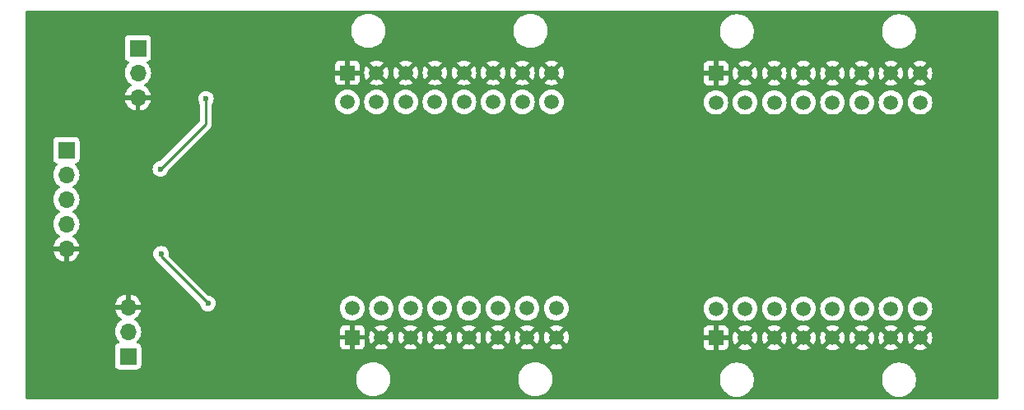
<source format=gbr>
%TF.GenerationSoftware,KiCad,Pcbnew,7.0.5*%
%TF.CreationDate,2023-06-27T15:21:13+05:30*%
%TF.ProjectId,NTC reader,4e544320-7265-4616-9465-722e6b696361,rev?*%
%TF.SameCoordinates,Original*%
%TF.FileFunction,Copper,L2,Bot*%
%TF.FilePolarity,Positive*%
%FSLAX46Y46*%
G04 Gerber Fmt 4.6, Leading zero omitted, Abs format (unit mm)*
G04 Created by KiCad (PCBNEW 7.0.5) date 2023-06-27 15:21:13*
%MOMM*%
%LPD*%
G01*
G04 APERTURE LIST*
%TA.AperFunction,ComponentPad*%
%ADD10R,1.520000X1.520000*%
%TD*%
%TA.AperFunction,ComponentPad*%
%ADD11C,1.520000*%
%TD*%
%TA.AperFunction,ComponentPad*%
%ADD12R,1.700000X1.700000*%
%TD*%
%TA.AperFunction,ComponentPad*%
%ADD13O,1.700000X1.700000*%
%TD*%
%TA.AperFunction,ViaPad*%
%ADD14C,0.600000*%
%TD*%
%TA.AperFunction,Conductor*%
%ADD15C,0.250000*%
%TD*%
G04 APERTURE END LIST*
D10*
%TO.P,J1,1,1*%
%TO.N,GND*%
X169761750Y-95929011D03*
D11*
%TO.P,J1,2,2*%
X172761750Y-95929011D03*
%TO.P,J1,3,3*%
X175761750Y-95929011D03*
%TO.P,J1,4,4*%
X178761750Y-95929011D03*
%TO.P,J1,5,5*%
X181761750Y-95929011D03*
%TO.P,J1,6,6*%
X184761750Y-95929011D03*
%TO.P,J1,7,7*%
X187761750Y-95929011D03*
%TO.P,J1,8,8*%
X190761750Y-95929011D03*
%TO.P,J1,9,9*%
%TO.N,/Temp_9*%
X169761750Y-98929011D03*
%TO.P,J1,10,10*%
%TO.N,/Temp_10*%
X172761750Y-98929011D03*
%TO.P,J1,11,11*%
%TO.N,/Temp_11*%
X175761750Y-98929011D03*
%TO.P,J1,12,12*%
%TO.N,/Temp_12*%
X178761750Y-98929011D03*
%TO.P,J1,13,13*%
%TO.N,/Temp_13*%
X181761750Y-98929011D03*
%TO.P,J1,14,14*%
%TO.N,/Temp_14*%
X184761750Y-98929011D03*
%TO.P,J1,15,15*%
%TO.N,/Temp_15*%
X187761750Y-98929011D03*
%TO.P,J1,16,16*%
%TO.N,/Temp_16*%
X190761750Y-98929011D03*
%TD*%
D12*
%TO.P,J4,1,Pin_1*%
%TO.N,+5V*%
X110310000Y-93350000D03*
D13*
%TO.P,J4,2,Pin_2*%
%TO.N,Net-(J4-Pin_2)*%
X110310000Y-95890000D03*
%TO.P,J4,3,Pin_3*%
%TO.N,GND*%
X110310000Y-98430000D03*
%TD*%
D10*
%TO.P,J2,1,1*%
%TO.N,GND*%
X131855424Y-95885540D03*
D11*
%TO.P,J2,2,2*%
X134855424Y-95885540D03*
%TO.P,J2,3,3*%
X137855424Y-95885540D03*
%TO.P,J2,4,4*%
X140855424Y-95885540D03*
%TO.P,J2,5,5*%
X143855424Y-95885540D03*
%TO.P,J2,6,6*%
X146855424Y-95885540D03*
%TO.P,J2,7,7*%
X149855424Y-95885540D03*
%TO.P,J2,8,8*%
X152855424Y-95885540D03*
%TO.P,J2,9,9*%
%TO.N,/Temp_1*%
X131855424Y-98885540D03*
%TO.P,J2,10,10*%
%TO.N,/Temp_2*%
X134855424Y-98885540D03*
%TO.P,J2,11,11*%
%TO.N,/Temp_3*%
X137855424Y-98885540D03*
%TO.P,J2,12,12*%
%TO.N,/Temp_4*%
X140855424Y-98885540D03*
%TO.P,J2,13,13*%
%TO.N,/Temp_5*%
X143855424Y-98885540D03*
%TO.P,J2,14,14*%
%TO.N,/Temp_6*%
X146855424Y-98885540D03*
%TO.P,J2,15,15*%
%TO.N,/Temp_7*%
X149855424Y-98885540D03*
%TO.P,J2,16,16*%
%TO.N,/Temp_8*%
X152855424Y-98885540D03*
%TD*%
D12*
%TO.P,J5,1,Pin_1*%
%TO.N,+5V*%
X109300000Y-125095000D03*
D13*
%TO.P,J5,2,Pin_2*%
%TO.N,Net-(J5-Pin_2)*%
X109300000Y-122555000D03*
%TO.P,J5,3,Pin_3*%
%TO.N,GND*%
X109300000Y-120015000D03*
%TD*%
D12*
%TO.P,J3,1,Pin_1*%
%TO.N,+5V*%
X102950000Y-103850000D03*
D13*
%TO.P,J3,2,Pin_2*%
%TO.N,/I_O_Expander/SCL*%
X102950000Y-106390000D03*
%TO.P,J3,3,Pin_3*%
%TO.N,/I_O_Expander/SDA*%
X102950000Y-108930000D03*
%TO.P,J3,4,Pin_4*%
%TO.N,/I{slash}O*%
X102950000Y-111470000D03*
%TO.P,J3,5,Pin_5*%
%TO.N,GND*%
X102950000Y-114010000D03*
%TD*%
D10*
%TO.P,J7,1,1*%
%TO.N,GND*%
X169761750Y-123184600D03*
D11*
%TO.P,J7,2,2*%
X172761750Y-123184600D03*
%TO.P,J7,3,3*%
X175761750Y-123184600D03*
%TO.P,J7,4,4*%
X178761750Y-123184600D03*
%TO.P,J7,5,5*%
X181761750Y-123184600D03*
%TO.P,J7,6,6*%
X184761750Y-123184600D03*
%TO.P,J7,7,7*%
X187761750Y-123184600D03*
%TO.P,J7,8,8*%
X190761750Y-123184600D03*
%TO.P,J7,9,9*%
%TO.N,/Temp_25*%
X169761750Y-120184600D03*
%TO.P,J7,10,10*%
%TO.N,/Temp_26*%
X172761750Y-120184600D03*
%TO.P,J7,11,11*%
%TO.N,/Temp_27*%
X175761750Y-120184600D03*
%TO.P,J7,12,12*%
%TO.N,/Temp_28*%
X178761750Y-120184600D03*
%TO.P,J7,13,13*%
%TO.N,/Temp_29*%
X181761750Y-120184600D03*
%TO.P,J7,14,14*%
%TO.N,/Temp_30*%
X184761750Y-120184600D03*
%TO.P,J7,15,15*%
%TO.N,/Temp_31*%
X187761750Y-120184600D03*
%TO.P,J7,16,16*%
%TO.N,/Temp_32*%
X190761750Y-120184600D03*
%TD*%
D10*
%TO.P,J6,1,1*%
%TO.N,GND*%
X132348503Y-123142361D03*
D11*
%TO.P,J6,2,2*%
X135348503Y-123142361D03*
%TO.P,J6,3,3*%
X138348503Y-123142361D03*
%TO.P,J6,4,4*%
X141348503Y-123142361D03*
%TO.P,J6,5,5*%
X144348503Y-123142361D03*
%TO.P,J6,6,6*%
X147348503Y-123142361D03*
%TO.P,J6,7,7*%
X150348503Y-123142361D03*
%TO.P,J6,8,8*%
X153348503Y-123142361D03*
%TO.P,J6,9,9*%
%TO.N,/Temp_17*%
X132348503Y-120142361D03*
%TO.P,J6,10,10*%
%TO.N,/Temp_18*%
X135348503Y-120142361D03*
%TO.P,J6,11,11*%
%TO.N,/Temp_19*%
X138348503Y-120142361D03*
%TO.P,J6,12,12*%
%TO.N,/Temp_20*%
X141348503Y-120142361D03*
%TO.P,J6,13,13*%
%TO.N,/Temp_21*%
X144348503Y-120142361D03*
%TO.P,J6,14,14*%
%TO.N,/Temp_22*%
X147348503Y-120142361D03*
%TO.P,J6,15,15*%
%TO.N,/Temp_23*%
X150348503Y-120142361D03*
%TO.P,J6,16,16*%
%TO.N,/Temp_24*%
X153348503Y-120142361D03*
%TD*%
D14*
%TO.N,GND*%
X117447599Y-105575434D03*
X119454309Y-114268888D03*
X155120000Y-109750000D03*
%TO.N,/I_O_Expander/I2C_A1*%
X117300000Y-98570000D03*
X112630000Y-105800000D03*
%TO.N,/I_O_Expander/I2C_A0*%
X117510000Y-119650000D03*
X112690000Y-114530000D03*
%TD*%
D15*
%TO.N,/I_O_Expander/I2C_A1*%
X117300000Y-101130000D02*
X117300000Y-98570000D01*
X112630000Y-105800000D02*
X117300000Y-101130000D01*
%TO.N,/I_O_Expander/I2C_A0*%
X112690000Y-114530000D02*
X112690000Y-114830000D01*
X112690000Y-114830000D02*
X117510000Y-119650000D01*
%TD*%
%TA.AperFunction,Conductor*%
%TO.N,GND*%
G36*
X198762539Y-89490185D02*
G01*
X198808294Y-89542989D01*
X198819500Y-89594500D01*
X198819500Y-129375500D01*
X198799815Y-129442539D01*
X198747011Y-129488294D01*
X198695500Y-129499500D01*
X188719929Y-129499500D01*
X188652890Y-129479815D01*
X188607135Y-129427011D01*
X188603799Y-129403810D01*
X188570954Y-129463479D01*
X188509517Y-129496755D01*
X188483571Y-129499500D01*
X172039929Y-129499500D01*
X171972890Y-129479815D01*
X171927135Y-129427011D01*
X171923799Y-129403810D01*
X171890954Y-129463479D01*
X171829517Y-129496755D01*
X171803571Y-129499500D01*
X98884500Y-129499500D01*
X98817461Y-129479815D01*
X98771706Y-129427011D01*
X98760500Y-129375500D01*
X98760500Y-127593548D01*
X132758003Y-127593548D01*
X132764370Y-127635787D01*
X132797107Y-127852976D01*
X132797108Y-127852978D01*
X132797109Y-127852984D01*
X132874441Y-128103687D01*
X132988270Y-128340057D01*
X132988271Y-128340058D01*
X132988273Y-128340061D01*
X132988275Y-128340065D01*
X133136070Y-128556839D01*
X133136070Y-128556840D01*
X133314517Y-128749162D01*
X133314521Y-128749165D01*
X133314522Y-128749166D01*
X133519646Y-128912747D01*
X133746860Y-129043929D01*
X133991087Y-129139781D01*
X134246873Y-129198163D01*
X134246879Y-129198163D01*
X134246882Y-129198164D01*
X134442987Y-129212860D01*
X134443006Y-129212860D01*
X134443009Y-129212861D01*
X134443011Y-129212861D01*
X134573995Y-129212861D01*
X134573997Y-129212861D01*
X134573999Y-129212860D01*
X134574018Y-129212860D01*
X134770123Y-129198164D01*
X134770125Y-129198163D01*
X134770133Y-129198163D01*
X135025919Y-129139781D01*
X135270146Y-129043929D01*
X135497360Y-128912747D01*
X135702484Y-128749166D01*
X135880936Y-128556840D01*
X136028731Y-128340065D01*
X136142566Y-128103684D01*
X136219899Y-127852976D01*
X136259002Y-127593548D01*
X149438003Y-127593548D01*
X149444370Y-127635787D01*
X149477107Y-127852976D01*
X149477108Y-127852978D01*
X149477109Y-127852984D01*
X149554441Y-128103687D01*
X149668270Y-128340057D01*
X149668271Y-128340058D01*
X149668273Y-128340061D01*
X149668275Y-128340065D01*
X149816070Y-128556839D01*
X149816070Y-128556840D01*
X149994517Y-128749162D01*
X149994521Y-128749165D01*
X149994522Y-128749166D01*
X150199646Y-128912747D01*
X150426860Y-129043929D01*
X150671087Y-129139781D01*
X150926873Y-129198163D01*
X150926879Y-129198163D01*
X150926882Y-129198164D01*
X151122987Y-129212860D01*
X151123006Y-129212860D01*
X151123009Y-129212861D01*
X151123011Y-129212861D01*
X151253995Y-129212861D01*
X151253997Y-129212861D01*
X151253999Y-129212860D01*
X151254018Y-129212860D01*
X151450123Y-129198164D01*
X151450125Y-129198163D01*
X151450133Y-129198163D01*
X151705919Y-129139781D01*
X151950146Y-129043929D01*
X152177360Y-128912747D01*
X152382484Y-128749166D01*
X152560936Y-128556840D01*
X152708731Y-128340065D01*
X152822566Y-128103684D01*
X152899899Y-127852976D01*
X152932636Y-127635787D01*
X170171250Y-127635787D01*
X170191544Y-127770423D01*
X170210354Y-127895215D01*
X170210355Y-127895217D01*
X170210356Y-127895223D01*
X170287688Y-128145926D01*
X170401517Y-128382296D01*
X170401518Y-128382297D01*
X170401520Y-128382300D01*
X170401522Y-128382304D01*
X170520519Y-128556840D01*
X170549317Y-128599079D01*
X170727764Y-128791401D01*
X170727768Y-128791404D01*
X170727769Y-128791405D01*
X170932893Y-128954986D01*
X171160107Y-129086168D01*
X171404334Y-129182020D01*
X171660120Y-129240402D01*
X171660126Y-129240402D01*
X171660129Y-129240403D01*
X171812837Y-129251847D01*
X171878218Y-129276486D01*
X171919899Y-129332561D01*
X171921046Y-129349410D01*
X171946216Y-129294297D01*
X172004994Y-129256523D01*
X172030663Y-129251847D01*
X172183370Y-129240403D01*
X172183372Y-129240402D01*
X172183380Y-129240402D01*
X172439166Y-129182020D01*
X172683393Y-129086168D01*
X172910607Y-128954986D01*
X173115731Y-128791405D01*
X173294183Y-128599079D01*
X173441978Y-128382304D01*
X173555813Y-128145923D01*
X173633146Y-127895215D01*
X173672249Y-127635787D01*
X186851250Y-127635787D01*
X186871544Y-127770423D01*
X186890354Y-127895215D01*
X186890355Y-127895217D01*
X186890356Y-127895223D01*
X186967688Y-128145926D01*
X187081517Y-128382296D01*
X187081518Y-128382297D01*
X187081520Y-128382300D01*
X187081522Y-128382304D01*
X187200519Y-128556840D01*
X187229317Y-128599079D01*
X187407764Y-128791401D01*
X187407768Y-128791404D01*
X187407769Y-128791405D01*
X187612893Y-128954986D01*
X187840107Y-129086168D01*
X188084334Y-129182020D01*
X188340120Y-129240402D01*
X188340126Y-129240402D01*
X188340129Y-129240403D01*
X188492837Y-129251847D01*
X188558218Y-129276486D01*
X188599899Y-129332561D01*
X188601046Y-129349410D01*
X188626216Y-129294297D01*
X188684994Y-129256523D01*
X188710663Y-129251847D01*
X188863370Y-129240403D01*
X188863372Y-129240402D01*
X188863380Y-129240402D01*
X189119166Y-129182020D01*
X189363393Y-129086168D01*
X189590607Y-128954986D01*
X189795731Y-128791405D01*
X189974183Y-128599079D01*
X190121978Y-128382304D01*
X190235813Y-128145923D01*
X190313146Y-127895215D01*
X190352250Y-127635782D01*
X190352250Y-127373418D01*
X190313146Y-127113985D01*
X190235813Y-126863277D01*
X190215470Y-126821034D01*
X190121982Y-126626903D01*
X190121981Y-126626902D01*
X190121980Y-126626901D01*
X190121978Y-126626896D01*
X189974183Y-126410121D01*
X189934990Y-126367881D01*
X189795735Y-126217798D01*
X189742765Y-126175556D01*
X189590607Y-126054214D01*
X189363393Y-125923032D01*
X189119166Y-125827180D01*
X189119161Y-125827178D01*
X189119152Y-125827176D01*
X188901568Y-125777514D01*
X188863380Y-125768798D01*
X188863379Y-125768797D01*
X188863375Y-125768797D01*
X188863370Y-125768796D01*
X188667265Y-125754100D01*
X188667244Y-125754100D01*
X188536256Y-125754100D01*
X188536234Y-125754100D01*
X188340129Y-125768796D01*
X188340124Y-125768797D01*
X188084347Y-125827176D01*
X188084328Y-125827182D01*
X187840106Y-125923032D01*
X187612893Y-126054214D01*
X187407764Y-126217798D01*
X187229317Y-126410120D01*
X187081518Y-126626902D01*
X187081517Y-126626903D01*
X186967688Y-126863273D01*
X186890356Y-127113976D01*
X186890355Y-127113981D01*
X186890354Y-127113985D01*
X186875603Y-127211847D01*
X186851250Y-127373412D01*
X186851250Y-127635787D01*
X173672249Y-127635787D01*
X173672250Y-127635782D01*
X173672250Y-127373418D01*
X173633146Y-127113985D01*
X173555813Y-126863277D01*
X173535470Y-126821034D01*
X173441982Y-126626903D01*
X173441981Y-126626902D01*
X173441980Y-126626901D01*
X173441978Y-126626896D01*
X173294183Y-126410121D01*
X173254990Y-126367881D01*
X173115735Y-126217798D01*
X173062765Y-126175556D01*
X172910607Y-126054214D01*
X172683393Y-125923032D01*
X172439166Y-125827180D01*
X172439161Y-125827178D01*
X172439152Y-125827176D01*
X172221568Y-125777514D01*
X172183380Y-125768798D01*
X172183379Y-125768797D01*
X172183375Y-125768797D01*
X172183370Y-125768796D01*
X171987265Y-125754100D01*
X171987244Y-125754100D01*
X171856256Y-125754100D01*
X171856234Y-125754100D01*
X171660129Y-125768796D01*
X171660124Y-125768797D01*
X171404347Y-125827176D01*
X171404328Y-125827182D01*
X171160106Y-125923032D01*
X170932893Y-126054214D01*
X170727764Y-126217798D01*
X170549317Y-126410120D01*
X170401518Y-126626902D01*
X170401517Y-126626903D01*
X170287688Y-126863273D01*
X170210356Y-127113976D01*
X170210355Y-127113981D01*
X170210354Y-127113985D01*
X170195603Y-127211847D01*
X170171250Y-127373412D01*
X170171250Y-127635787D01*
X152932636Y-127635787D01*
X152939003Y-127593543D01*
X152939003Y-127331179D01*
X152899899Y-127071746D01*
X152822566Y-126821038D01*
X152729076Y-126626903D01*
X152708735Y-126584664D01*
X152708734Y-126584663D01*
X152708733Y-126584662D01*
X152708731Y-126584657D01*
X152560936Y-126367882D01*
X152500314Y-126302547D01*
X152382488Y-126175559D01*
X152343036Y-126144097D01*
X152177360Y-126011975D01*
X151950146Y-125880793D01*
X151705919Y-125784941D01*
X151705914Y-125784939D01*
X151705905Y-125784937D01*
X151488321Y-125735275D01*
X151450133Y-125726559D01*
X151450132Y-125726558D01*
X151450128Y-125726558D01*
X151450123Y-125726557D01*
X151254018Y-125711861D01*
X151253997Y-125711861D01*
X151123009Y-125711861D01*
X151122987Y-125711861D01*
X150926882Y-125726557D01*
X150926877Y-125726558D01*
X150671100Y-125784937D01*
X150671081Y-125784943D01*
X150426859Y-125880793D01*
X150199646Y-126011975D01*
X149994517Y-126175559D01*
X149816070Y-126367881D01*
X149668271Y-126584663D01*
X149668270Y-126584664D01*
X149554441Y-126821034D01*
X149477109Y-127071737D01*
X149477108Y-127071742D01*
X149477107Y-127071746D01*
X149462356Y-127169608D01*
X149438003Y-127331173D01*
X149438003Y-127593548D01*
X136259002Y-127593548D01*
X136259003Y-127593543D01*
X136259003Y-127331179D01*
X136219899Y-127071746D01*
X136142566Y-126821038D01*
X136049076Y-126626903D01*
X136028735Y-126584664D01*
X136028734Y-126584663D01*
X136028733Y-126584662D01*
X136028731Y-126584657D01*
X135880936Y-126367882D01*
X135820314Y-126302547D01*
X135702488Y-126175559D01*
X135663036Y-126144097D01*
X135497360Y-126011975D01*
X135270146Y-125880793D01*
X135025919Y-125784941D01*
X135025914Y-125784939D01*
X135025905Y-125784937D01*
X134808321Y-125735275D01*
X134770133Y-125726559D01*
X134770132Y-125726558D01*
X134770128Y-125726558D01*
X134770123Y-125726557D01*
X134574018Y-125711861D01*
X134573997Y-125711861D01*
X134443009Y-125711861D01*
X134442987Y-125711861D01*
X134246882Y-125726557D01*
X134246877Y-125726558D01*
X133991100Y-125784937D01*
X133991081Y-125784943D01*
X133746859Y-125880793D01*
X133519646Y-126011975D01*
X133314517Y-126175559D01*
X133136070Y-126367881D01*
X132988271Y-126584663D01*
X132988270Y-126584664D01*
X132874441Y-126821034D01*
X132797109Y-127071737D01*
X132797108Y-127071742D01*
X132797107Y-127071746D01*
X132782356Y-127169608D01*
X132758003Y-127331173D01*
X132758003Y-127593548D01*
X98760500Y-127593548D01*
X98760500Y-122555000D01*
X107944341Y-122555000D01*
X107964936Y-122790403D01*
X107964938Y-122790413D01*
X108026094Y-123018655D01*
X108026096Y-123018659D01*
X108026097Y-123018663D01*
X108117972Y-123215688D01*
X108125965Y-123232830D01*
X108125967Y-123232834D01*
X108212490Y-123356401D01*
X108261501Y-123426396D01*
X108261506Y-123426402D01*
X108383430Y-123548326D01*
X108416915Y-123609649D01*
X108411931Y-123679341D01*
X108370059Y-123735274D01*
X108339083Y-123752189D01*
X108207669Y-123801203D01*
X108207664Y-123801206D01*
X108092455Y-123887452D01*
X108092452Y-123887455D01*
X108006206Y-124002664D01*
X108006202Y-124002671D01*
X107955908Y-124137517D01*
X107949501Y-124197116D01*
X107949501Y-124197123D01*
X107949500Y-124197135D01*
X107949500Y-125992870D01*
X107949501Y-125992876D01*
X107955908Y-126052483D01*
X108006202Y-126187328D01*
X108006206Y-126187335D01*
X108092452Y-126302544D01*
X108092455Y-126302547D01*
X108207664Y-126388793D01*
X108207671Y-126388797D01*
X108342517Y-126439091D01*
X108342516Y-126439091D01*
X108349444Y-126439835D01*
X108402127Y-126445500D01*
X110197872Y-126445499D01*
X110257483Y-126439091D01*
X110392331Y-126388796D01*
X110507546Y-126302546D01*
X110593796Y-126187331D01*
X110644091Y-126052483D01*
X110650500Y-125992873D01*
X110650499Y-124197128D01*
X110644091Y-124137517D01*
X110612187Y-124051979D01*
X110593797Y-124002671D01*
X110593793Y-124002664D01*
X110507547Y-123887455D01*
X110507544Y-123887452D01*
X110392335Y-123801206D01*
X110392328Y-123801202D01*
X110260917Y-123752189D01*
X110204983Y-123710318D01*
X110180566Y-123644853D01*
X110195418Y-123576580D01*
X110216563Y-123548332D01*
X110338495Y-123426401D01*
X110474035Y-123232830D01*
X110573903Y-123018663D01*
X110607745Y-122892360D01*
X131088502Y-122892360D01*
X131088503Y-122892361D01*
X131902931Y-122892361D01*
X131879821Y-122928321D01*
X131838503Y-123069034D01*
X131838503Y-123215688D01*
X131879821Y-123356401D01*
X131902931Y-123392361D01*
X131088503Y-123392361D01*
X131088503Y-123950205D01*
X131094904Y-124009733D01*
X131094906Y-124009740D01*
X131145148Y-124144447D01*
X131145152Y-124144454D01*
X131231312Y-124259548D01*
X131231315Y-124259551D01*
X131346409Y-124345711D01*
X131346416Y-124345715D01*
X131481123Y-124395957D01*
X131481130Y-124395959D01*
X131540658Y-124402360D01*
X131540675Y-124402361D01*
X132098502Y-124402361D01*
X132098502Y-123588855D01*
X132203342Y-123636734D01*
X132312030Y-123652361D01*
X132384976Y-123652361D01*
X132493664Y-123636734D01*
X132598503Y-123588855D01*
X132598503Y-124402361D01*
X133156331Y-124402361D01*
X133156347Y-124402360D01*
X133215875Y-124395959D01*
X133215882Y-124395957D01*
X133350589Y-124345715D01*
X133350596Y-124345711D01*
X133465690Y-124259551D01*
X133465693Y-124259548D01*
X133551853Y-124144454D01*
X133551857Y-124144447D01*
X133602099Y-124009740D01*
X133602101Y-124009733D01*
X133608502Y-123950205D01*
X133608503Y-123950188D01*
X133608503Y-123392361D01*
X132794075Y-123392361D01*
X132817185Y-123356401D01*
X132858503Y-123215688D01*
X132858503Y-123142362D01*
X134083690Y-123142362D01*
X134102904Y-123361987D01*
X134102905Y-123361995D01*
X134159966Y-123574948D01*
X134159969Y-123574954D01*
X134253141Y-123774763D01*
X134298197Y-123839111D01*
X134857369Y-123279939D01*
X134879821Y-123356401D01*
X134959108Y-123479774D01*
X135069941Y-123575812D01*
X135203342Y-123636734D01*
X135207136Y-123637279D01*
X134651750Y-124192665D01*
X134716096Y-124237720D01*
X134915909Y-124330894D01*
X134915915Y-124330897D01*
X135128868Y-124387958D01*
X135128876Y-124387959D01*
X135348501Y-124407174D01*
X135348505Y-124407174D01*
X135568129Y-124387959D01*
X135568137Y-124387958D01*
X135781090Y-124330897D01*
X135781101Y-124330893D01*
X135980905Y-124237723D01*
X135980913Y-124237719D01*
X136045254Y-124192666D01*
X136045254Y-124192665D01*
X135489869Y-123637279D01*
X135493664Y-123636734D01*
X135627065Y-123575812D01*
X135737898Y-123479774D01*
X135817185Y-123356401D01*
X135839636Y-123279940D01*
X136398808Y-123839112D01*
X136443861Y-123774771D01*
X136443865Y-123774763D01*
X136537035Y-123574959D01*
X136537039Y-123574948D01*
X136594100Y-123361995D01*
X136594101Y-123361987D01*
X136613316Y-123142362D01*
X137083690Y-123142362D01*
X137102904Y-123361987D01*
X137102905Y-123361995D01*
X137159966Y-123574948D01*
X137159969Y-123574954D01*
X137253141Y-123774763D01*
X137298197Y-123839111D01*
X137857369Y-123279940D01*
X137879821Y-123356401D01*
X137959108Y-123479774D01*
X138069941Y-123575812D01*
X138203342Y-123636734D01*
X138207136Y-123637279D01*
X137651750Y-124192665D01*
X137716096Y-124237720D01*
X137915909Y-124330894D01*
X137915915Y-124330897D01*
X138128868Y-124387958D01*
X138128876Y-124387959D01*
X138348501Y-124407174D01*
X138348505Y-124407174D01*
X138568129Y-124387959D01*
X138568137Y-124387958D01*
X138781090Y-124330897D01*
X138781101Y-124330893D01*
X138980905Y-124237723D01*
X138980913Y-124237719D01*
X139045254Y-124192666D01*
X139045254Y-124192665D01*
X138489869Y-123637279D01*
X138493664Y-123636734D01*
X138627065Y-123575812D01*
X138737898Y-123479774D01*
X138817185Y-123356401D01*
X138839636Y-123279941D01*
X139398807Y-123839112D01*
X139398808Y-123839112D01*
X139443861Y-123774771D01*
X139443865Y-123774763D01*
X139537035Y-123574959D01*
X139537039Y-123574948D01*
X139594100Y-123361995D01*
X139594101Y-123361987D01*
X139613316Y-123142362D01*
X140083690Y-123142362D01*
X140102904Y-123361987D01*
X140102905Y-123361995D01*
X140159966Y-123574948D01*
X140159969Y-123574954D01*
X140253141Y-123774763D01*
X140298197Y-123839111D01*
X140857369Y-123279940D01*
X140879821Y-123356401D01*
X140959108Y-123479774D01*
X141069941Y-123575812D01*
X141203342Y-123636734D01*
X141207136Y-123637279D01*
X140651750Y-124192665D01*
X140716096Y-124237720D01*
X140915909Y-124330894D01*
X140915915Y-124330897D01*
X141128868Y-124387958D01*
X141128876Y-124387959D01*
X141348501Y-124407174D01*
X141348505Y-124407174D01*
X141568129Y-124387959D01*
X141568137Y-124387958D01*
X141781090Y-124330897D01*
X141781101Y-124330893D01*
X141980905Y-124237723D01*
X141980913Y-124237719D01*
X142045254Y-124192666D01*
X142045254Y-124192665D01*
X141489869Y-123637279D01*
X141493664Y-123636734D01*
X141627065Y-123575812D01*
X141737898Y-123479774D01*
X141817185Y-123356401D01*
X141839636Y-123279940D01*
X142398808Y-123839112D01*
X142443861Y-123774771D01*
X142443865Y-123774763D01*
X142537035Y-123574959D01*
X142537039Y-123574948D01*
X142594100Y-123361995D01*
X142594101Y-123361987D01*
X142613316Y-123142362D01*
X143083690Y-123142362D01*
X143102904Y-123361987D01*
X143102905Y-123361995D01*
X143159966Y-123574948D01*
X143159969Y-123574954D01*
X143253141Y-123774763D01*
X143298197Y-123839111D01*
X143857369Y-123279940D01*
X143879821Y-123356401D01*
X143959108Y-123479774D01*
X144069941Y-123575812D01*
X144203342Y-123636734D01*
X144207136Y-123637279D01*
X143651750Y-124192665D01*
X143716096Y-124237720D01*
X143915909Y-124330894D01*
X143915915Y-124330897D01*
X144128868Y-124387958D01*
X144128876Y-124387959D01*
X144348501Y-124407174D01*
X144348505Y-124407174D01*
X144568129Y-124387959D01*
X144568137Y-124387958D01*
X144781090Y-124330897D01*
X144781101Y-124330893D01*
X144980905Y-124237723D01*
X144980913Y-124237719D01*
X145045254Y-124192666D01*
X145045254Y-124192665D01*
X144489869Y-123637279D01*
X144493664Y-123636734D01*
X144627065Y-123575812D01*
X144737898Y-123479774D01*
X144817185Y-123356401D01*
X144839636Y-123279941D01*
X145398807Y-123839112D01*
X145398808Y-123839112D01*
X145443861Y-123774771D01*
X145443865Y-123774763D01*
X145537035Y-123574959D01*
X145537039Y-123574948D01*
X145594100Y-123361995D01*
X145594101Y-123361987D01*
X145613316Y-123142362D01*
X146083690Y-123142362D01*
X146102904Y-123361987D01*
X146102905Y-123361995D01*
X146159966Y-123574948D01*
X146159969Y-123574954D01*
X146253141Y-123774763D01*
X146298197Y-123839111D01*
X146857369Y-123279940D01*
X146879821Y-123356401D01*
X146959108Y-123479774D01*
X147069941Y-123575812D01*
X147203342Y-123636734D01*
X147207136Y-123637279D01*
X146651750Y-124192665D01*
X146716096Y-124237720D01*
X146915909Y-124330894D01*
X146915915Y-124330897D01*
X147128868Y-124387958D01*
X147128876Y-124387959D01*
X147348501Y-124407174D01*
X147348505Y-124407174D01*
X147568129Y-124387959D01*
X147568137Y-124387958D01*
X147781090Y-124330897D01*
X147781101Y-124330893D01*
X147980905Y-124237723D01*
X147980913Y-124237719D01*
X148045254Y-124192666D01*
X148045254Y-124192665D01*
X147489869Y-123637279D01*
X147493664Y-123636734D01*
X147627065Y-123575812D01*
X147737898Y-123479774D01*
X147817185Y-123356401D01*
X147839636Y-123279940D01*
X148398808Y-123839112D01*
X148443861Y-123774771D01*
X148443865Y-123774763D01*
X148537035Y-123574959D01*
X148537039Y-123574948D01*
X148594100Y-123361995D01*
X148594101Y-123361987D01*
X148613316Y-123142362D01*
X149083690Y-123142362D01*
X149102904Y-123361987D01*
X149102905Y-123361995D01*
X149159966Y-123574948D01*
X149159969Y-123574954D01*
X149253141Y-123774763D01*
X149298197Y-123839111D01*
X149857369Y-123279940D01*
X149879821Y-123356401D01*
X149959108Y-123479774D01*
X150069941Y-123575812D01*
X150203342Y-123636734D01*
X150207136Y-123637279D01*
X149651750Y-124192665D01*
X149716096Y-124237720D01*
X149915909Y-124330894D01*
X149915915Y-124330897D01*
X150128868Y-124387958D01*
X150128876Y-124387959D01*
X150348501Y-124407174D01*
X150348505Y-124407174D01*
X150568129Y-124387959D01*
X150568137Y-124387958D01*
X150781090Y-124330897D01*
X150781101Y-124330893D01*
X150980905Y-124237723D01*
X150980913Y-124237719D01*
X151045254Y-124192666D01*
X151045254Y-124192665D01*
X150489869Y-123637279D01*
X150493664Y-123636734D01*
X150627065Y-123575812D01*
X150737898Y-123479774D01*
X150817185Y-123356401D01*
X150839636Y-123279940D01*
X151398808Y-123839112D01*
X151443861Y-123774771D01*
X151443865Y-123774763D01*
X151537035Y-123574959D01*
X151537039Y-123574948D01*
X151594100Y-123361995D01*
X151594101Y-123361987D01*
X151613316Y-123142362D01*
X152083690Y-123142362D01*
X152102904Y-123361987D01*
X152102905Y-123361995D01*
X152159966Y-123574948D01*
X152159969Y-123574954D01*
X152253141Y-123774763D01*
X152298197Y-123839111D01*
X152857369Y-123279939D01*
X152879821Y-123356401D01*
X152959108Y-123479774D01*
X153069941Y-123575812D01*
X153203342Y-123636734D01*
X153207136Y-123637279D01*
X152651750Y-124192665D01*
X152716096Y-124237720D01*
X152915909Y-124330894D01*
X152915915Y-124330897D01*
X153128868Y-124387958D01*
X153128876Y-124387959D01*
X153348501Y-124407174D01*
X153348505Y-124407174D01*
X153568129Y-124387959D01*
X153568137Y-124387958D01*
X153781090Y-124330897D01*
X153781101Y-124330893D01*
X153980905Y-124237723D01*
X153980913Y-124237719D01*
X154045254Y-124192666D01*
X154045254Y-124192665D01*
X153845033Y-123992444D01*
X168501750Y-123992444D01*
X168508151Y-124051972D01*
X168508153Y-124051979D01*
X168558395Y-124186686D01*
X168558399Y-124186693D01*
X168644559Y-124301787D01*
X168644562Y-124301790D01*
X168759656Y-124387950D01*
X168759663Y-124387954D01*
X168894370Y-124438196D01*
X168894377Y-124438198D01*
X168953905Y-124444599D01*
X168953922Y-124444600D01*
X169511750Y-124444600D01*
X169511750Y-123631094D01*
X169616589Y-123678973D01*
X169725277Y-123694600D01*
X169798223Y-123694600D01*
X169906911Y-123678973D01*
X170011750Y-123631094D01*
X170011750Y-124444600D01*
X170569578Y-124444600D01*
X170569594Y-124444599D01*
X170629122Y-124438198D01*
X170629129Y-124438196D01*
X170763836Y-124387954D01*
X170763843Y-124387950D01*
X170878937Y-124301790D01*
X170878940Y-124301787D01*
X170965100Y-124186693D01*
X170965104Y-124186686D01*
X171015346Y-124051979D01*
X171015348Y-124051972D01*
X171021749Y-123992444D01*
X171021750Y-123992427D01*
X171021750Y-123434600D01*
X170207322Y-123434600D01*
X170230432Y-123398640D01*
X170271750Y-123257927D01*
X170271750Y-123184601D01*
X171496936Y-123184601D01*
X171516151Y-123404226D01*
X171516152Y-123404234D01*
X171573213Y-123617187D01*
X171573216Y-123617193D01*
X171666388Y-123817002D01*
X171711444Y-123881350D01*
X172270616Y-123322178D01*
X172293068Y-123398640D01*
X172372355Y-123522013D01*
X172483188Y-123618051D01*
X172616589Y-123678973D01*
X172620383Y-123679518D01*
X172064997Y-124234904D01*
X172129343Y-124279959D01*
X172329156Y-124373133D01*
X172329162Y-124373136D01*
X172542115Y-124430197D01*
X172542123Y-124430198D01*
X172761748Y-124449413D01*
X172761752Y-124449413D01*
X172981376Y-124430198D01*
X172981384Y-124430197D01*
X173194337Y-124373136D01*
X173194348Y-124373132D01*
X173394152Y-124279962D01*
X173394160Y-124279958D01*
X173458501Y-124234905D01*
X173458501Y-124234904D01*
X172903116Y-123679518D01*
X172906911Y-123678973D01*
X173040312Y-123618051D01*
X173151145Y-123522013D01*
X173230432Y-123398640D01*
X173252883Y-123322180D01*
X173812054Y-123881351D01*
X173812055Y-123881351D01*
X173857108Y-123817010D01*
X173857112Y-123817002D01*
X173950282Y-123617198D01*
X173950286Y-123617187D01*
X174007347Y-123404234D01*
X174007348Y-123404226D01*
X174026563Y-123184601D01*
X174496936Y-123184601D01*
X174516151Y-123404226D01*
X174516152Y-123404234D01*
X174573213Y-123617187D01*
X174573216Y-123617193D01*
X174666388Y-123817002D01*
X174711444Y-123881350D01*
X175270616Y-123322179D01*
X175293068Y-123398640D01*
X175372355Y-123522013D01*
X175483188Y-123618051D01*
X175616589Y-123678973D01*
X175620383Y-123679518D01*
X175064997Y-124234904D01*
X175129343Y-124279959D01*
X175329156Y-124373133D01*
X175329162Y-124373136D01*
X175542115Y-124430197D01*
X175542123Y-124430198D01*
X175761748Y-124449413D01*
X175761752Y-124449413D01*
X175981376Y-124430198D01*
X175981384Y-124430197D01*
X176194337Y-124373136D01*
X176194348Y-124373132D01*
X176394152Y-124279962D01*
X176394160Y-124279958D01*
X176458501Y-124234905D01*
X176458501Y-124234904D01*
X175903116Y-123679518D01*
X175906911Y-123678973D01*
X176040312Y-123618051D01*
X176151145Y-123522013D01*
X176230432Y-123398640D01*
X176252883Y-123322180D01*
X176812054Y-123881351D01*
X176812055Y-123881351D01*
X176857108Y-123817010D01*
X176857112Y-123817002D01*
X176950282Y-123617198D01*
X176950286Y-123617187D01*
X177007347Y-123404234D01*
X177007348Y-123404226D01*
X177026563Y-123184601D01*
X177496936Y-123184601D01*
X177516151Y-123404226D01*
X177516152Y-123404234D01*
X177573213Y-123617187D01*
X177573216Y-123617193D01*
X177666388Y-123817002D01*
X177711444Y-123881350D01*
X178270616Y-123322178D01*
X178293068Y-123398640D01*
X178372355Y-123522013D01*
X178483188Y-123618051D01*
X178616589Y-123678973D01*
X178620383Y-123679518D01*
X178064997Y-124234904D01*
X178129343Y-124279959D01*
X178329156Y-124373133D01*
X178329162Y-124373136D01*
X178542115Y-124430197D01*
X178542123Y-124430198D01*
X178761748Y-124449413D01*
X178761752Y-124449413D01*
X178981376Y-124430198D01*
X178981384Y-124430197D01*
X179194337Y-124373136D01*
X179194348Y-124373132D01*
X179394152Y-124279962D01*
X179394160Y-124279958D01*
X179458501Y-124234905D01*
X179458501Y-124234904D01*
X178903116Y-123679518D01*
X178906911Y-123678973D01*
X179040312Y-123618051D01*
X179151145Y-123522013D01*
X179230432Y-123398640D01*
X179252883Y-123322178D01*
X179812055Y-123881351D01*
X179857108Y-123817010D01*
X179857112Y-123817002D01*
X179950282Y-123617198D01*
X179950286Y-123617187D01*
X180007347Y-123404234D01*
X180007348Y-123404226D01*
X180026563Y-123184601D01*
X180496936Y-123184601D01*
X180516151Y-123404226D01*
X180516152Y-123404234D01*
X180573213Y-123617187D01*
X180573216Y-123617193D01*
X180666388Y-123817002D01*
X180711444Y-123881350D01*
X181270616Y-123322179D01*
X181293068Y-123398640D01*
X181372355Y-123522013D01*
X181483188Y-123618051D01*
X181616589Y-123678973D01*
X181620383Y-123679518D01*
X181064997Y-124234904D01*
X181129343Y-124279959D01*
X181329156Y-124373133D01*
X181329162Y-124373136D01*
X181542115Y-124430197D01*
X181542123Y-124430198D01*
X181761748Y-124449413D01*
X181761752Y-124449413D01*
X181981376Y-124430198D01*
X181981384Y-124430197D01*
X182194337Y-124373136D01*
X182194348Y-124373132D01*
X182394152Y-124279962D01*
X182394160Y-124279958D01*
X182458501Y-124234905D01*
X182458501Y-124234904D01*
X181903116Y-123679518D01*
X181906911Y-123678973D01*
X182040312Y-123618051D01*
X182151145Y-123522013D01*
X182230432Y-123398640D01*
X182252883Y-123322179D01*
X182812055Y-123881351D01*
X182857108Y-123817010D01*
X182857112Y-123817002D01*
X182950282Y-123617198D01*
X182950286Y-123617187D01*
X183007347Y-123404234D01*
X183007348Y-123404226D01*
X183026563Y-123184601D01*
X183496936Y-123184601D01*
X183516151Y-123404226D01*
X183516152Y-123404234D01*
X183573213Y-123617187D01*
X183573216Y-123617193D01*
X183666388Y-123817002D01*
X183711444Y-123881350D01*
X184270616Y-123322178D01*
X184293068Y-123398640D01*
X184372355Y-123522013D01*
X184483188Y-123618051D01*
X184616589Y-123678973D01*
X184620383Y-123679518D01*
X184064997Y-124234904D01*
X184129343Y-124279959D01*
X184329156Y-124373133D01*
X184329162Y-124373136D01*
X184542115Y-124430197D01*
X184542123Y-124430198D01*
X184761748Y-124449413D01*
X184761752Y-124449413D01*
X184981376Y-124430198D01*
X184981384Y-124430197D01*
X185194337Y-124373136D01*
X185194348Y-124373132D01*
X185394152Y-124279962D01*
X185394160Y-124279958D01*
X185458501Y-124234905D01*
X185458501Y-124234904D01*
X184903116Y-123679518D01*
X184906911Y-123678973D01*
X185040312Y-123618051D01*
X185151145Y-123522013D01*
X185230432Y-123398640D01*
X185252883Y-123322178D01*
X185812055Y-123881351D01*
X185857108Y-123817010D01*
X185857112Y-123817002D01*
X185950282Y-123617198D01*
X185950286Y-123617187D01*
X186007347Y-123404234D01*
X186007348Y-123404226D01*
X186026563Y-123184601D01*
X186496936Y-123184601D01*
X186516151Y-123404226D01*
X186516152Y-123404234D01*
X186573213Y-123617187D01*
X186573216Y-123617193D01*
X186666388Y-123817002D01*
X186711444Y-123881350D01*
X187270616Y-123322179D01*
X187293068Y-123398640D01*
X187372355Y-123522013D01*
X187483188Y-123618051D01*
X187616589Y-123678973D01*
X187620383Y-123679518D01*
X187064997Y-124234904D01*
X187129343Y-124279959D01*
X187329156Y-124373133D01*
X187329162Y-124373136D01*
X187542115Y-124430197D01*
X187542123Y-124430198D01*
X187761748Y-124449413D01*
X187761752Y-124449413D01*
X187981376Y-124430198D01*
X187981384Y-124430197D01*
X188194337Y-124373136D01*
X188194348Y-124373132D01*
X188394152Y-124279962D01*
X188394160Y-124279958D01*
X188458501Y-124234905D01*
X188458501Y-124234904D01*
X187903116Y-123679518D01*
X187906911Y-123678973D01*
X188040312Y-123618051D01*
X188151145Y-123522013D01*
X188230432Y-123398640D01*
X188252883Y-123322179D01*
X188812055Y-123881351D01*
X188857108Y-123817010D01*
X188857112Y-123817002D01*
X188950282Y-123617198D01*
X188950286Y-123617187D01*
X189007347Y-123404234D01*
X189007348Y-123404226D01*
X189026563Y-123184601D01*
X189496936Y-123184601D01*
X189516151Y-123404226D01*
X189516152Y-123404234D01*
X189573213Y-123617187D01*
X189573216Y-123617193D01*
X189666388Y-123817002D01*
X189711444Y-123881350D01*
X190270616Y-123322178D01*
X190293068Y-123398640D01*
X190372355Y-123522013D01*
X190483188Y-123618051D01*
X190616589Y-123678973D01*
X190620383Y-123679518D01*
X190064997Y-124234904D01*
X190129343Y-124279959D01*
X190329156Y-124373133D01*
X190329162Y-124373136D01*
X190542115Y-124430197D01*
X190542123Y-124430198D01*
X190761748Y-124449413D01*
X190761752Y-124449413D01*
X190981376Y-124430198D01*
X190981384Y-124430197D01*
X191194337Y-124373136D01*
X191194348Y-124373132D01*
X191394152Y-124279962D01*
X191394160Y-124279958D01*
X191458501Y-124234905D01*
X191458501Y-124234904D01*
X190903116Y-123679518D01*
X190906911Y-123678973D01*
X191040312Y-123618051D01*
X191151145Y-123522013D01*
X191230432Y-123398640D01*
X191252883Y-123322179D01*
X191812055Y-123881351D01*
X191857108Y-123817010D01*
X191857112Y-123817002D01*
X191950282Y-123617198D01*
X191950286Y-123617187D01*
X192007347Y-123404234D01*
X192007348Y-123404226D01*
X192026563Y-123184601D01*
X192026563Y-123184598D01*
X192007348Y-122964973D01*
X192007347Y-122964966D01*
X191950283Y-122752004D01*
X191857110Y-122552195D01*
X191857109Y-122552193D01*
X191812054Y-122487848D01*
X191812054Y-122487847D01*
X191252882Y-123047018D01*
X191230432Y-122970560D01*
X191151145Y-122847187D01*
X191040312Y-122751149D01*
X190906911Y-122690227D01*
X190903115Y-122689681D01*
X191458501Y-122134294D01*
X191394152Y-122089238D01*
X191194343Y-121996066D01*
X191194337Y-121996063D01*
X190981384Y-121939002D01*
X190981376Y-121939001D01*
X190761752Y-121919787D01*
X190761748Y-121919787D01*
X190542123Y-121939001D01*
X190542116Y-121939002D01*
X190329154Y-121996066D01*
X190129344Y-122089240D01*
X190064998Y-122134294D01*
X190620385Y-122689681D01*
X190616589Y-122690227D01*
X190483188Y-122751149D01*
X190372355Y-122847187D01*
X190293068Y-122970560D01*
X190270616Y-123047019D01*
X189711444Y-122487848D01*
X189666390Y-122552194D01*
X189573216Y-122752004D01*
X189516152Y-122964966D01*
X189516151Y-122964973D01*
X189496936Y-123184598D01*
X189496936Y-123184601D01*
X189026563Y-123184601D01*
X189026563Y-123184598D01*
X189007348Y-122964973D01*
X189007347Y-122964966D01*
X188950283Y-122752004D01*
X188857110Y-122552195D01*
X188857109Y-122552193D01*
X188812054Y-122487848D01*
X188812053Y-122487847D01*
X188252882Y-123047018D01*
X188230432Y-122970560D01*
X188151145Y-122847187D01*
X188040312Y-122751149D01*
X187906911Y-122690227D01*
X187903115Y-122689681D01*
X188458501Y-122134294D01*
X188394152Y-122089238D01*
X188194343Y-121996066D01*
X188194337Y-121996063D01*
X187981384Y-121939002D01*
X187981376Y-121939001D01*
X187761752Y-121919787D01*
X187761748Y-121919787D01*
X187542123Y-121939001D01*
X187542116Y-121939002D01*
X187329154Y-121996066D01*
X187129344Y-122089240D01*
X187064998Y-122134294D01*
X187620385Y-122689681D01*
X187616589Y-122690227D01*
X187483188Y-122751149D01*
X187372355Y-122847187D01*
X187293068Y-122970560D01*
X187270616Y-123047019D01*
X186711444Y-122487848D01*
X186666390Y-122552194D01*
X186573216Y-122752004D01*
X186516152Y-122964966D01*
X186516151Y-122964973D01*
X186496936Y-123184598D01*
X186496936Y-123184601D01*
X186026563Y-123184601D01*
X186026563Y-123184598D01*
X186007348Y-122964973D01*
X186007347Y-122964966D01*
X185950283Y-122752004D01*
X185857110Y-122552195D01*
X185857109Y-122552193D01*
X185812054Y-122487848D01*
X185812053Y-122487847D01*
X185252882Y-123047018D01*
X185230432Y-122970560D01*
X185151145Y-122847187D01*
X185040312Y-122751149D01*
X184906911Y-122690227D01*
X184903115Y-122689681D01*
X185458501Y-122134294D01*
X185394152Y-122089238D01*
X185194343Y-121996066D01*
X185194337Y-121996063D01*
X184981384Y-121939002D01*
X184981376Y-121939001D01*
X184761752Y-121919787D01*
X184761748Y-121919787D01*
X184542123Y-121939001D01*
X184542116Y-121939002D01*
X184329154Y-121996066D01*
X184129344Y-122089240D01*
X184064998Y-122134294D01*
X184620385Y-122689681D01*
X184616589Y-122690227D01*
X184483188Y-122751149D01*
X184372355Y-122847187D01*
X184293068Y-122970560D01*
X184270616Y-123047019D01*
X183711444Y-122487848D01*
X183666390Y-122552194D01*
X183573216Y-122752004D01*
X183516152Y-122964966D01*
X183516151Y-122964973D01*
X183496936Y-123184598D01*
X183496936Y-123184601D01*
X183026563Y-123184601D01*
X183026563Y-123184598D01*
X183007348Y-122964973D01*
X183007347Y-122964966D01*
X182950283Y-122752004D01*
X182857110Y-122552195D01*
X182857109Y-122552193D01*
X182812054Y-122487848D01*
X182812053Y-122487847D01*
X182252882Y-123047018D01*
X182230432Y-122970560D01*
X182151145Y-122847187D01*
X182040312Y-122751149D01*
X181906911Y-122690227D01*
X181903113Y-122689681D01*
X182458501Y-122134294D01*
X182394152Y-122089238D01*
X182194343Y-121996066D01*
X182194337Y-121996063D01*
X181981384Y-121939002D01*
X181981376Y-121939001D01*
X181761752Y-121919787D01*
X181761748Y-121919787D01*
X181542123Y-121939001D01*
X181542116Y-121939002D01*
X181329154Y-121996066D01*
X181129344Y-122089240D01*
X181064997Y-122134294D01*
X181620383Y-122689681D01*
X181616589Y-122690227D01*
X181483188Y-122751149D01*
X181372355Y-122847187D01*
X181293068Y-122970560D01*
X181270616Y-123047019D01*
X180711444Y-122487848D01*
X180666390Y-122552194D01*
X180573216Y-122752004D01*
X180516152Y-122964966D01*
X180516151Y-122964973D01*
X180496936Y-123184598D01*
X180496936Y-123184601D01*
X180026563Y-123184601D01*
X180026563Y-123184598D01*
X180007348Y-122964973D01*
X180007347Y-122964966D01*
X179950283Y-122752004D01*
X179857110Y-122552195D01*
X179857109Y-122552193D01*
X179812054Y-122487848D01*
X179812053Y-122487847D01*
X179252882Y-123047018D01*
X179230432Y-122970560D01*
X179151145Y-122847187D01*
X179040312Y-122751149D01*
X178906911Y-122690227D01*
X178903115Y-122689681D01*
X179458501Y-122134294D01*
X179394152Y-122089238D01*
X179194343Y-121996066D01*
X179194337Y-121996063D01*
X178981384Y-121939002D01*
X178981376Y-121939001D01*
X178761752Y-121919787D01*
X178761748Y-121919787D01*
X178542123Y-121939001D01*
X178542116Y-121939002D01*
X178329154Y-121996066D01*
X178129344Y-122089240D01*
X178064998Y-122134294D01*
X178620385Y-122689681D01*
X178616589Y-122690227D01*
X178483188Y-122751149D01*
X178372355Y-122847187D01*
X178293068Y-122970560D01*
X178270616Y-123047019D01*
X177711444Y-122487848D01*
X177666390Y-122552194D01*
X177573216Y-122752004D01*
X177516152Y-122964966D01*
X177516151Y-122964973D01*
X177496936Y-123184598D01*
X177496936Y-123184601D01*
X177026563Y-123184601D01*
X177026563Y-123184598D01*
X177007348Y-122964973D01*
X177007347Y-122964966D01*
X176950283Y-122752004D01*
X176857110Y-122552195D01*
X176857109Y-122552193D01*
X176812054Y-122487848D01*
X176812054Y-122487847D01*
X176252882Y-123047018D01*
X176230432Y-122970560D01*
X176151145Y-122847187D01*
X176040312Y-122751149D01*
X175906911Y-122690227D01*
X175903115Y-122689681D01*
X176458501Y-122134294D01*
X176394152Y-122089238D01*
X176194343Y-121996066D01*
X176194337Y-121996063D01*
X175981384Y-121939002D01*
X175981376Y-121939001D01*
X175761752Y-121919787D01*
X175761748Y-121919787D01*
X175542123Y-121939001D01*
X175542116Y-121939002D01*
X175329154Y-121996066D01*
X175129344Y-122089240D01*
X175064998Y-122134294D01*
X175620385Y-122689681D01*
X175616589Y-122690227D01*
X175483188Y-122751149D01*
X175372355Y-122847187D01*
X175293068Y-122970560D01*
X175270616Y-123047020D01*
X174711444Y-122487848D01*
X174666390Y-122552194D01*
X174573216Y-122752004D01*
X174516152Y-122964966D01*
X174516151Y-122964973D01*
X174496936Y-123184598D01*
X174496936Y-123184601D01*
X174026563Y-123184601D01*
X174026563Y-123184598D01*
X174007348Y-122964973D01*
X174007347Y-122964966D01*
X173950283Y-122752004D01*
X173857110Y-122552195D01*
X173857109Y-122552193D01*
X173812054Y-122487848D01*
X173812054Y-122487847D01*
X173252882Y-123047018D01*
X173230432Y-122970560D01*
X173151145Y-122847187D01*
X173040312Y-122751149D01*
X172906911Y-122690227D01*
X172903115Y-122689681D01*
X173458501Y-122134294D01*
X173394152Y-122089238D01*
X173194343Y-121996066D01*
X173194337Y-121996063D01*
X172981384Y-121939002D01*
X172981376Y-121939001D01*
X172761752Y-121919787D01*
X172761748Y-121919787D01*
X172542123Y-121939001D01*
X172542116Y-121939002D01*
X172329154Y-121996066D01*
X172129344Y-122089240D01*
X172064998Y-122134294D01*
X172620385Y-122689681D01*
X172616589Y-122690227D01*
X172483188Y-122751149D01*
X172372355Y-122847187D01*
X172293068Y-122970560D01*
X172270616Y-123047019D01*
X171711444Y-122487848D01*
X171666390Y-122552194D01*
X171573216Y-122752004D01*
X171516152Y-122964966D01*
X171516151Y-122964973D01*
X171496936Y-123184598D01*
X171496936Y-123184601D01*
X170271750Y-123184601D01*
X170271750Y-123111273D01*
X170230432Y-122970560D01*
X170207322Y-122934600D01*
X171021750Y-122934600D01*
X171021750Y-122376772D01*
X171021749Y-122376755D01*
X171015348Y-122317227D01*
X171015346Y-122317220D01*
X170965104Y-122182513D01*
X170965100Y-122182506D01*
X170878940Y-122067412D01*
X170878937Y-122067409D01*
X170763843Y-121981249D01*
X170763836Y-121981245D01*
X170629129Y-121931003D01*
X170629122Y-121931001D01*
X170569594Y-121924600D01*
X170011750Y-121924600D01*
X170011750Y-122738105D01*
X169906911Y-122690227D01*
X169798223Y-122674600D01*
X169725277Y-122674600D01*
X169616589Y-122690227D01*
X169511750Y-122738105D01*
X169511750Y-121924600D01*
X168953905Y-121924600D01*
X168894377Y-121931001D01*
X168894370Y-121931003D01*
X168759663Y-121981245D01*
X168759656Y-121981249D01*
X168644562Y-122067409D01*
X168644559Y-122067412D01*
X168558399Y-122182506D01*
X168558395Y-122182513D01*
X168508153Y-122317220D01*
X168508151Y-122317227D01*
X168501750Y-122376755D01*
X168501750Y-122934600D01*
X169316178Y-122934600D01*
X169293068Y-122970560D01*
X169251750Y-123111273D01*
X169251750Y-123257927D01*
X169293068Y-123398640D01*
X169316178Y-123434600D01*
X168501750Y-123434600D01*
X168501750Y-123992444D01*
X153845033Y-123992444D01*
X153489869Y-123637279D01*
X153493664Y-123636734D01*
X153627065Y-123575812D01*
X153737898Y-123479774D01*
X153817185Y-123356401D01*
X153839636Y-123279940D01*
X154398808Y-123839112D01*
X154443861Y-123774771D01*
X154443865Y-123774763D01*
X154537035Y-123574959D01*
X154537039Y-123574948D01*
X154594100Y-123361995D01*
X154594101Y-123361987D01*
X154613316Y-123142362D01*
X154613316Y-123142359D01*
X154594101Y-122922734D01*
X154594100Y-122922727D01*
X154537036Y-122709765D01*
X154443863Y-122509956D01*
X154443862Y-122509954D01*
X154398807Y-122445609D01*
X154398807Y-122445608D01*
X153839635Y-123004779D01*
X153817185Y-122928321D01*
X153737898Y-122804948D01*
X153627065Y-122708910D01*
X153493664Y-122647988D01*
X153489868Y-122647442D01*
X154045254Y-122092055D01*
X153980905Y-122046999D01*
X153781096Y-121953827D01*
X153781090Y-121953824D01*
X153568137Y-121896763D01*
X153568129Y-121896762D01*
X153348505Y-121877548D01*
X153348501Y-121877548D01*
X153128876Y-121896762D01*
X153128869Y-121896763D01*
X152915907Y-121953827D01*
X152716097Y-122047001D01*
X152651751Y-122092055D01*
X153207138Y-122647442D01*
X153203342Y-122647988D01*
X153069941Y-122708910D01*
X152959108Y-122804948D01*
X152879821Y-122928321D01*
X152857369Y-123004780D01*
X152298197Y-122445609D01*
X152253143Y-122509955D01*
X152159969Y-122709765D01*
X152102905Y-122922727D01*
X152102904Y-122922734D01*
X152083690Y-123142359D01*
X152083690Y-123142362D01*
X151613316Y-123142362D01*
X151613316Y-123142359D01*
X151594101Y-122922734D01*
X151594100Y-122922727D01*
X151537036Y-122709765D01*
X151443863Y-122509956D01*
X151443862Y-122509954D01*
X151398807Y-122445609D01*
X151398807Y-122445608D01*
X150839635Y-123004779D01*
X150817185Y-122928321D01*
X150737898Y-122804948D01*
X150627065Y-122708910D01*
X150493664Y-122647988D01*
X150489868Y-122647442D01*
X151045254Y-122092055D01*
X150980905Y-122046999D01*
X150781096Y-121953827D01*
X150781090Y-121953824D01*
X150568137Y-121896763D01*
X150568129Y-121896762D01*
X150348505Y-121877548D01*
X150348501Y-121877548D01*
X150128876Y-121896762D01*
X150128869Y-121896763D01*
X149915907Y-121953827D01*
X149716097Y-122047001D01*
X149651751Y-122092055D01*
X150207138Y-122647442D01*
X150203342Y-122647988D01*
X150069941Y-122708910D01*
X149959108Y-122804948D01*
X149879821Y-122928321D01*
X149857369Y-123004780D01*
X149298197Y-122445609D01*
X149253143Y-122509955D01*
X149159969Y-122709765D01*
X149102905Y-122922727D01*
X149102904Y-122922734D01*
X149083690Y-123142359D01*
X149083690Y-123142362D01*
X148613316Y-123142362D01*
X148613316Y-123142359D01*
X148594101Y-122922734D01*
X148594100Y-122922727D01*
X148537036Y-122709765D01*
X148443863Y-122509956D01*
X148443862Y-122509954D01*
X148398807Y-122445609D01*
X148398806Y-122445608D01*
X147839635Y-123004779D01*
X147817185Y-122928321D01*
X147737898Y-122804948D01*
X147627065Y-122708910D01*
X147493664Y-122647988D01*
X147489868Y-122647442D01*
X148045254Y-122092055D01*
X147980905Y-122046999D01*
X147781096Y-121953827D01*
X147781090Y-121953824D01*
X147568137Y-121896763D01*
X147568129Y-121896762D01*
X147348505Y-121877548D01*
X147348501Y-121877548D01*
X147128876Y-121896762D01*
X147128869Y-121896763D01*
X146915907Y-121953827D01*
X146716097Y-122047001D01*
X146651751Y-122092055D01*
X147207138Y-122647442D01*
X147203342Y-122647988D01*
X147069941Y-122708910D01*
X146959108Y-122804948D01*
X146879821Y-122928321D01*
X146857369Y-123004781D01*
X146298197Y-122445609D01*
X146253143Y-122509955D01*
X146159969Y-122709765D01*
X146102905Y-122922727D01*
X146102904Y-122922734D01*
X146083690Y-123142359D01*
X146083690Y-123142362D01*
X145613316Y-123142362D01*
X145613316Y-123142359D01*
X145594101Y-122922734D01*
X145594100Y-122922727D01*
X145537036Y-122709765D01*
X145443863Y-122509956D01*
X145443862Y-122509954D01*
X145398807Y-122445609D01*
X145398807Y-122445608D01*
X144839635Y-123004779D01*
X144817185Y-122928321D01*
X144737898Y-122804948D01*
X144627065Y-122708910D01*
X144493664Y-122647988D01*
X144489868Y-122647442D01*
X145045254Y-122092055D01*
X144980905Y-122046999D01*
X144781096Y-121953827D01*
X144781090Y-121953824D01*
X144568137Y-121896763D01*
X144568129Y-121896762D01*
X144348505Y-121877548D01*
X144348501Y-121877548D01*
X144128876Y-121896762D01*
X144128869Y-121896763D01*
X143915907Y-121953827D01*
X143716097Y-122047001D01*
X143651751Y-122092055D01*
X144207138Y-122647442D01*
X144203342Y-122647988D01*
X144069941Y-122708910D01*
X143959108Y-122804948D01*
X143879821Y-122928321D01*
X143857369Y-123004781D01*
X143298197Y-122445609D01*
X143253143Y-122509955D01*
X143159969Y-122709765D01*
X143102905Y-122922727D01*
X143102904Y-122922734D01*
X143083690Y-123142359D01*
X143083690Y-123142362D01*
X142613316Y-123142362D01*
X142613316Y-123142359D01*
X142594101Y-122922734D01*
X142594100Y-122922727D01*
X142537036Y-122709765D01*
X142443863Y-122509956D01*
X142443862Y-122509954D01*
X142398807Y-122445609D01*
X142398807Y-122445608D01*
X141839635Y-123004779D01*
X141817185Y-122928321D01*
X141737898Y-122804948D01*
X141627065Y-122708910D01*
X141493664Y-122647988D01*
X141489868Y-122647442D01*
X142045254Y-122092055D01*
X141980905Y-122046999D01*
X141781096Y-121953827D01*
X141781090Y-121953824D01*
X141568137Y-121896763D01*
X141568129Y-121896762D01*
X141348505Y-121877548D01*
X141348501Y-121877548D01*
X141128876Y-121896762D01*
X141128869Y-121896763D01*
X140915907Y-121953827D01*
X140716097Y-122047001D01*
X140651751Y-122092055D01*
X141207138Y-122647442D01*
X141203342Y-122647988D01*
X141069941Y-122708910D01*
X140959108Y-122804948D01*
X140879821Y-122928321D01*
X140857369Y-123004781D01*
X140298197Y-122445609D01*
X140253143Y-122509955D01*
X140159969Y-122709765D01*
X140102905Y-122922727D01*
X140102904Y-122922734D01*
X140083690Y-123142359D01*
X140083690Y-123142362D01*
X139613316Y-123142362D01*
X139613316Y-123142359D01*
X139594101Y-122922734D01*
X139594100Y-122922727D01*
X139537036Y-122709765D01*
X139443863Y-122509956D01*
X139443862Y-122509954D01*
X139398807Y-122445609D01*
X139398807Y-122445608D01*
X138839635Y-123004779D01*
X138817185Y-122928321D01*
X138737898Y-122804948D01*
X138627065Y-122708910D01*
X138493664Y-122647988D01*
X138489868Y-122647442D01*
X139045254Y-122092055D01*
X138980905Y-122046999D01*
X138781096Y-121953827D01*
X138781090Y-121953824D01*
X138568137Y-121896763D01*
X138568129Y-121896762D01*
X138348505Y-121877548D01*
X138348501Y-121877548D01*
X138128876Y-121896762D01*
X138128869Y-121896763D01*
X137915907Y-121953827D01*
X137716097Y-122047001D01*
X137651751Y-122092055D01*
X138207138Y-122647442D01*
X138203342Y-122647988D01*
X138069941Y-122708910D01*
X137959108Y-122804948D01*
X137879821Y-122928321D01*
X137857369Y-123004780D01*
X137298197Y-122445609D01*
X137253143Y-122509955D01*
X137159969Y-122709765D01*
X137102905Y-122922727D01*
X137102904Y-122922734D01*
X137083690Y-123142359D01*
X137083690Y-123142362D01*
X136613316Y-123142362D01*
X136613316Y-123142359D01*
X136594101Y-122922734D01*
X136594100Y-122922727D01*
X136537036Y-122709765D01*
X136443863Y-122509956D01*
X136443862Y-122509954D01*
X136398807Y-122445609D01*
X136398806Y-122445608D01*
X135839635Y-123004779D01*
X135817185Y-122928321D01*
X135737898Y-122804948D01*
X135627065Y-122708910D01*
X135493664Y-122647988D01*
X135489868Y-122647442D01*
X136045254Y-122092055D01*
X135980905Y-122046999D01*
X135781096Y-121953827D01*
X135781090Y-121953824D01*
X135568137Y-121896763D01*
X135568129Y-121896762D01*
X135348505Y-121877548D01*
X135348501Y-121877548D01*
X135128876Y-121896762D01*
X135128869Y-121896763D01*
X134915907Y-121953827D01*
X134716097Y-122047001D01*
X134651751Y-122092055D01*
X135207138Y-122647442D01*
X135203342Y-122647988D01*
X135069941Y-122708910D01*
X134959108Y-122804948D01*
X134879821Y-122928321D01*
X134857369Y-123004780D01*
X134298197Y-122445609D01*
X134253143Y-122509955D01*
X134159969Y-122709765D01*
X134102905Y-122922727D01*
X134102904Y-122922734D01*
X134083690Y-123142359D01*
X134083690Y-123142362D01*
X132858503Y-123142362D01*
X132858503Y-123069034D01*
X132817185Y-122928321D01*
X132794075Y-122892361D01*
X133608502Y-122892361D01*
X133608503Y-122334533D01*
X133608502Y-122334516D01*
X133602101Y-122274988D01*
X133602099Y-122274981D01*
X133551857Y-122140274D01*
X133551853Y-122140267D01*
X133465693Y-122025173D01*
X133465690Y-122025170D01*
X133350596Y-121939010D01*
X133350589Y-121939006D01*
X133215882Y-121888764D01*
X133215875Y-121888762D01*
X133156347Y-121882361D01*
X132598503Y-121882361D01*
X132598503Y-122695866D01*
X132493664Y-122647988D01*
X132384976Y-122632361D01*
X132312030Y-122632361D01*
X132203342Y-122647988D01*
X132098502Y-122695866D01*
X132098503Y-121882361D01*
X131540658Y-121882361D01*
X131481130Y-121888762D01*
X131481123Y-121888764D01*
X131346416Y-121939006D01*
X131346409Y-121939010D01*
X131231315Y-122025170D01*
X131231312Y-122025173D01*
X131145152Y-122140267D01*
X131145148Y-122140274D01*
X131094906Y-122274981D01*
X131094904Y-122274988D01*
X131088503Y-122334516D01*
X131088503Y-122334533D01*
X131088502Y-122892360D01*
X110607745Y-122892360D01*
X110635063Y-122790408D01*
X110655659Y-122555000D01*
X110635063Y-122319592D01*
X110585413Y-122134294D01*
X110573905Y-122091344D01*
X110573904Y-122091343D01*
X110573903Y-122091337D01*
X110474035Y-121877171D01*
X110338495Y-121683599D01*
X110338494Y-121683597D01*
X110171402Y-121516506D01*
X110171401Y-121516505D01*
X109985405Y-121386269D01*
X109941781Y-121331692D01*
X109934588Y-121262193D01*
X109966110Y-121199839D01*
X109985405Y-121183119D01*
X110171082Y-121053105D01*
X110338105Y-120886082D01*
X110473600Y-120692578D01*
X110573429Y-120478492D01*
X110573432Y-120478486D01*
X110630636Y-120265000D01*
X109733686Y-120265000D01*
X109759493Y-120224844D01*
X109800000Y-120086889D01*
X109800000Y-119943111D01*
X109759493Y-119805156D01*
X109733686Y-119765000D01*
X110630636Y-119765000D01*
X110630635Y-119764999D01*
X110573432Y-119551513D01*
X110573429Y-119551507D01*
X110473600Y-119337422D01*
X110473599Y-119337420D01*
X110338113Y-119143926D01*
X110338108Y-119143920D01*
X110171082Y-118976894D01*
X109977578Y-118841399D01*
X109763492Y-118741570D01*
X109763486Y-118741567D01*
X109550000Y-118684364D01*
X109550000Y-119579498D01*
X109442315Y-119530320D01*
X109335763Y-119515000D01*
X109264237Y-119515000D01*
X109157685Y-119530320D01*
X109050000Y-119579498D01*
X109050000Y-118684364D01*
X109049999Y-118684364D01*
X108836513Y-118741567D01*
X108836507Y-118741570D01*
X108622422Y-118841399D01*
X108622420Y-118841400D01*
X108428926Y-118976886D01*
X108428920Y-118976891D01*
X108261891Y-119143920D01*
X108261886Y-119143926D01*
X108126400Y-119337420D01*
X108126399Y-119337422D01*
X108026570Y-119551507D01*
X108026567Y-119551513D01*
X107969364Y-119764999D01*
X107969364Y-119765000D01*
X108866314Y-119765000D01*
X108840507Y-119805156D01*
X108800000Y-119943111D01*
X108800000Y-120086889D01*
X108840507Y-120224844D01*
X108866314Y-120265000D01*
X107969364Y-120265000D01*
X108026567Y-120478486D01*
X108026570Y-120478492D01*
X108126399Y-120692578D01*
X108261894Y-120886082D01*
X108428917Y-121053105D01*
X108614595Y-121183119D01*
X108658219Y-121237696D01*
X108665412Y-121307195D01*
X108633890Y-121369549D01*
X108614595Y-121386269D01*
X108428594Y-121516508D01*
X108261505Y-121683597D01*
X108125965Y-121877169D01*
X108125964Y-121877171D01*
X108026098Y-122091335D01*
X108026094Y-122091344D01*
X107964938Y-122319586D01*
X107964936Y-122319596D01*
X107944341Y-122554999D01*
X107944341Y-122555000D01*
X98760500Y-122555000D01*
X98760500Y-111470000D01*
X101594341Y-111470000D01*
X101614936Y-111705403D01*
X101614938Y-111705413D01*
X101676094Y-111933655D01*
X101676096Y-111933659D01*
X101676097Y-111933663D01*
X101775965Y-112147830D01*
X101775967Y-112147834D01*
X101911501Y-112341395D01*
X101911506Y-112341402D01*
X102078597Y-112508493D01*
X102078603Y-112508498D01*
X102264594Y-112638730D01*
X102308219Y-112693307D01*
X102315413Y-112762805D01*
X102283890Y-112825160D01*
X102264595Y-112841880D01*
X102078922Y-112971890D01*
X102078920Y-112971891D01*
X101911891Y-113138920D01*
X101911886Y-113138926D01*
X101776400Y-113332420D01*
X101776399Y-113332422D01*
X101676570Y-113546507D01*
X101676567Y-113546513D01*
X101619364Y-113759999D01*
X101619364Y-113760000D01*
X102516314Y-113760000D01*
X102490507Y-113800156D01*
X102450000Y-113938111D01*
X102450000Y-114081889D01*
X102490507Y-114219844D01*
X102516314Y-114260000D01*
X101619364Y-114260000D01*
X101676567Y-114473486D01*
X101676570Y-114473492D01*
X101776399Y-114687578D01*
X101911894Y-114881082D01*
X102078917Y-115048105D01*
X102272421Y-115183600D01*
X102486507Y-115283429D01*
X102486516Y-115283433D01*
X102700000Y-115340634D01*
X102700000Y-114445501D01*
X102807685Y-114494680D01*
X102914237Y-114510000D01*
X102985763Y-114510000D01*
X103092315Y-114494680D01*
X103200000Y-114445501D01*
X103200000Y-115340633D01*
X103413483Y-115283433D01*
X103413492Y-115283429D01*
X103627578Y-115183600D01*
X103821082Y-115048105D01*
X103988105Y-114881082D01*
X104123600Y-114687578D01*
X104197078Y-114530003D01*
X111884435Y-114530003D01*
X111904630Y-114709249D01*
X111904631Y-114709254D01*
X111964211Y-114879523D01*
X112060184Y-115032262D01*
X112103533Y-115075611D01*
X112131143Y-115117641D01*
X112137514Y-115133732D01*
X112164898Y-115171423D01*
X112168106Y-115176307D01*
X112191827Y-115216416D01*
X112191833Y-115216424D01*
X112205990Y-115230580D01*
X112218628Y-115245376D01*
X112230405Y-115261586D01*
X112230406Y-115261587D01*
X112266309Y-115291288D01*
X112270620Y-115295210D01*
X115659773Y-118684364D01*
X116683787Y-119708378D01*
X116717272Y-119769701D01*
X116719326Y-119782174D01*
X116724630Y-119829249D01*
X116784210Y-119999521D01*
X116839107Y-120086889D01*
X116880184Y-120152262D01*
X117007738Y-120279816D01*
X117160478Y-120375789D01*
X117330744Y-120435368D01*
X117330745Y-120435368D01*
X117330750Y-120435369D01*
X117509996Y-120455565D01*
X117510000Y-120455565D01*
X117510004Y-120455565D01*
X117689249Y-120435369D01*
X117689252Y-120435368D01*
X117689255Y-120435368D01*
X117859522Y-120375789D01*
X118012262Y-120279816D01*
X118139816Y-120152262D01*
X118146037Y-120142362D01*
X131083188Y-120142362D01*
X131102410Y-120362075D01*
X131102412Y-120362085D01*
X131159493Y-120575116D01*
X131159498Y-120575130D01*
X131252706Y-120775015D01*
X131252710Y-120775023D01*
X131379215Y-120955691D01*
X131535172Y-121111648D01*
X131715840Y-121238153D01*
X131715842Y-121238154D01*
X131715845Y-121238156D01*
X131806430Y-121280396D01*
X131915733Y-121331365D01*
X131915735Y-121331365D01*
X131915740Y-121331368D01*
X132128783Y-121388453D01*
X132285725Y-121402183D01*
X132348501Y-121407676D01*
X132348503Y-121407676D01*
X132348505Y-121407676D01*
X132403432Y-121402870D01*
X132568223Y-121388453D01*
X132781266Y-121331368D01*
X132981161Y-121238156D01*
X133161832Y-121111649D01*
X133317791Y-120955690D01*
X133444298Y-120775019D01*
X133537510Y-120575124D01*
X133594595Y-120362081D01*
X133613818Y-120142362D01*
X134083188Y-120142362D01*
X134102410Y-120362075D01*
X134102412Y-120362085D01*
X134159493Y-120575116D01*
X134159498Y-120575130D01*
X134252706Y-120775015D01*
X134252710Y-120775023D01*
X134379215Y-120955691D01*
X134535172Y-121111648D01*
X134715840Y-121238153D01*
X134715842Y-121238154D01*
X134715845Y-121238156D01*
X134806430Y-121280396D01*
X134915733Y-121331365D01*
X134915735Y-121331365D01*
X134915740Y-121331368D01*
X135128783Y-121388453D01*
X135285725Y-121402183D01*
X135348501Y-121407676D01*
X135348503Y-121407676D01*
X135348505Y-121407676D01*
X135403432Y-121402870D01*
X135568223Y-121388453D01*
X135781266Y-121331368D01*
X135981161Y-121238156D01*
X136161832Y-121111649D01*
X136317791Y-120955690D01*
X136444298Y-120775019D01*
X136537510Y-120575124D01*
X136594595Y-120362081D01*
X136613818Y-120142362D01*
X137083188Y-120142362D01*
X137102410Y-120362075D01*
X137102412Y-120362085D01*
X137159493Y-120575116D01*
X137159498Y-120575130D01*
X137252706Y-120775015D01*
X137252710Y-120775023D01*
X137379215Y-120955691D01*
X137535172Y-121111648D01*
X137715840Y-121238153D01*
X137715842Y-121238154D01*
X137715845Y-121238156D01*
X137806430Y-121280396D01*
X137915733Y-121331365D01*
X137915735Y-121331365D01*
X137915740Y-121331368D01*
X138128783Y-121388453D01*
X138285725Y-121402183D01*
X138348501Y-121407676D01*
X138348503Y-121407676D01*
X138348505Y-121407676D01*
X138403432Y-121402870D01*
X138568223Y-121388453D01*
X138781266Y-121331368D01*
X138981161Y-121238156D01*
X139161832Y-121111649D01*
X139317791Y-120955690D01*
X139444298Y-120775019D01*
X139537510Y-120575124D01*
X139594595Y-120362081D01*
X139613818Y-120142362D01*
X140083188Y-120142362D01*
X140102410Y-120362075D01*
X140102412Y-120362085D01*
X140159493Y-120575116D01*
X140159498Y-120575130D01*
X140252706Y-120775015D01*
X140252710Y-120775023D01*
X140379215Y-120955691D01*
X140535172Y-121111648D01*
X140715840Y-121238153D01*
X140715842Y-121238154D01*
X140715845Y-121238156D01*
X140806430Y-121280396D01*
X140915733Y-121331365D01*
X140915735Y-121331365D01*
X140915740Y-121331368D01*
X141128783Y-121388453D01*
X141285725Y-121402183D01*
X141348501Y-121407676D01*
X141348503Y-121407676D01*
X141348505Y-121407676D01*
X141403432Y-121402870D01*
X141568223Y-121388453D01*
X141781266Y-121331368D01*
X141981161Y-121238156D01*
X142161832Y-121111649D01*
X142317791Y-120955690D01*
X142444298Y-120775019D01*
X142537510Y-120575124D01*
X142594595Y-120362081D01*
X142613818Y-120142362D01*
X143083188Y-120142362D01*
X143102410Y-120362075D01*
X143102412Y-120362085D01*
X143159493Y-120575116D01*
X143159498Y-120575130D01*
X143252706Y-120775015D01*
X143252710Y-120775023D01*
X143379215Y-120955691D01*
X143535172Y-121111648D01*
X143715840Y-121238153D01*
X143715842Y-121238154D01*
X143715845Y-121238156D01*
X143806430Y-121280396D01*
X143915733Y-121331365D01*
X143915735Y-121331365D01*
X143915740Y-121331368D01*
X144128783Y-121388453D01*
X144285725Y-121402183D01*
X144348501Y-121407676D01*
X144348503Y-121407676D01*
X144348505Y-121407676D01*
X144403432Y-121402870D01*
X144568223Y-121388453D01*
X144781266Y-121331368D01*
X144981161Y-121238156D01*
X145161832Y-121111649D01*
X145317791Y-120955690D01*
X145444298Y-120775019D01*
X145537510Y-120575124D01*
X145594595Y-120362081D01*
X145613818Y-120142362D01*
X146083188Y-120142362D01*
X146102410Y-120362075D01*
X146102412Y-120362085D01*
X146159493Y-120575116D01*
X146159498Y-120575130D01*
X146252706Y-120775015D01*
X146252710Y-120775023D01*
X146379215Y-120955691D01*
X146535172Y-121111648D01*
X146715840Y-121238153D01*
X146715842Y-121238154D01*
X146715845Y-121238156D01*
X146806430Y-121280396D01*
X146915733Y-121331365D01*
X146915735Y-121331365D01*
X146915740Y-121331368D01*
X147128783Y-121388453D01*
X147285725Y-121402183D01*
X147348501Y-121407676D01*
X147348503Y-121407676D01*
X147348505Y-121407676D01*
X147403432Y-121402870D01*
X147568223Y-121388453D01*
X147781266Y-121331368D01*
X147981161Y-121238156D01*
X148161832Y-121111649D01*
X148317791Y-120955690D01*
X148444298Y-120775019D01*
X148537510Y-120575124D01*
X148594595Y-120362081D01*
X148613818Y-120142362D01*
X149083188Y-120142362D01*
X149102410Y-120362075D01*
X149102412Y-120362085D01*
X149159493Y-120575116D01*
X149159498Y-120575130D01*
X149252706Y-120775015D01*
X149252710Y-120775023D01*
X149379215Y-120955691D01*
X149535172Y-121111648D01*
X149715840Y-121238153D01*
X149715842Y-121238154D01*
X149715845Y-121238156D01*
X149806430Y-121280396D01*
X149915733Y-121331365D01*
X149915735Y-121331365D01*
X149915740Y-121331368D01*
X150128783Y-121388453D01*
X150285725Y-121402183D01*
X150348501Y-121407676D01*
X150348503Y-121407676D01*
X150348505Y-121407676D01*
X150403432Y-121402870D01*
X150568223Y-121388453D01*
X150781266Y-121331368D01*
X150981161Y-121238156D01*
X151161832Y-121111649D01*
X151317791Y-120955690D01*
X151444298Y-120775019D01*
X151537510Y-120575124D01*
X151594595Y-120362081D01*
X151613818Y-120142362D01*
X152083188Y-120142362D01*
X152102410Y-120362075D01*
X152102412Y-120362085D01*
X152159493Y-120575116D01*
X152159498Y-120575130D01*
X152252706Y-120775015D01*
X152252710Y-120775023D01*
X152379215Y-120955691D01*
X152535172Y-121111648D01*
X152715840Y-121238153D01*
X152715842Y-121238154D01*
X152715845Y-121238156D01*
X152806430Y-121280396D01*
X152915733Y-121331365D01*
X152915735Y-121331365D01*
X152915740Y-121331368D01*
X153128783Y-121388453D01*
X153285725Y-121402183D01*
X153348501Y-121407676D01*
X153348503Y-121407676D01*
X153348505Y-121407676D01*
X153403432Y-121402870D01*
X153568223Y-121388453D01*
X153781266Y-121331368D01*
X153981161Y-121238156D01*
X154161832Y-121111649D01*
X154317791Y-120955690D01*
X154444298Y-120775019D01*
X154537510Y-120575124D01*
X154594595Y-120362081D01*
X154610122Y-120184601D01*
X168496435Y-120184601D01*
X168515657Y-120404314D01*
X168515659Y-120404324D01*
X168572740Y-120617355D01*
X168572745Y-120617369D01*
X168665953Y-120817254D01*
X168665957Y-120817262D01*
X168792462Y-120997930D01*
X168948419Y-121153887D01*
X169129087Y-121280392D01*
X169129089Y-121280393D01*
X169129092Y-121280395D01*
X169249353Y-121336473D01*
X169328980Y-121373604D01*
X169328982Y-121373604D01*
X169328987Y-121373607D01*
X169542030Y-121430692D01*
X169698972Y-121444422D01*
X169761748Y-121449915D01*
X169761750Y-121449915D01*
X169761752Y-121449915D01*
X169816680Y-121445109D01*
X169981470Y-121430692D01*
X170194513Y-121373607D01*
X170394408Y-121280395D01*
X170575079Y-121153888D01*
X170731038Y-120997929D01*
X170857545Y-120817258D01*
X170950757Y-120617363D01*
X171007842Y-120404320D01*
X171027065Y-120184601D01*
X171496435Y-120184601D01*
X171515657Y-120404314D01*
X171515659Y-120404324D01*
X171572740Y-120617355D01*
X171572745Y-120617369D01*
X171665953Y-120817254D01*
X171665957Y-120817262D01*
X171792462Y-120997930D01*
X171948419Y-121153887D01*
X172129087Y-121280392D01*
X172129089Y-121280393D01*
X172129092Y-121280395D01*
X172249353Y-121336473D01*
X172328980Y-121373604D01*
X172328982Y-121373604D01*
X172328987Y-121373607D01*
X172542030Y-121430692D01*
X172698972Y-121444422D01*
X172761748Y-121449915D01*
X172761750Y-121449915D01*
X172761752Y-121449915D01*
X172816679Y-121445109D01*
X172981470Y-121430692D01*
X173194513Y-121373607D01*
X173394408Y-121280395D01*
X173575079Y-121153888D01*
X173731038Y-120997929D01*
X173857545Y-120817258D01*
X173950757Y-120617363D01*
X174007842Y-120404320D01*
X174027065Y-120184601D01*
X174496435Y-120184601D01*
X174515657Y-120404314D01*
X174515659Y-120404324D01*
X174572740Y-120617355D01*
X174572745Y-120617369D01*
X174665953Y-120817254D01*
X174665957Y-120817262D01*
X174792462Y-120997930D01*
X174948419Y-121153887D01*
X175129087Y-121280392D01*
X175129089Y-121280393D01*
X175129092Y-121280395D01*
X175249353Y-121336473D01*
X175328980Y-121373604D01*
X175328982Y-121373604D01*
X175328987Y-121373607D01*
X175542030Y-121430692D01*
X175698972Y-121444422D01*
X175761748Y-121449915D01*
X175761750Y-121449915D01*
X175761752Y-121449915D01*
X175816680Y-121445109D01*
X175981470Y-121430692D01*
X176194513Y-121373607D01*
X176394408Y-121280395D01*
X176575079Y-121153888D01*
X176731038Y-120997929D01*
X176857545Y-120817258D01*
X176950757Y-120617363D01*
X177007842Y-120404320D01*
X177027065Y-120184601D01*
X177496435Y-120184601D01*
X177515657Y-120404314D01*
X177515659Y-120404324D01*
X177572740Y-120617355D01*
X177572745Y-120617369D01*
X177665953Y-120817254D01*
X177665957Y-120817262D01*
X177792462Y-120997930D01*
X177948419Y-121153887D01*
X178129087Y-121280392D01*
X178129089Y-121280393D01*
X178129092Y-121280395D01*
X178249353Y-121336473D01*
X178328980Y-121373604D01*
X178328982Y-121373604D01*
X178328987Y-121373607D01*
X178542030Y-121430692D01*
X178698972Y-121444422D01*
X178761748Y-121449915D01*
X178761750Y-121449915D01*
X178761752Y-121449915D01*
X178816679Y-121445109D01*
X178981470Y-121430692D01*
X179194513Y-121373607D01*
X179394408Y-121280395D01*
X179575079Y-121153888D01*
X179731038Y-120997929D01*
X179857545Y-120817258D01*
X179950757Y-120617363D01*
X180007842Y-120404320D01*
X180027065Y-120184601D01*
X180496435Y-120184601D01*
X180515657Y-120404314D01*
X180515659Y-120404324D01*
X180572740Y-120617355D01*
X180572745Y-120617369D01*
X180665953Y-120817254D01*
X180665957Y-120817262D01*
X180792462Y-120997930D01*
X180948419Y-121153887D01*
X181129087Y-121280392D01*
X181129089Y-121280393D01*
X181129092Y-121280395D01*
X181249353Y-121336473D01*
X181328980Y-121373604D01*
X181328982Y-121373604D01*
X181328987Y-121373607D01*
X181542030Y-121430692D01*
X181698972Y-121444422D01*
X181761748Y-121449915D01*
X181761750Y-121449915D01*
X181761752Y-121449915D01*
X181816680Y-121445109D01*
X181981470Y-121430692D01*
X182194513Y-121373607D01*
X182394408Y-121280395D01*
X182575079Y-121153888D01*
X182731038Y-120997929D01*
X182857545Y-120817258D01*
X182950757Y-120617363D01*
X183007842Y-120404320D01*
X183027065Y-120184601D01*
X183496435Y-120184601D01*
X183515657Y-120404314D01*
X183515659Y-120404324D01*
X183572740Y-120617355D01*
X183572745Y-120617369D01*
X183665953Y-120817254D01*
X183665957Y-120817262D01*
X183792462Y-120997930D01*
X183948419Y-121153887D01*
X184129087Y-121280392D01*
X184129089Y-121280393D01*
X184129092Y-121280395D01*
X184249353Y-121336473D01*
X184328980Y-121373604D01*
X184328982Y-121373604D01*
X184328987Y-121373607D01*
X184542030Y-121430692D01*
X184698972Y-121444422D01*
X184761748Y-121449915D01*
X184761750Y-121449915D01*
X184761752Y-121449915D01*
X184816679Y-121445109D01*
X184981470Y-121430692D01*
X185194513Y-121373607D01*
X185394408Y-121280395D01*
X185575079Y-121153888D01*
X185731038Y-120997929D01*
X185857545Y-120817258D01*
X185950757Y-120617363D01*
X186007842Y-120404320D01*
X186027065Y-120184601D01*
X186496435Y-120184601D01*
X186515657Y-120404314D01*
X186515659Y-120404324D01*
X186572740Y-120617355D01*
X186572745Y-120617369D01*
X186665953Y-120817254D01*
X186665957Y-120817262D01*
X186792462Y-120997930D01*
X186948419Y-121153887D01*
X187129087Y-121280392D01*
X187129089Y-121280393D01*
X187129092Y-121280395D01*
X187249353Y-121336473D01*
X187328980Y-121373604D01*
X187328982Y-121373604D01*
X187328987Y-121373607D01*
X187542030Y-121430692D01*
X187698972Y-121444422D01*
X187761748Y-121449915D01*
X187761750Y-121449915D01*
X187761752Y-121449915D01*
X187816680Y-121445109D01*
X187981470Y-121430692D01*
X188194513Y-121373607D01*
X188394408Y-121280395D01*
X188575079Y-121153888D01*
X188731038Y-120997929D01*
X188857545Y-120817258D01*
X188950757Y-120617363D01*
X189007842Y-120404320D01*
X189027065Y-120184601D01*
X189496435Y-120184601D01*
X189515657Y-120404314D01*
X189515659Y-120404324D01*
X189572740Y-120617355D01*
X189572745Y-120617369D01*
X189665953Y-120817254D01*
X189665957Y-120817262D01*
X189792462Y-120997930D01*
X189948419Y-121153887D01*
X190129087Y-121280392D01*
X190129089Y-121280393D01*
X190129092Y-121280395D01*
X190249353Y-121336473D01*
X190328980Y-121373604D01*
X190328982Y-121373604D01*
X190328987Y-121373607D01*
X190542030Y-121430692D01*
X190698972Y-121444422D01*
X190761748Y-121449915D01*
X190761750Y-121449915D01*
X190761752Y-121449915D01*
X190816679Y-121445109D01*
X190981470Y-121430692D01*
X191194513Y-121373607D01*
X191394408Y-121280395D01*
X191575079Y-121153888D01*
X191731038Y-120997929D01*
X191857545Y-120817258D01*
X191950757Y-120617363D01*
X192007842Y-120404320D01*
X192027065Y-120184600D01*
X192007842Y-119964880D01*
X191950757Y-119751837D01*
X191857545Y-119551943D01*
X191731038Y-119371271D01*
X191731036Y-119371268D01*
X191575080Y-119215312D01*
X191394412Y-119088807D01*
X191394404Y-119088803D01*
X191194519Y-118995595D01*
X191194505Y-118995590D01*
X190981474Y-118938509D01*
X190981472Y-118938508D01*
X190981470Y-118938508D01*
X190981468Y-118938507D01*
X190981464Y-118938507D01*
X190761752Y-118919285D01*
X190761748Y-118919285D01*
X190542035Y-118938507D01*
X190542025Y-118938509D01*
X190328994Y-118995590D01*
X190328985Y-118995594D01*
X190129094Y-119088804D01*
X190129092Y-119088805D01*
X189948418Y-119215313D01*
X189792463Y-119371268D01*
X189665955Y-119551942D01*
X189665954Y-119551944D01*
X189572744Y-119751835D01*
X189572740Y-119751844D01*
X189515659Y-119964875D01*
X189515657Y-119964885D01*
X189496435Y-120184598D01*
X189496435Y-120184601D01*
X189027065Y-120184601D01*
X189027065Y-120184600D01*
X189007842Y-119964880D01*
X188950757Y-119751837D01*
X188857545Y-119551943D01*
X188731038Y-119371271D01*
X188731036Y-119371268D01*
X188575080Y-119215312D01*
X188394412Y-119088807D01*
X188394404Y-119088803D01*
X188194519Y-118995595D01*
X188194505Y-118995590D01*
X187981474Y-118938509D01*
X187981472Y-118938508D01*
X187981470Y-118938508D01*
X187981468Y-118938507D01*
X187981464Y-118938507D01*
X187761752Y-118919285D01*
X187761748Y-118919285D01*
X187542035Y-118938507D01*
X187542025Y-118938509D01*
X187328994Y-118995590D01*
X187328985Y-118995594D01*
X187129094Y-119088804D01*
X187129092Y-119088805D01*
X186948418Y-119215313D01*
X186792463Y-119371268D01*
X186665955Y-119551942D01*
X186665954Y-119551944D01*
X186572744Y-119751835D01*
X186572740Y-119751844D01*
X186515659Y-119964875D01*
X186515657Y-119964885D01*
X186496435Y-120184598D01*
X186496435Y-120184601D01*
X186027065Y-120184601D01*
X186027065Y-120184600D01*
X186007842Y-119964880D01*
X185950757Y-119751837D01*
X185857545Y-119551943D01*
X185731038Y-119371271D01*
X185731036Y-119371268D01*
X185575080Y-119215312D01*
X185394412Y-119088807D01*
X185394404Y-119088803D01*
X185194519Y-118995595D01*
X185194505Y-118995590D01*
X184981474Y-118938509D01*
X184981472Y-118938508D01*
X184981470Y-118938508D01*
X184981468Y-118938507D01*
X184981464Y-118938507D01*
X184761752Y-118919285D01*
X184761748Y-118919285D01*
X184542035Y-118938507D01*
X184542025Y-118938509D01*
X184328994Y-118995590D01*
X184328985Y-118995594D01*
X184129094Y-119088804D01*
X184129092Y-119088805D01*
X183948418Y-119215313D01*
X183792463Y-119371268D01*
X183665955Y-119551942D01*
X183665954Y-119551944D01*
X183572744Y-119751835D01*
X183572740Y-119751844D01*
X183515659Y-119964875D01*
X183515657Y-119964885D01*
X183496435Y-120184598D01*
X183496435Y-120184601D01*
X183027065Y-120184601D01*
X183027065Y-120184600D01*
X183007842Y-119964880D01*
X182950757Y-119751837D01*
X182857545Y-119551943D01*
X182731038Y-119371271D01*
X182731036Y-119371268D01*
X182575080Y-119215312D01*
X182394412Y-119088807D01*
X182394404Y-119088803D01*
X182194519Y-118995595D01*
X182194505Y-118995590D01*
X181981474Y-118938509D01*
X181981472Y-118938508D01*
X181981470Y-118938508D01*
X181981468Y-118938507D01*
X181981464Y-118938507D01*
X181761752Y-118919285D01*
X181761748Y-118919285D01*
X181542035Y-118938507D01*
X181542025Y-118938509D01*
X181328994Y-118995590D01*
X181328985Y-118995594D01*
X181129094Y-119088804D01*
X181129092Y-119088805D01*
X180948418Y-119215313D01*
X180792463Y-119371268D01*
X180665955Y-119551942D01*
X180665954Y-119551944D01*
X180572744Y-119751835D01*
X180572740Y-119751844D01*
X180515659Y-119964875D01*
X180515657Y-119964885D01*
X180496435Y-120184598D01*
X180496435Y-120184601D01*
X180027065Y-120184601D01*
X180027065Y-120184600D01*
X180007842Y-119964880D01*
X179950757Y-119751837D01*
X179857545Y-119551943D01*
X179731038Y-119371271D01*
X179731036Y-119371268D01*
X179575080Y-119215312D01*
X179394412Y-119088807D01*
X179394404Y-119088803D01*
X179194519Y-118995595D01*
X179194505Y-118995590D01*
X178981474Y-118938509D01*
X178981472Y-118938508D01*
X178981470Y-118938508D01*
X178981468Y-118938507D01*
X178981464Y-118938507D01*
X178761752Y-118919285D01*
X178761748Y-118919285D01*
X178542035Y-118938507D01*
X178542025Y-118938509D01*
X178328994Y-118995590D01*
X178328985Y-118995594D01*
X178129094Y-119088804D01*
X178129092Y-119088805D01*
X177948418Y-119215313D01*
X177792463Y-119371268D01*
X177665955Y-119551942D01*
X177665954Y-119551944D01*
X177572744Y-119751835D01*
X177572740Y-119751844D01*
X177515659Y-119964875D01*
X177515657Y-119964885D01*
X177496435Y-120184598D01*
X177496435Y-120184601D01*
X177027065Y-120184601D01*
X177027065Y-120184600D01*
X177007842Y-119964880D01*
X176950757Y-119751837D01*
X176857545Y-119551943D01*
X176731038Y-119371271D01*
X176731036Y-119371268D01*
X176575080Y-119215312D01*
X176394412Y-119088807D01*
X176394404Y-119088803D01*
X176194519Y-118995595D01*
X176194505Y-118995590D01*
X175981474Y-118938509D01*
X175981472Y-118938508D01*
X175981470Y-118938508D01*
X175981468Y-118938507D01*
X175981464Y-118938507D01*
X175761752Y-118919285D01*
X175761748Y-118919285D01*
X175542035Y-118938507D01*
X175542025Y-118938509D01*
X175328994Y-118995590D01*
X175328985Y-118995594D01*
X175129094Y-119088804D01*
X175129092Y-119088805D01*
X174948418Y-119215313D01*
X174792463Y-119371268D01*
X174665955Y-119551942D01*
X174665954Y-119551944D01*
X174572744Y-119751835D01*
X174572740Y-119751844D01*
X174515659Y-119964875D01*
X174515657Y-119964885D01*
X174496435Y-120184598D01*
X174496435Y-120184601D01*
X174027065Y-120184601D01*
X174027065Y-120184600D01*
X174007842Y-119964880D01*
X173950757Y-119751837D01*
X173857545Y-119551943D01*
X173731038Y-119371271D01*
X173731036Y-119371268D01*
X173575080Y-119215312D01*
X173394412Y-119088807D01*
X173394404Y-119088803D01*
X173194519Y-118995595D01*
X173194505Y-118995590D01*
X172981474Y-118938509D01*
X172981472Y-118938508D01*
X172981470Y-118938508D01*
X172981468Y-118938507D01*
X172981464Y-118938507D01*
X172761752Y-118919285D01*
X172761748Y-118919285D01*
X172542035Y-118938507D01*
X172542025Y-118938509D01*
X172328994Y-118995590D01*
X172328985Y-118995594D01*
X172129094Y-119088804D01*
X172129092Y-119088805D01*
X171948418Y-119215313D01*
X171792463Y-119371268D01*
X171665955Y-119551942D01*
X171665954Y-119551944D01*
X171572744Y-119751835D01*
X171572740Y-119751844D01*
X171515659Y-119964875D01*
X171515657Y-119964885D01*
X171496435Y-120184598D01*
X171496435Y-120184601D01*
X171027065Y-120184601D01*
X171027065Y-120184600D01*
X171007842Y-119964880D01*
X170950757Y-119751837D01*
X170857545Y-119551943D01*
X170731038Y-119371271D01*
X170731036Y-119371268D01*
X170575080Y-119215312D01*
X170394412Y-119088807D01*
X170394404Y-119088803D01*
X170194519Y-118995595D01*
X170194505Y-118995590D01*
X169981474Y-118938509D01*
X169981472Y-118938508D01*
X169981470Y-118938508D01*
X169981468Y-118938507D01*
X169981464Y-118938507D01*
X169761752Y-118919285D01*
X169761748Y-118919285D01*
X169542035Y-118938507D01*
X169542025Y-118938509D01*
X169328994Y-118995590D01*
X169328985Y-118995594D01*
X169129094Y-119088804D01*
X169129092Y-119088805D01*
X168948418Y-119215313D01*
X168792463Y-119371268D01*
X168665955Y-119551942D01*
X168665954Y-119551944D01*
X168572744Y-119751835D01*
X168572740Y-119751844D01*
X168515659Y-119964875D01*
X168515657Y-119964885D01*
X168496435Y-120184598D01*
X168496435Y-120184601D01*
X154610122Y-120184601D01*
X154613818Y-120142361D01*
X154594595Y-119922641D01*
X154537510Y-119709598D01*
X154444298Y-119509704D01*
X154317791Y-119329032D01*
X154317789Y-119329029D01*
X154161833Y-119173073D01*
X153981165Y-119046568D01*
X153981157Y-119046564D01*
X153781272Y-118953356D01*
X153781258Y-118953351D01*
X153568227Y-118896270D01*
X153568225Y-118896269D01*
X153568223Y-118896269D01*
X153568221Y-118896268D01*
X153568217Y-118896268D01*
X153348505Y-118877046D01*
X153348501Y-118877046D01*
X153128788Y-118896268D01*
X153128778Y-118896270D01*
X152915747Y-118953351D01*
X152915738Y-118953355D01*
X152715847Y-119046565D01*
X152715845Y-119046566D01*
X152535171Y-119173074D01*
X152379216Y-119329029D01*
X152252708Y-119509703D01*
X152252707Y-119509705D01*
X152159497Y-119709596D01*
X152159493Y-119709605D01*
X152102412Y-119922636D01*
X152102410Y-119922646D01*
X152083188Y-120142359D01*
X152083188Y-120142362D01*
X151613818Y-120142362D01*
X151613818Y-120142361D01*
X151594595Y-119922641D01*
X151537510Y-119709598D01*
X151444298Y-119509704D01*
X151317791Y-119329032D01*
X151317789Y-119329029D01*
X151161833Y-119173073D01*
X150981165Y-119046568D01*
X150981157Y-119046564D01*
X150781272Y-118953356D01*
X150781258Y-118953351D01*
X150568227Y-118896270D01*
X150568225Y-118896269D01*
X150568223Y-118896269D01*
X150568221Y-118896268D01*
X150568217Y-118896268D01*
X150348505Y-118877046D01*
X150348501Y-118877046D01*
X150128788Y-118896268D01*
X150128778Y-118896270D01*
X149915747Y-118953351D01*
X149915738Y-118953355D01*
X149715847Y-119046565D01*
X149715845Y-119046566D01*
X149535171Y-119173074D01*
X149379216Y-119329029D01*
X149252708Y-119509703D01*
X149252707Y-119509705D01*
X149159497Y-119709596D01*
X149159493Y-119709605D01*
X149102412Y-119922636D01*
X149102410Y-119922646D01*
X149083188Y-120142359D01*
X149083188Y-120142362D01*
X148613818Y-120142362D01*
X148613818Y-120142361D01*
X148594595Y-119922641D01*
X148537510Y-119709598D01*
X148444298Y-119509704D01*
X148317791Y-119329032D01*
X148317789Y-119329029D01*
X148161833Y-119173073D01*
X147981165Y-119046568D01*
X147981157Y-119046564D01*
X147781272Y-118953356D01*
X147781258Y-118953351D01*
X147568227Y-118896270D01*
X147568225Y-118896269D01*
X147568223Y-118896269D01*
X147568221Y-118896268D01*
X147568217Y-118896268D01*
X147348505Y-118877046D01*
X147348501Y-118877046D01*
X147128788Y-118896268D01*
X147128778Y-118896270D01*
X146915747Y-118953351D01*
X146915738Y-118953355D01*
X146715847Y-119046565D01*
X146715845Y-119046566D01*
X146535171Y-119173074D01*
X146379216Y-119329029D01*
X146252708Y-119509703D01*
X146252707Y-119509705D01*
X146159497Y-119709596D01*
X146159493Y-119709605D01*
X146102412Y-119922636D01*
X146102410Y-119922646D01*
X146083188Y-120142359D01*
X146083188Y-120142362D01*
X145613818Y-120142362D01*
X145613818Y-120142361D01*
X145594595Y-119922641D01*
X145537510Y-119709598D01*
X145444298Y-119509704D01*
X145317791Y-119329032D01*
X145317789Y-119329029D01*
X145161833Y-119173073D01*
X144981165Y-119046568D01*
X144981157Y-119046564D01*
X144781272Y-118953356D01*
X144781258Y-118953351D01*
X144568227Y-118896270D01*
X144568225Y-118896269D01*
X144568223Y-118896269D01*
X144568221Y-118896268D01*
X144568217Y-118896268D01*
X144348505Y-118877046D01*
X144348501Y-118877046D01*
X144128788Y-118896268D01*
X144128778Y-118896270D01*
X143915747Y-118953351D01*
X143915738Y-118953355D01*
X143715847Y-119046565D01*
X143715845Y-119046566D01*
X143535171Y-119173074D01*
X143379216Y-119329029D01*
X143252708Y-119509703D01*
X143252707Y-119509705D01*
X143159497Y-119709596D01*
X143159493Y-119709605D01*
X143102412Y-119922636D01*
X143102410Y-119922646D01*
X143083188Y-120142359D01*
X143083188Y-120142362D01*
X142613818Y-120142362D01*
X142613818Y-120142361D01*
X142594595Y-119922641D01*
X142537510Y-119709598D01*
X142444298Y-119509704D01*
X142317791Y-119329032D01*
X142317789Y-119329029D01*
X142161833Y-119173073D01*
X141981165Y-119046568D01*
X141981157Y-119046564D01*
X141781272Y-118953356D01*
X141781258Y-118953351D01*
X141568227Y-118896270D01*
X141568225Y-118896269D01*
X141568223Y-118896269D01*
X141568221Y-118896268D01*
X141568217Y-118896268D01*
X141348505Y-118877046D01*
X141348501Y-118877046D01*
X141128788Y-118896268D01*
X141128778Y-118896270D01*
X140915747Y-118953351D01*
X140915738Y-118953355D01*
X140715847Y-119046565D01*
X140715845Y-119046566D01*
X140535171Y-119173074D01*
X140379216Y-119329029D01*
X140252708Y-119509703D01*
X140252707Y-119509705D01*
X140159497Y-119709596D01*
X140159493Y-119709605D01*
X140102412Y-119922636D01*
X140102410Y-119922646D01*
X140083188Y-120142359D01*
X140083188Y-120142362D01*
X139613818Y-120142362D01*
X139613818Y-120142361D01*
X139594595Y-119922641D01*
X139537510Y-119709598D01*
X139444298Y-119509704D01*
X139317791Y-119329032D01*
X139317789Y-119329029D01*
X139161833Y-119173073D01*
X138981165Y-119046568D01*
X138981157Y-119046564D01*
X138781272Y-118953356D01*
X138781258Y-118953351D01*
X138568227Y-118896270D01*
X138568225Y-118896269D01*
X138568223Y-118896269D01*
X138568221Y-118896268D01*
X138568217Y-118896268D01*
X138348505Y-118877046D01*
X138348501Y-118877046D01*
X138128788Y-118896268D01*
X138128778Y-118896270D01*
X137915747Y-118953351D01*
X137915738Y-118953355D01*
X137715847Y-119046565D01*
X137715845Y-119046566D01*
X137535171Y-119173074D01*
X137379216Y-119329029D01*
X137252708Y-119509703D01*
X137252707Y-119509705D01*
X137159497Y-119709596D01*
X137159493Y-119709605D01*
X137102412Y-119922636D01*
X137102410Y-119922646D01*
X137083188Y-120142359D01*
X137083188Y-120142362D01*
X136613818Y-120142362D01*
X136613818Y-120142361D01*
X136594595Y-119922641D01*
X136537510Y-119709598D01*
X136444298Y-119509704D01*
X136317791Y-119329032D01*
X136317789Y-119329029D01*
X136161833Y-119173073D01*
X135981165Y-119046568D01*
X135981157Y-119046564D01*
X135781272Y-118953356D01*
X135781258Y-118953351D01*
X135568227Y-118896270D01*
X135568225Y-118896269D01*
X135568223Y-118896269D01*
X135568221Y-118896268D01*
X135568217Y-118896268D01*
X135348505Y-118877046D01*
X135348501Y-118877046D01*
X135128788Y-118896268D01*
X135128778Y-118896270D01*
X134915747Y-118953351D01*
X134915738Y-118953355D01*
X134715847Y-119046565D01*
X134715845Y-119046566D01*
X134535171Y-119173074D01*
X134379216Y-119329029D01*
X134252708Y-119509703D01*
X134252707Y-119509705D01*
X134159497Y-119709596D01*
X134159493Y-119709605D01*
X134102412Y-119922636D01*
X134102410Y-119922646D01*
X134083188Y-120142359D01*
X134083188Y-120142362D01*
X133613818Y-120142362D01*
X133613818Y-120142361D01*
X133594595Y-119922641D01*
X133537510Y-119709598D01*
X133444298Y-119509704D01*
X133317791Y-119329032D01*
X133317789Y-119329029D01*
X133161833Y-119173073D01*
X132981165Y-119046568D01*
X132981157Y-119046564D01*
X132781272Y-118953356D01*
X132781258Y-118953351D01*
X132568227Y-118896270D01*
X132568225Y-118896269D01*
X132568223Y-118896269D01*
X132568221Y-118896268D01*
X132568217Y-118896268D01*
X132348505Y-118877046D01*
X132348501Y-118877046D01*
X132128788Y-118896268D01*
X132128778Y-118896270D01*
X131915747Y-118953351D01*
X131915738Y-118953355D01*
X131715847Y-119046565D01*
X131715845Y-119046566D01*
X131535171Y-119173074D01*
X131379216Y-119329029D01*
X131252708Y-119509703D01*
X131252707Y-119509705D01*
X131159497Y-119709596D01*
X131159493Y-119709605D01*
X131102412Y-119922636D01*
X131102410Y-119922646D01*
X131083188Y-120142359D01*
X131083188Y-120142362D01*
X118146037Y-120142362D01*
X118235789Y-119999522D01*
X118295368Y-119829255D01*
X118295369Y-119829249D01*
X118315565Y-119650003D01*
X118315565Y-119649996D01*
X118295369Y-119470750D01*
X118295368Y-119470745D01*
X118295368Y-119470744D01*
X118235789Y-119300478D01*
X118139816Y-119147738D01*
X118012262Y-119020184D01*
X117973121Y-118995590D01*
X117859521Y-118924210D01*
X117689249Y-118864630D01*
X117642174Y-118859326D01*
X117577760Y-118832259D01*
X117568378Y-118823787D01*
X113515414Y-114770823D01*
X113481929Y-114709500D01*
X113479875Y-114669259D01*
X113495565Y-114530003D01*
X113495565Y-114529996D01*
X113475369Y-114350750D01*
X113475368Y-114350745D01*
X113415788Y-114180476D01*
X113319815Y-114027737D01*
X113192262Y-113900184D01*
X113039523Y-113804211D01*
X112869254Y-113744631D01*
X112869249Y-113744630D01*
X112690004Y-113724435D01*
X112689996Y-113724435D01*
X112510750Y-113744630D01*
X112510745Y-113744631D01*
X112340476Y-113804211D01*
X112187737Y-113900184D01*
X112060184Y-114027737D01*
X111964211Y-114180476D01*
X111904631Y-114350745D01*
X111904630Y-114350750D01*
X111884435Y-114529996D01*
X111884435Y-114530003D01*
X104197078Y-114530003D01*
X104223429Y-114473492D01*
X104223432Y-114473486D01*
X104280636Y-114260000D01*
X103383686Y-114260000D01*
X103409493Y-114219844D01*
X103450000Y-114081889D01*
X103450000Y-113938111D01*
X103409493Y-113800156D01*
X103383686Y-113760000D01*
X104280636Y-113760000D01*
X104280635Y-113759999D01*
X104223432Y-113546513D01*
X104223429Y-113546507D01*
X104123600Y-113332422D01*
X104123599Y-113332420D01*
X103988113Y-113138926D01*
X103988108Y-113138920D01*
X103821078Y-112971890D01*
X103635405Y-112841879D01*
X103591780Y-112787302D01*
X103584588Y-112717804D01*
X103616110Y-112655449D01*
X103635406Y-112638730D01*
X103821401Y-112508495D01*
X103988495Y-112341401D01*
X104124035Y-112147830D01*
X104223903Y-111933663D01*
X104285063Y-111705408D01*
X104305659Y-111470000D01*
X104285063Y-111234592D01*
X104223903Y-111006337D01*
X104124035Y-110792171D01*
X103988495Y-110598599D01*
X103988494Y-110598597D01*
X103821402Y-110431506D01*
X103821396Y-110431501D01*
X103635842Y-110301575D01*
X103592217Y-110246998D01*
X103585023Y-110177500D01*
X103616546Y-110115145D01*
X103635842Y-110098425D01*
X103658026Y-110082891D01*
X103821401Y-109968495D01*
X103988495Y-109801401D01*
X104124035Y-109607830D01*
X104223903Y-109393663D01*
X104285063Y-109165408D01*
X104305659Y-108930000D01*
X104285063Y-108694592D01*
X104223903Y-108466337D01*
X104124035Y-108252171D01*
X103988495Y-108058599D01*
X103988494Y-108058597D01*
X103821402Y-107891506D01*
X103821396Y-107891501D01*
X103635842Y-107761575D01*
X103592217Y-107706998D01*
X103585023Y-107637500D01*
X103616546Y-107575145D01*
X103635842Y-107558425D01*
X103658026Y-107542891D01*
X103821401Y-107428495D01*
X103988495Y-107261401D01*
X104124035Y-107067830D01*
X104223903Y-106853663D01*
X104285063Y-106625408D01*
X104305659Y-106390000D01*
X104285063Y-106154592D01*
X104223903Y-105926337D01*
X104164992Y-105800003D01*
X111824435Y-105800003D01*
X111844630Y-105979249D01*
X111844631Y-105979254D01*
X111904211Y-106149523D01*
X111907399Y-106154596D01*
X112000184Y-106302262D01*
X112127738Y-106429816D01*
X112280478Y-106525789D01*
X112450744Y-106585368D01*
X112450745Y-106585368D01*
X112450750Y-106585369D01*
X112629996Y-106605565D01*
X112630000Y-106605565D01*
X112630004Y-106605565D01*
X112809249Y-106585369D01*
X112809252Y-106585368D01*
X112809255Y-106585368D01*
X112979522Y-106525789D01*
X113132262Y-106429816D01*
X113259816Y-106302262D01*
X113355789Y-106149522D01*
X113415368Y-105979255D01*
X113420672Y-105932173D01*
X113447737Y-105867763D01*
X113456201Y-105858387D01*
X117683788Y-101630801D01*
X117696042Y-101620986D01*
X117695859Y-101620764D01*
X117701868Y-101615791D01*
X117701877Y-101615786D01*
X117748607Y-101566022D01*
X117749846Y-101564743D01*
X117770120Y-101544471D01*
X117774379Y-101538978D01*
X117778152Y-101534561D01*
X117810062Y-101500582D01*
X117819713Y-101483024D01*
X117830396Y-101466761D01*
X117842673Y-101450936D01*
X117861185Y-101408153D01*
X117863738Y-101402941D01*
X117886197Y-101362092D01*
X117891180Y-101342680D01*
X117897481Y-101324280D01*
X117905437Y-101305896D01*
X117912729Y-101259852D01*
X117913906Y-101254171D01*
X117925500Y-101209019D01*
X117925500Y-101188983D01*
X117927027Y-101169582D01*
X117930160Y-101149804D01*
X117925775Y-101103415D01*
X117925500Y-101097577D01*
X117925500Y-99114854D01*
X117944507Y-99048881D01*
X118025788Y-98919524D01*
X118037680Y-98885541D01*
X130590109Y-98885541D01*
X130609331Y-99105254D01*
X130609333Y-99105264D01*
X130666414Y-99318295D01*
X130666419Y-99318309D01*
X130759627Y-99518194D01*
X130759631Y-99518202D01*
X130886136Y-99698870D01*
X131042093Y-99854827D01*
X131222761Y-99981332D01*
X131222763Y-99981333D01*
X131222766Y-99981335D01*
X131315993Y-100024807D01*
X131422654Y-100074544D01*
X131422656Y-100074544D01*
X131422661Y-100074547D01*
X131635704Y-100131632D01*
X131792646Y-100145362D01*
X131855422Y-100150855D01*
X131855424Y-100150855D01*
X131855426Y-100150855D01*
X131910353Y-100146049D01*
X132075144Y-100131632D01*
X132288187Y-100074547D01*
X132488082Y-99981335D01*
X132668753Y-99854828D01*
X132824712Y-99698869D01*
X132951219Y-99518198D01*
X133044431Y-99318303D01*
X133101516Y-99105260D01*
X133120739Y-98885541D01*
X133590109Y-98885541D01*
X133609331Y-99105254D01*
X133609333Y-99105264D01*
X133666414Y-99318295D01*
X133666419Y-99318309D01*
X133759627Y-99518194D01*
X133759631Y-99518202D01*
X133886136Y-99698870D01*
X134042093Y-99854827D01*
X134222761Y-99981332D01*
X134222763Y-99981333D01*
X134222766Y-99981335D01*
X134315993Y-100024807D01*
X134422654Y-100074544D01*
X134422656Y-100074544D01*
X134422661Y-100074547D01*
X134635704Y-100131632D01*
X134792646Y-100145362D01*
X134855422Y-100150855D01*
X134855424Y-100150855D01*
X134855426Y-100150855D01*
X134910353Y-100146049D01*
X135075144Y-100131632D01*
X135288187Y-100074547D01*
X135488082Y-99981335D01*
X135668753Y-99854828D01*
X135824712Y-99698869D01*
X135951219Y-99518198D01*
X136044431Y-99318303D01*
X136101516Y-99105260D01*
X136120739Y-98885541D01*
X136590109Y-98885541D01*
X136609331Y-99105254D01*
X136609333Y-99105264D01*
X136666414Y-99318295D01*
X136666419Y-99318309D01*
X136759627Y-99518194D01*
X136759631Y-99518202D01*
X136886136Y-99698870D01*
X137042093Y-99854827D01*
X137222761Y-99981332D01*
X137222763Y-99981333D01*
X137222766Y-99981335D01*
X137315993Y-100024807D01*
X137422654Y-100074544D01*
X137422656Y-100074544D01*
X137422661Y-100074547D01*
X137635704Y-100131632D01*
X137792646Y-100145362D01*
X137855422Y-100150855D01*
X137855424Y-100150855D01*
X137855426Y-100150855D01*
X137910353Y-100146049D01*
X138075144Y-100131632D01*
X138288187Y-100074547D01*
X138488082Y-99981335D01*
X138668753Y-99854828D01*
X138824712Y-99698869D01*
X138951219Y-99518198D01*
X139044431Y-99318303D01*
X139101516Y-99105260D01*
X139120739Y-98885541D01*
X139590109Y-98885541D01*
X139609331Y-99105254D01*
X139609333Y-99105264D01*
X139666414Y-99318295D01*
X139666419Y-99318309D01*
X139759627Y-99518194D01*
X139759631Y-99518202D01*
X139886136Y-99698870D01*
X140042093Y-99854827D01*
X140222761Y-99981332D01*
X140222763Y-99981333D01*
X140222766Y-99981335D01*
X140315993Y-100024807D01*
X140422654Y-100074544D01*
X140422656Y-100074544D01*
X140422661Y-100074547D01*
X140635704Y-100131632D01*
X140792646Y-100145362D01*
X140855422Y-100150855D01*
X140855424Y-100150855D01*
X140855426Y-100150855D01*
X140910353Y-100146049D01*
X141075144Y-100131632D01*
X141288187Y-100074547D01*
X141488082Y-99981335D01*
X141668753Y-99854828D01*
X141824712Y-99698869D01*
X141951219Y-99518198D01*
X142044431Y-99318303D01*
X142101516Y-99105260D01*
X142120739Y-98885541D01*
X142590109Y-98885541D01*
X142609331Y-99105254D01*
X142609333Y-99105264D01*
X142666414Y-99318295D01*
X142666419Y-99318309D01*
X142759627Y-99518194D01*
X142759631Y-99518202D01*
X142886136Y-99698870D01*
X143042093Y-99854827D01*
X143222761Y-99981332D01*
X143222763Y-99981333D01*
X143222766Y-99981335D01*
X143315993Y-100024807D01*
X143422654Y-100074544D01*
X143422656Y-100074544D01*
X143422661Y-100074547D01*
X143635704Y-100131632D01*
X143792646Y-100145362D01*
X143855422Y-100150855D01*
X143855424Y-100150855D01*
X143855426Y-100150855D01*
X143910353Y-100146049D01*
X144075144Y-100131632D01*
X144288187Y-100074547D01*
X144488082Y-99981335D01*
X144668753Y-99854828D01*
X144824712Y-99698869D01*
X144951219Y-99518198D01*
X145044431Y-99318303D01*
X145101516Y-99105260D01*
X145120739Y-98885541D01*
X145590109Y-98885541D01*
X145609331Y-99105254D01*
X145609333Y-99105264D01*
X145666414Y-99318295D01*
X145666419Y-99318309D01*
X145759627Y-99518194D01*
X145759631Y-99518202D01*
X145886136Y-99698870D01*
X146042093Y-99854827D01*
X146222761Y-99981332D01*
X146222763Y-99981333D01*
X146222766Y-99981335D01*
X146315993Y-100024807D01*
X146422654Y-100074544D01*
X146422656Y-100074544D01*
X146422661Y-100074547D01*
X146635704Y-100131632D01*
X146792646Y-100145362D01*
X146855422Y-100150855D01*
X146855424Y-100150855D01*
X146855426Y-100150855D01*
X146910353Y-100146049D01*
X147075144Y-100131632D01*
X147288187Y-100074547D01*
X147488082Y-99981335D01*
X147668753Y-99854828D01*
X147824712Y-99698869D01*
X147951219Y-99518198D01*
X148044431Y-99318303D01*
X148101516Y-99105260D01*
X148120739Y-98885541D01*
X148590109Y-98885541D01*
X148609331Y-99105254D01*
X148609333Y-99105264D01*
X148666414Y-99318295D01*
X148666419Y-99318309D01*
X148759627Y-99518194D01*
X148759631Y-99518202D01*
X148886136Y-99698870D01*
X149042093Y-99854827D01*
X149222761Y-99981332D01*
X149222763Y-99981333D01*
X149222766Y-99981335D01*
X149315993Y-100024807D01*
X149422654Y-100074544D01*
X149422656Y-100074544D01*
X149422661Y-100074547D01*
X149635704Y-100131632D01*
X149792646Y-100145362D01*
X149855422Y-100150855D01*
X149855424Y-100150855D01*
X149855426Y-100150855D01*
X149910353Y-100146049D01*
X150075144Y-100131632D01*
X150288187Y-100074547D01*
X150488082Y-99981335D01*
X150668753Y-99854828D01*
X150824712Y-99698869D01*
X150951219Y-99518198D01*
X151044431Y-99318303D01*
X151101516Y-99105260D01*
X151120739Y-98885541D01*
X151590109Y-98885541D01*
X151609331Y-99105254D01*
X151609333Y-99105264D01*
X151666414Y-99318295D01*
X151666419Y-99318309D01*
X151759627Y-99518194D01*
X151759631Y-99518202D01*
X151886136Y-99698870D01*
X152042093Y-99854827D01*
X152222761Y-99981332D01*
X152222763Y-99981333D01*
X152222766Y-99981335D01*
X152315993Y-100024807D01*
X152422654Y-100074544D01*
X152422656Y-100074544D01*
X152422661Y-100074547D01*
X152635704Y-100131632D01*
X152792646Y-100145362D01*
X152855422Y-100150855D01*
X152855424Y-100150855D01*
X152855426Y-100150855D01*
X152910353Y-100146049D01*
X153075144Y-100131632D01*
X153288187Y-100074547D01*
X153488082Y-99981335D01*
X153668753Y-99854828D01*
X153824712Y-99698869D01*
X153951219Y-99518198D01*
X154044431Y-99318303D01*
X154101516Y-99105260D01*
X154116936Y-98929012D01*
X168496435Y-98929012D01*
X168515657Y-99148725D01*
X168515659Y-99148735D01*
X168572740Y-99361766D01*
X168572745Y-99361780D01*
X168665953Y-99561665D01*
X168665957Y-99561673D01*
X168792462Y-99742341D01*
X168948419Y-99898298D01*
X169129087Y-100024803D01*
X169129089Y-100024804D01*
X169129092Y-100024806D01*
X169235756Y-100074544D01*
X169328980Y-100118015D01*
X169328982Y-100118015D01*
X169328987Y-100118018D01*
X169542030Y-100175103D01*
X169698972Y-100188833D01*
X169761748Y-100194326D01*
X169761750Y-100194326D01*
X169761752Y-100194326D01*
X169816679Y-100189520D01*
X169981470Y-100175103D01*
X170194513Y-100118018D01*
X170394408Y-100024806D01*
X170575079Y-99898299D01*
X170731038Y-99742340D01*
X170857545Y-99561669D01*
X170950757Y-99361774D01*
X171007842Y-99148731D01*
X171027065Y-98929012D01*
X171496435Y-98929012D01*
X171515657Y-99148725D01*
X171515659Y-99148735D01*
X171572740Y-99361766D01*
X171572745Y-99361780D01*
X171665953Y-99561665D01*
X171665957Y-99561673D01*
X171792462Y-99742341D01*
X171948419Y-99898298D01*
X172129087Y-100024803D01*
X172129089Y-100024804D01*
X172129092Y-100024806D01*
X172235756Y-100074544D01*
X172328980Y-100118015D01*
X172328982Y-100118015D01*
X172328987Y-100118018D01*
X172542030Y-100175103D01*
X172698972Y-100188833D01*
X172761748Y-100194326D01*
X172761750Y-100194326D01*
X172761752Y-100194326D01*
X172816679Y-100189520D01*
X172981470Y-100175103D01*
X173194513Y-100118018D01*
X173394408Y-100024806D01*
X173575079Y-99898299D01*
X173731038Y-99742340D01*
X173857545Y-99561669D01*
X173950757Y-99361774D01*
X174007842Y-99148731D01*
X174027065Y-98929012D01*
X174496435Y-98929012D01*
X174515657Y-99148725D01*
X174515659Y-99148735D01*
X174572740Y-99361766D01*
X174572745Y-99361780D01*
X174665953Y-99561665D01*
X174665957Y-99561673D01*
X174792462Y-99742341D01*
X174948419Y-99898298D01*
X175129087Y-100024803D01*
X175129089Y-100024804D01*
X175129092Y-100024806D01*
X175235756Y-100074544D01*
X175328980Y-100118015D01*
X175328982Y-100118015D01*
X175328987Y-100118018D01*
X175542030Y-100175103D01*
X175698972Y-100188833D01*
X175761748Y-100194326D01*
X175761750Y-100194326D01*
X175761752Y-100194326D01*
X175816679Y-100189520D01*
X175981470Y-100175103D01*
X176194513Y-100118018D01*
X176394408Y-100024806D01*
X176575079Y-99898299D01*
X176731038Y-99742340D01*
X176857545Y-99561669D01*
X176950757Y-99361774D01*
X177007842Y-99148731D01*
X177027065Y-98929012D01*
X177496435Y-98929012D01*
X177515657Y-99148725D01*
X177515659Y-99148735D01*
X177572740Y-99361766D01*
X177572745Y-99361780D01*
X177665953Y-99561665D01*
X177665957Y-99561673D01*
X177792462Y-99742341D01*
X177948419Y-99898298D01*
X178129087Y-100024803D01*
X178129089Y-100024804D01*
X178129092Y-100024806D01*
X178235756Y-100074544D01*
X178328980Y-100118015D01*
X178328982Y-100118015D01*
X178328987Y-100118018D01*
X178542030Y-100175103D01*
X178698972Y-100188833D01*
X178761748Y-100194326D01*
X178761750Y-100194326D01*
X178761752Y-100194326D01*
X178816679Y-100189520D01*
X178981470Y-100175103D01*
X179194513Y-100118018D01*
X179394408Y-100024806D01*
X179575079Y-99898299D01*
X179731038Y-99742340D01*
X179857545Y-99561669D01*
X179950757Y-99361774D01*
X180007842Y-99148731D01*
X180027065Y-98929012D01*
X180496435Y-98929012D01*
X180515657Y-99148725D01*
X180515659Y-99148735D01*
X180572740Y-99361766D01*
X180572745Y-99361780D01*
X180665953Y-99561665D01*
X180665957Y-99561673D01*
X180792462Y-99742341D01*
X180948419Y-99898298D01*
X181129087Y-100024803D01*
X181129089Y-100024804D01*
X181129092Y-100024806D01*
X181235756Y-100074544D01*
X181328980Y-100118015D01*
X181328982Y-100118015D01*
X181328987Y-100118018D01*
X181542030Y-100175103D01*
X181698972Y-100188833D01*
X181761748Y-100194326D01*
X181761750Y-100194326D01*
X181761752Y-100194326D01*
X181816679Y-100189520D01*
X181981470Y-100175103D01*
X182194513Y-100118018D01*
X182394408Y-100024806D01*
X182575079Y-99898299D01*
X182731038Y-99742340D01*
X182857545Y-99561669D01*
X182950757Y-99361774D01*
X183007842Y-99148731D01*
X183027065Y-98929012D01*
X183496435Y-98929012D01*
X183515657Y-99148725D01*
X183515659Y-99148735D01*
X183572740Y-99361766D01*
X183572745Y-99361780D01*
X183665953Y-99561665D01*
X183665957Y-99561673D01*
X183792462Y-99742341D01*
X183948419Y-99898298D01*
X184129087Y-100024803D01*
X184129089Y-100024804D01*
X184129092Y-100024806D01*
X184235756Y-100074544D01*
X184328980Y-100118015D01*
X184328982Y-100118015D01*
X184328987Y-100118018D01*
X184542030Y-100175103D01*
X184698972Y-100188833D01*
X184761748Y-100194326D01*
X184761750Y-100194326D01*
X184761752Y-100194326D01*
X184816679Y-100189520D01*
X184981470Y-100175103D01*
X185194513Y-100118018D01*
X185394408Y-100024806D01*
X185575079Y-99898299D01*
X185731038Y-99742340D01*
X185857545Y-99561669D01*
X185950757Y-99361774D01*
X186007842Y-99148731D01*
X186027065Y-98929012D01*
X186496435Y-98929012D01*
X186515657Y-99148725D01*
X186515659Y-99148735D01*
X186572740Y-99361766D01*
X186572745Y-99361780D01*
X186665953Y-99561665D01*
X186665957Y-99561673D01*
X186792462Y-99742341D01*
X186948419Y-99898298D01*
X187129087Y-100024803D01*
X187129089Y-100024804D01*
X187129092Y-100024806D01*
X187235756Y-100074544D01*
X187328980Y-100118015D01*
X187328982Y-100118015D01*
X187328987Y-100118018D01*
X187542030Y-100175103D01*
X187698972Y-100188833D01*
X187761748Y-100194326D01*
X187761750Y-100194326D01*
X187761752Y-100194326D01*
X187816679Y-100189520D01*
X187981470Y-100175103D01*
X188194513Y-100118018D01*
X188394408Y-100024806D01*
X188575079Y-99898299D01*
X188731038Y-99742340D01*
X188857545Y-99561669D01*
X188950757Y-99361774D01*
X189007842Y-99148731D01*
X189027065Y-98929012D01*
X189496435Y-98929012D01*
X189515657Y-99148725D01*
X189515659Y-99148735D01*
X189572740Y-99361766D01*
X189572745Y-99361780D01*
X189665953Y-99561665D01*
X189665957Y-99561673D01*
X189792462Y-99742341D01*
X189948419Y-99898298D01*
X190129087Y-100024803D01*
X190129089Y-100024804D01*
X190129092Y-100024806D01*
X190235756Y-100074544D01*
X190328980Y-100118015D01*
X190328982Y-100118015D01*
X190328987Y-100118018D01*
X190542030Y-100175103D01*
X190698972Y-100188833D01*
X190761748Y-100194326D01*
X190761750Y-100194326D01*
X190761752Y-100194326D01*
X190816679Y-100189520D01*
X190981470Y-100175103D01*
X191194513Y-100118018D01*
X191394408Y-100024806D01*
X191575079Y-99898299D01*
X191731038Y-99742340D01*
X191857545Y-99561669D01*
X191950757Y-99361774D01*
X192007842Y-99148731D01*
X192027065Y-98929011D01*
X192007842Y-98709291D01*
X191950757Y-98496248D01*
X191857545Y-98296354D01*
X191731038Y-98115682D01*
X191731036Y-98115679D01*
X191575080Y-97959723D01*
X191394412Y-97833218D01*
X191394404Y-97833214D01*
X191194519Y-97740006D01*
X191194505Y-97740001D01*
X190981474Y-97682920D01*
X190981472Y-97682919D01*
X190981470Y-97682919D01*
X190981468Y-97682918D01*
X190981464Y-97682918D01*
X190761752Y-97663696D01*
X190761748Y-97663696D01*
X190542035Y-97682918D01*
X190542025Y-97682920D01*
X190328994Y-97740001D01*
X190328985Y-97740005D01*
X190129094Y-97833215D01*
X190129092Y-97833216D01*
X189948418Y-97959724D01*
X189792463Y-98115679D01*
X189665955Y-98296353D01*
X189665954Y-98296355D01*
X189572744Y-98496246D01*
X189572740Y-98496255D01*
X189515659Y-98709286D01*
X189515657Y-98709296D01*
X189496435Y-98929009D01*
X189496435Y-98929012D01*
X189027065Y-98929012D01*
X189027065Y-98929011D01*
X189007842Y-98709291D01*
X188950757Y-98496248D01*
X188857545Y-98296354D01*
X188731038Y-98115682D01*
X188731036Y-98115679D01*
X188575080Y-97959723D01*
X188394412Y-97833218D01*
X188394404Y-97833214D01*
X188194519Y-97740006D01*
X188194505Y-97740001D01*
X187981474Y-97682920D01*
X187981472Y-97682919D01*
X187981470Y-97682919D01*
X187981468Y-97682918D01*
X187981464Y-97682918D01*
X187761752Y-97663696D01*
X187761748Y-97663696D01*
X187542035Y-97682918D01*
X187542025Y-97682920D01*
X187328994Y-97740001D01*
X187328985Y-97740005D01*
X187129094Y-97833215D01*
X187129092Y-97833216D01*
X186948418Y-97959724D01*
X186792463Y-98115679D01*
X186665955Y-98296353D01*
X186665954Y-98296355D01*
X186572744Y-98496246D01*
X186572740Y-98496255D01*
X186515659Y-98709286D01*
X186515657Y-98709296D01*
X186496435Y-98929009D01*
X186496435Y-98929012D01*
X186027065Y-98929012D01*
X186027065Y-98929011D01*
X186007842Y-98709291D01*
X185950757Y-98496248D01*
X185857545Y-98296354D01*
X185731038Y-98115682D01*
X185731036Y-98115679D01*
X185575080Y-97959723D01*
X185394412Y-97833218D01*
X185394404Y-97833214D01*
X185194519Y-97740006D01*
X185194505Y-97740001D01*
X184981474Y-97682920D01*
X184981472Y-97682919D01*
X184981470Y-97682919D01*
X184981468Y-97682918D01*
X184981464Y-97682918D01*
X184761752Y-97663696D01*
X184761748Y-97663696D01*
X184542035Y-97682918D01*
X184542025Y-97682920D01*
X184328994Y-97740001D01*
X184328985Y-97740005D01*
X184129094Y-97833215D01*
X184129092Y-97833216D01*
X183948418Y-97959724D01*
X183792463Y-98115679D01*
X183665955Y-98296353D01*
X183665954Y-98296355D01*
X183572744Y-98496246D01*
X183572740Y-98496255D01*
X183515659Y-98709286D01*
X183515657Y-98709296D01*
X183496435Y-98929009D01*
X183496435Y-98929012D01*
X183027065Y-98929012D01*
X183027065Y-98929011D01*
X183007842Y-98709291D01*
X182950757Y-98496248D01*
X182857545Y-98296354D01*
X182731038Y-98115682D01*
X182731036Y-98115679D01*
X182575080Y-97959723D01*
X182394412Y-97833218D01*
X182394404Y-97833214D01*
X182194519Y-97740006D01*
X182194505Y-97740001D01*
X181981474Y-97682920D01*
X181981472Y-97682919D01*
X181981470Y-97682919D01*
X181981468Y-97682918D01*
X181981464Y-97682918D01*
X181761752Y-97663696D01*
X181761748Y-97663696D01*
X181542035Y-97682918D01*
X181542025Y-97682920D01*
X181328994Y-97740001D01*
X181328985Y-97740005D01*
X181129094Y-97833215D01*
X181129092Y-97833216D01*
X180948418Y-97959724D01*
X180792463Y-98115679D01*
X180665955Y-98296353D01*
X180665954Y-98296355D01*
X180572744Y-98496246D01*
X180572740Y-98496255D01*
X180515659Y-98709286D01*
X180515657Y-98709296D01*
X180496435Y-98929009D01*
X180496435Y-98929012D01*
X180027065Y-98929012D01*
X180027065Y-98929011D01*
X180007842Y-98709291D01*
X179950757Y-98496248D01*
X179857545Y-98296354D01*
X179731038Y-98115682D01*
X179731036Y-98115679D01*
X179575080Y-97959723D01*
X179394412Y-97833218D01*
X179394404Y-97833214D01*
X179194519Y-97740006D01*
X179194505Y-97740001D01*
X178981474Y-97682920D01*
X178981472Y-97682919D01*
X178981470Y-97682919D01*
X178981468Y-97682918D01*
X178981464Y-97682918D01*
X178761752Y-97663696D01*
X178761748Y-97663696D01*
X178542035Y-97682918D01*
X178542025Y-97682920D01*
X178328994Y-97740001D01*
X178328985Y-97740005D01*
X178129094Y-97833215D01*
X178129092Y-97833216D01*
X177948418Y-97959724D01*
X177792463Y-98115679D01*
X177665955Y-98296353D01*
X177665954Y-98296355D01*
X177572744Y-98496246D01*
X177572740Y-98496255D01*
X177515659Y-98709286D01*
X177515657Y-98709296D01*
X177496435Y-98929009D01*
X177496435Y-98929012D01*
X177027065Y-98929012D01*
X177027065Y-98929011D01*
X177007842Y-98709291D01*
X176950757Y-98496248D01*
X176857545Y-98296354D01*
X176731038Y-98115682D01*
X176731036Y-98115679D01*
X176575080Y-97959723D01*
X176394412Y-97833218D01*
X176394404Y-97833214D01*
X176194519Y-97740006D01*
X176194505Y-97740001D01*
X175981474Y-97682920D01*
X175981472Y-97682919D01*
X175981470Y-97682919D01*
X175981468Y-97682918D01*
X175981464Y-97682918D01*
X175761752Y-97663696D01*
X175761748Y-97663696D01*
X175542035Y-97682918D01*
X175542025Y-97682920D01*
X175328994Y-97740001D01*
X175328985Y-97740005D01*
X175129094Y-97833215D01*
X175129092Y-97833216D01*
X174948418Y-97959724D01*
X174792463Y-98115679D01*
X174665955Y-98296353D01*
X174665954Y-98296355D01*
X174572744Y-98496246D01*
X174572740Y-98496255D01*
X174515659Y-98709286D01*
X174515657Y-98709296D01*
X174496435Y-98929009D01*
X174496435Y-98929012D01*
X174027065Y-98929012D01*
X174027065Y-98929011D01*
X174007842Y-98709291D01*
X173950757Y-98496248D01*
X173857545Y-98296354D01*
X173731038Y-98115682D01*
X173731036Y-98115679D01*
X173575080Y-97959723D01*
X173394412Y-97833218D01*
X173394404Y-97833214D01*
X173194519Y-97740006D01*
X173194505Y-97740001D01*
X172981474Y-97682920D01*
X172981472Y-97682919D01*
X172981470Y-97682919D01*
X172981468Y-97682918D01*
X172981464Y-97682918D01*
X172761752Y-97663696D01*
X172761748Y-97663696D01*
X172542035Y-97682918D01*
X172542025Y-97682920D01*
X172328994Y-97740001D01*
X172328985Y-97740005D01*
X172129094Y-97833215D01*
X172129092Y-97833216D01*
X171948418Y-97959724D01*
X171792463Y-98115679D01*
X171665955Y-98296353D01*
X171665954Y-98296355D01*
X171572744Y-98496246D01*
X171572740Y-98496255D01*
X171515659Y-98709286D01*
X171515657Y-98709296D01*
X171496435Y-98929009D01*
X171496435Y-98929012D01*
X171027065Y-98929012D01*
X171027065Y-98929011D01*
X171007842Y-98709291D01*
X170950757Y-98496248D01*
X170857545Y-98296354D01*
X170731038Y-98115682D01*
X170731036Y-98115679D01*
X170575080Y-97959723D01*
X170394412Y-97833218D01*
X170394404Y-97833214D01*
X170194519Y-97740006D01*
X170194505Y-97740001D01*
X169981474Y-97682920D01*
X169981472Y-97682919D01*
X169981470Y-97682919D01*
X169981468Y-97682918D01*
X169981464Y-97682918D01*
X169761752Y-97663696D01*
X169761748Y-97663696D01*
X169542035Y-97682918D01*
X169542025Y-97682920D01*
X169328994Y-97740001D01*
X169328985Y-97740005D01*
X169129094Y-97833215D01*
X169129092Y-97833216D01*
X168948418Y-97959724D01*
X168792463Y-98115679D01*
X168665955Y-98296353D01*
X168665954Y-98296355D01*
X168572744Y-98496246D01*
X168572740Y-98496255D01*
X168515659Y-98709286D01*
X168515657Y-98709296D01*
X168496435Y-98929009D01*
X168496435Y-98929012D01*
X154116936Y-98929012D01*
X154120739Y-98885540D01*
X154101516Y-98665820D01*
X154044431Y-98452777D01*
X153951219Y-98252883D01*
X153824712Y-98072211D01*
X153824710Y-98072208D01*
X153668754Y-97916252D01*
X153488086Y-97789747D01*
X153488078Y-97789743D01*
X153288193Y-97696535D01*
X153288179Y-97696530D01*
X153075148Y-97639449D01*
X153075146Y-97639448D01*
X153075144Y-97639448D01*
X153075142Y-97639447D01*
X153075138Y-97639447D01*
X152855426Y-97620225D01*
X152855422Y-97620225D01*
X152635709Y-97639447D01*
X152635699Y-97639449D01*
X152422668Y-97696530D01*
X152422659Y-97696534D01*
X152222768Y-97789744D01*
X152222766Y-97789745D01*
X152042092Y-97916253D01*
X151886137Y-98072208D01*
X151759629Y-98252882D01*
X151759628Y-98252884D01*
X151666418Y-98452775D01*
X151666414Y-98452784D01*
X151609333Y-98665815D01*
X151609331Y-98665825D01*
X151590109Y-98885538D01*
X151590109Y-98885541D01*
X151120739Y-98885541D01*
X151120739Y-98885540D01*
X151101516Y-98665820D01*
X151044431Y-98452777D01*
X150951219Y-98252883D01*
X150824712Y-98072211D01*
X150824710Y-98072208D01*
X150668754Y-97916252D01*
X150488086Y-97789747D01*
X150488078Y-97789743D01*
X150288193Y-97696535D01*
X150288179Y-97696530D01*
X150075148Y-97639449D01*
X150075146Y-97639448D01*
X150075144Y-97639448D01*
X150075142Y-97639447D01*
X150075138Y-97639447D01*
X149855426Y-97620225D01*
X149855422Y-97620225D01*
X149635709Y-97639447D01*
X149635699Y-97639449D01*
X149422668Y-97696530D01*
X149422659Y-97696534D01*
X149222768Y-97789744D01*
X149222766Y-97789745D01*
X149042092Y-97916253D01*
X148886137Y-98072208D01*
X148759629Y-98252882D01*
X148759628Y-98252884D01*
X148666418Y-98452775D01*
X148666414Y-98452784D01*
X148609333Y-98665815D01*
X148609331Y-98665825D01*
X148590109Y-98885538D01*
X148590109Y-98885541D01*
X148120739Y-98885541D01*
X148120739Y-98885540D01*
X148101516Y-98665820D01*
X148044431Y-98452777D01*
X147951219Y-98252883D01*
X147824712Y-98072211D01*
X147824710Y-98072208D01*
X147668754Y-97916252D01*
X147488086Y-97789747D01*
X147488078Y-97789743D01*
X147288193Y-97696535D01*
X147288179Y-97696530D01*
X147075148Y-97639449D01*
X147075146Y-97639448D01*
X147075144Y-97639448D01*
X147075142Y-97639447D01*
X147075138Y-97639447D01*
X146855426Y-97620225D01*
X146855422Y-97620225D01*
X146635709Y-97639447D01*
X146635699Y-97639449D01*
X146422668Y-97696530D01*
X146422659Y-97696534D01*
X146222768Y-97789744D01*
X146222766Y-97789745D01*
X146042092Y-97916253D01*
X145886137Y-98072208D01*
X145759629Y-98252882D01*
X145759628Y-98252884D01*
X145666418Y-98452775D01*
X145666414Y-98452784D01*
X145609333Y-98665815D01*
X145609331Y-98665825D01*
X145590109Y-98885538D01*
X145590109Y-98885541D01*
X145120739Y-98885541D01*
X145120739Y-98885540D01*
X145101516Y-98665820D01*
X145044431Y-98452777D01*
X144951219Y-98252883D01*
X144824712Y-98072211D01*
X144824710Y-98072208D01*
X144668754Y-97916252D01*
X144488086Y-97789747D01*
X144488078Y-97789743D01*
X144288193Y-97696535D01*
X144288179Y-97696530D01*
X144075148Y-97639449D01*
X144075146Y-97639448D01*
X144075144Y-97639448D01*
X144075142Y-97639447D01*
X144075138Y-97639447D01*
X143855426Y-97620225D01*
X143855422Y-97620225D01*
X143635709Y-97639447D01*
X143635699Y-97639449D01*
X143422668Y-97696530D01*
X143422659Y-97696534D01*
X143222768Y-97789744D01*
X143222766Y-97789745D01*
X143042092Y-97916253D01*
X142886137Y-98072208D01*
X142759629Y-98252882D01*
X142759628Y-98252884D01*
X142666418Y-98452775D01*
X142666414Y-98452784D01*
X142609333Y-98665815D01*
X142609331Y-98665825D01*
X142590109Y-98885538D01*
X142590109Y-98885541D01*
X142120739Y-98885541D01*
X142120739Y-98885540D01*
X142101516Y-98665820D01*
X142044431Y-98452777D01*
X141951219Y-98252883D01*
X141824712Y-98072211D01*
X141824710Y-98072208D01*
X141668754Y-97916252D01*
X141488086Y-97789747D01*
X141488078Y-97789743D01*
X141288193Y-97696535D01*
X141288179Y-97696530D01*
X141075148Y-97639449D01*
X141075146Y-97639448D01*
X141075144Y-97639448D01*
X141075142Y-97639447D01*
X141075138Y-97639447D01*
X140855426Y-97620225D01*
X140855422Y-97620225D01*
X140635709Y-97639447D01*
X140635699Y-97639449D01*
X140422668Y-97696530D01*
X140422659Y-97696534D01*
X140222768Y-97789744D01*
X140222766Y-97789745D01*
X140042092Y-97916253D01*
X139886137Y-98072208D01*
X139759629Y-98252882D01*
X139759628Y-98252884D01*
X139666418Y-98452775D01*
X139666414Y-98452784D01*
X139609333Y-98665815D01*
X139609331Y-98665825D01*
X139590109Y-98885538D01*
X139590109Y-98885541D01*
X139120739Y-98885541D01*
X139120739Y-98885540D01*
X139101516Y-98665820D01*
X139044431Y-98452777D01*
X138951219Y-98252883D01*
X138824712Y-98072211D01*
X138824710Y-98072208D01*
X138668754Y-97916252D01*
X138488086Y-97789747D01*
X138488078Y-97789743D01*
X138288193Y-97696535D01*
X138288179Y-97696530D01*
X138075148Y-97639449D01*
X138075146Y-97639448D01*
X138075144Y-97639448D01*
X138075142Y-97639447D01*
X138075138Y-97639447D01*
X137855426Y-97620225D01*
X137855422Y-97620225D01*
X137635709Y-97639447D01*
X137635699Y-97639449D01*
X137422668Y-97696530D01*
X137422659Y-97696534D01*
X137222768Y-97789744D01*
X137222766Y-97789745D01*
X137042092Y-97916253D01*
X136886137Y-98072208D01*
X136759629Y-98252882D01*
X136759628Y-98252884D01*
X136666418Y-98452775D01*
X136666414Y-98452784D01*
X136609333Y-98665815D01*
X136609331Y-98665825D01*
X136590109Y-98885538D01*
X136590109Y-98885541D01*
X136120739Y-98885541D01*
X136120739Y-98885540D01*
X136101516Y-98665820D01*
X136044431Y-98452777D01*
X135951219Y-98252883D01*
X135824712Y-98072211D01*
X135824710Y-98072208D01*
X135668754Y-97916252D01*
X135488086Y-97789747D01*
X135488078Y-97789743D01*
X135288193Y-97696535D01*
X135288179Y-97696530D01*
X135075148Y-97639449D01*
X135075146Y-97639448D01*
X135075144Y-97639448D01*
X135075142Y-97639447D01*
X135075138Y-97639447D01*
X134855426Y-97620225D01*
X134855422Y-97620225D01*
X134635709Y-97639447D01*
X134635699Y-97639449D01*
X134422668Y-97696530D01*
X134422659Y-97696534D01*
X134222768Y-97789744D01*
X134222766Y-97789745D01*
X134042092Y-97916253D01*
X133886137Y-98072208D01*
X133759629Y-98252882D01*
X133759628Y-98252884D01*
X133666418Y-98452775D01*
X133666414Y-98452784D01*
X133609333Y-98665815D01*
X133609331Y-98665825D01*
X133590109Y-98885538D01*
X133590109Y-98885541D01*
X133120739Y-98885541D01*
X133120739Y-98885540D01*
X133101516Y-98665820D01*
X133044431Y-98452777D01*
X132951219Y-98252883D01*
X132824712Y-98072211D01*
X132824710Y-98072208D01*
X132668754Y-97916252D01*
X132488086Y-97789747D01*
X132488078Y-97789743D01*
X132288193Y-97696535D01*
X132288179Y-97696530D01*
X132075148Y-97639449D01*
X132075146Y-97639448D01*
X132075144Y-97639448D01*
X132075142Y-97639447D01*
X132075138Y-97639447D01*
X131855426Y-97620225D01*
X131855422Y-97620225D01*
X131635709Y-97639447D01*
X131635699Y-97639449D01*
X131422668Y-97696530D01*
X131422659Y-97696534D01*
X131222768Y-97789744D01*
X131222766Y-97789745D01*
X131042092Y-97916253D01*
X130886137Y-98072208D01*
X130759629Y-98252882D01*
X130759628Y-98252884D01*
X130666418Y-98452775D01*
X130666414Y-98452784D01*
X130609333Y-98665815D01*
X130609331Y-98665825D01*
X130590109Y-98885538D01*
X130590109Y-98885541D01*
X118037680Y-98885541D01*
X118037680Y-98885540D01*
X118085368Y-98749255D01*
X118085369Y-98749249D01*
X118105565Y-98570003D01*
X118105565Y-98569996D01*
X118085369Y-98390750D01*
X118085368Y-98390745D01*
X118073949Y-98358111D01*
X118025789Y-98220478D01*
X117929816Y-98067738D01*
X117802262Y-97940184D01*
X117764176Y-97916253D01*
X117649523Y-97844211D01*
X117479254Y-97784631D01*
X117479249Y-97784630D01*
X117300004Y-97764435D01*
X117299996Y-97764435D01*
X117120750Y-97784630D01*
X117120745Y-97784631D01*
X116950476Y-97844211D01*
X116797737Y-97940184D01*
X116670184Y-98067737D01*
X116574211Y-98220476D01*
X116514631Y-98390745D01*
X116514630Y-98390750D01*
X116494435Y-98569996D01*
X116494435Y-98570003D01*
X116514630Y-98749249D01*
X116514631Y-98749254D01*
X116574211Y-98919524D01*
X116655493Y-99048881D01*
X116674500Y-99114854D01*
X116674500Y-100819546D01*
X116654815Y-100886585D01*
X116638181Y-100907227D01*
X112571620Y-104973787D01*
X112510297Y-105007272D01*
X112497825Y-105009326D01*
X112450750Y-105014630D01*
X112280478Y-105074210D01*
X112127737Y-105170184D01*
X112000184Y-105297737D01*
X111904211Y-105450476D01*
X111844631Y-105620745D01*
X111844630Y-105620750D01*
X111824435Y-105799996D01*
X111824435Y-105800003D01*
X104164992Y-105800003D01*
X104124035Y-105712171D01*
X103988495Y-105518599D01*
X103866567Y-105396671D01*
X103833084Y-105335351D01*
X103838068Y-105265659D01*
X103879939Y-105209725D01*
X103910915Y-105192810D01*
X104042331Y-105143796D01*
X104157546Y-105057546D01*
X104243796Y-104942331D01*
X104294091Y-104807483D01*
X104300500Y-104747873D01*
X104300499Y-102952128D01*
X104294091Y-102892517D01*
X104243796Y-102757669D01*
X104243795Y-102757668D01*
X104243793Y-102757664D01*
X104157547Y-102642455D01*
X104157544Y-102642452D01*
X104042335Y-102556206D01*
X104042328Y-102556202D01*
X103907482Y-102505908D01*
X103907483Y-102505908D01*
X103847883Y-102499501D01*
X103847881Y-102499500D01*
X103847873Y-102499500D01*
X103847864Y-102499500D01*
X102052129Y-102499500D01*
X102052123Y-102499501D01*
X101992516Y-102505908D01*
X101857671Y-102556202D01*
X101857664Y-102556206D01*
X101742455Y-102642452D01*
X101742452Y-102642455D01*
X101656206Y-102757664D01*
X101656202Y-102757671D01*
X101605908Y-102892517D01*
X101599501Y-102952116D01*
X101599501Y-102952123D01*
X101599500Y-102952135D01*
X101599500Y-104747870D01*
X101599501Y-104747876D01*
X101605908Y-104807483D01*
X101656202Y-104942328D01*
X101656206Y-104942335D01*
X101742452Y-105057544D01*
X101742455Y-105057547D01*
X101857664Y-105143793D01*
X101857671Y-105143797D01*
X101989081Y-105192810D01*
X102045015Y-105234681D01*
X102069432Y-105300145D01*
X102054580Y-105368418D01*
X102033430Y-105396673D01*
X101911503Y-105518600D01*
X101775965Y-105712169D01*
X101775964Y-105712171D01*
X101676098Y-105926335D01*
X101676094Y-105926344D01*
X101614938Y-106154586D01*
X101614936Y-106154596D01*
X101594341Y-106389999D01*
X101594341Y-106390000D01*
X101614936Y-106625403D01*
X101614938Y-106625413D01*
X101676094Y-106853655D01*
X101676096Y-106853659D01*
X101676097Y-106853663D01*
X101775965Y-107067829D01*
X101775965Y-107067830D01*
X101775967Y-107067834D01*
X101911501Y-107261395D01*
X101911506Y-107261402D01*
X102078597Y-107428493D01*
X102078603Y-107428498D01*
X102264158Y-107558425D01*
X102307783Y-107613002D01*
X102314977Y-107682500D01*
X102283454Y-107744855D01*
X102264158Y-107761575D01*
X102078597Y-107891505D01*
X101911505Y-108058597D01*
X101775965Y-108252169D01*
X101775964Y-108252171D01*
X101676098Y-108466335D01*
X101676094Y-108466344D01*
X101614938Y-108694586D01*
X101614936Y-108694596D01*
X101594341Y-108929999D01*
X101594341Y-108930000D01*
X101614936Y-109165403D01*
X101614938Y-109165413D01*
X101676094Y-109393655D01*
X101676096Y-109393659D01*
X101676097Y-109393663D01*
X101775965Y-109607829D01*
X101775965Y-109607830D01*
X101775967Y-109607834D01*
X101911501Y-109801395D01*
X101911506Y-109801402D01*
X102078597Y-109968493D01*
X102078603Y-109968498D01*
X102264158Y-110098425D01*
X102307783Y-110153002D01*
X102314977Y-110222500D01*
X102283454Y-110284855D01*
X102264158Y-110301575D01*
X102078597Y-110431505D01*
X101911505Y-110598597D01*
X101775965Y-110792169D01*
X101775964Y-110792171D01*
X101676098Y-111006335D01*
X101676094Y-111006344D01*
X101614938Y-111234586D01*
X101614936Y-111234596D01*
X101594341Y-111469999D01*
X101594341Y-111470000D01*
X98760500Y-111470000D01*
X98760500Y-95890000D01*
X108954341Y-95890000D01*
X108974936Y-96125403D01*
X108974938Y-96125413D01*
X109036094Y-96353655D01*
X109036096Y-96353659D01*
X109036097Y-96353663D01*
X109048338Y-96379913D01*
X109135965Y-96567830D01*
X109135967Y-96567834D01*
X109176529Y-96625762D01*
X109271505Y-96761401D01*
X109438599Y-96928495D01*
X109606700Y-97046201D01*
X109624594Y-97058730D01*
X109668219Y-97113307D01*
X109675413Y-97182805D01*
X109643890Y-97245160D01*
X109624595Y-97261880D01*
X109438922Y-97391890D01*
X109438920Y-97391891D01*
X109271891Y-97558920D01*
X109271886Y-97558926D01*
X109136400Y-97752420D01*
X109136399Y-97752422D01*
X109036570Y-97966507D01*
X109036567Y-97966513D01*
X108979364Y-98179999D01*
X108979364Y-98180000D01*
X109876314Y-98180000D01*
X109850507Y-98220156D01*
X109810000Y-98358111D01*
X109810000Y-98501889D01*
X109850507Y-98639844D01*
X109876314Y-98680000D01*
X108979364Y-98680000D01*
X109036567Y-98893486D01*
X109036570Y-98893492D01*
X109136399Y-99107578D01*
X109271894Y-99301082D01*
X109438917Y-99468105D01*
X109632421Y-99603600D01*
X109846507Y-99703429D01*
X109846516Y-99703433D01*
X110060000Y-99760634D01*
X110060000Y-98865501D01*
X110167685Y-98914680D01*
X110274237Y-98930000D01*
X110345763Y-98930000D01*
X110452315Y-98914680D01*
X110559999Y-98865501D01*
X110559999Y-99760633D01*
X110773483Y-99703433D01*
X110773492Y-99703429D01*
X110987578Y-99603600D01*
X111181082Y-99468105D01*
X111348105Y-99301082D01*
X111483600Y-99107578D01*
X111583429Y-98893492D01*
X111583432Y-98893486D01*
X111640636Y-98680000D01*
X110743686Y-98680000D01*
X110769493Y-98639844D01*
X110810000Y-98501889D01*
X110810000Y-98358111D01*
X110769493Y-98220156D01*
X110743686Y-98180000D01*
X111640636Y-98180000D01*
X111640635Y-98179999D01*
X111583432Y-97966513D01*
X111583429Y-97966507D01*
X111483600Y-97752422D01*
X111483599Y-97752420D01*
X111348113Y-97558926D01*
X111348108Y-97558920D01*
X111181078Y-97391890D01*
X110995405Y-97261879D01*
X110951780Y-97207302D01*
X110944588Y-97137804D01*
X110976110Y-97075449D01*
X110995406Y-97058730D01*
X111181401Y-96928495D01*
X111348495Y-96761401D01*
X111396121Y-96693384D01*
X130595424Y-96693384D01*
X130601825Y-96752912D01*
X130601827Y-96752919D01*
X130652069Y-96887626D01*
X130652073Y-96887633D01*
X130738233Y-97002727D01*
X130738236Y-97002730D01*
X130853330Y-97088890D01*
X130853337Y-97088894D01*
X130988044Y-97139136D01*
X130988051Y-97139138D01*
X131047579Y-97145539D01*
X131047596Y-97145540D01*
X131605424Y-97145540D01*
X131605424Y-96332034D01*
X131710263Y-96379913D01*
X131818951Y-96395540D01*
X131891897Y-96395540D01*
X132000585Y-96379913D01*
X132105424Y-96332034D01*
X132105424Y-97145540D01*
X132663252Y-97145540D01*
X132663268Y-97145539D01*
X132722796Y-97139138D01*
X132722803Y-97139136D01*
X132857510Y-97088894D01*
X132857517Y-97088890D01*
X132972611Y-97002730D01*
X132972614Y-97002727D01*
X133058774Y-96887633D01*
X133058778Y-96887626D01*
X133109020Y-96752919D01*
X133109022Y-96752912D01*
X133115423Y-96693384D01*
X133115424Y-96693367D01*
X133115424Y-96135540D01*
X132300996Y-96135540D01*
X132324106Y-96099580D01*
X132365424Y-95958867D01*
X132365424Y-95885541D01*
X133590611Y-95885541D01*
X133609825Y-96105166D01*
X133609826Y-96105174D01*
X133666887Y-96318127D01*
X133666890Y-96318133D01*
X133760062Y-96517942D01*
X133805118Y-96582290D01*
X134364290Y-96023119D01*
X134386742Y-96099580D01*
X134466029Y-96222953D01*
X134576862Y-96318991D01*
X134710263Y-96379913D01*
X134714057Y-96380458D01*
X134158671Y-96935844D01*
X134223017Y-96980899D01*
X134422830Y-97074073D01*
X134422836Y-97074076D01*
X134635789Y-97131137D01*
X134635797Y-97131138D01*
X134855422Y-97150353D01*
X134855426Y-97150353D01*
X135075050Y-97131138D01*
X135075058Y-97131137D01*
X135288011Y-97074076D01*
X135288022Y-97074072D01*
X135487826Y-96980902D01*
X135487834Y-96980898D01*
X135552175Y-96935845D01*
X135552175Y-96935844D01*
X134996790Y-96380458D01*
X135000585Y-96379913D01*
X135133986Y-96318991D01*
X135244819Y-96222953D01*
X135324106Y-96099580D01*
X135346557Y-96023120D01*
X135905728Y-96582291D01*
X135905729Y-96582291D01*
X135950782Y-96517950D01*
X135950786Y-96517942D01*
X136043956Y-96318138D01*
X136043960Y-96318127D01*
X136101021Y-96105174D01*
X136101022Y-96105166D01*
X136120237Y-95885541D01*
X136590611Y-95885541D01*
X136609825Y-96105166D01*
X136609826Y-96105174D01*
X136666887Y-96318127D01*
X136666890Y-96318133D01*
X136760062Y-96517942D01*
X136805118Y-96582290D01*
X137364290Y-96023119D01*
X137386742Y-96099580D01*
X137466029Y-96222953D01*
X137576862Y-96318991D01*
X137710263Y-96379913D01*
X137714057Y-96380458D01*
X137158671Y-96935844D01*
X137223017Y-96980899D01*
X137422830Y-97074073D01*
X137422836Y-97074076D01*
X137635789Y-97131137D01*
X137635797Y-97131138D01*
X137855422Y-97150353D01*
X137855426Y-97150353D01*
X138075050Y-97131138D01*
X138075058Y-97131137D01*
X138288011Y-97074076D01*
X138288022Y-97074072D01*
X138487826Y-96980902D01*
X138487834Y-96980898D01*
X138552175Y-96935845D01*
X138552175Y-96935844D01*
X137996790Y-96380458D01*
X138000585Y-96379913D01*
X138133986Y-96318991D01*
X138244819Y-96222953D01*
X138324106Y-96099580D01*
X138346557Y-96023120D01*
X138905728Y-96582291D01*
X138905729Y-96582291D01*
X138950782Y-96517950D01*
X138950786Y-96517942D01*
X139043956Y-96318138D01*
X139043960Y-96318127D01*
X139101021Y-96105174D01*
X139101022Y-96105166D01*
X139120237Y-95885541D01*
X139590611Y-95885541D01*
X139609825Y-96105166D01*
X139609826Y-96105174D01*
X139666887Y-96318127D01*
X139666890Y-96318133D01*
X139760062Y-96517942D01*
X139805118Y-96582290D01*
X140364290Y-96023119D01*
X140386742Y-96099580D01*
X140466029Y-96222953D01*
X140576862Y-96318991D01*
X140710263Y-96379913D01*
X140714057Y-96380458D01*
X140158671Y-96935844D01*
X140223017Y-96980899D01*
X140422830Y-97074073D01*
X140422836Y-97074076D01*
X140635789Y-97131137D01*
X140635797Y-97131138D01*
X140855422Y-97150353D01*
X140855426Y-97150353D01*
X141075050Y-97131138D01*
X141075058Y-97131137D01*
X141288011Y-97074076D01*
X141288022Y-97074072D01*
X141487826Y-96980902D01*
X141487834Y-96980898D01*
X141552175Y-96935845D01*
X141552175Y-96935844D01*
X140996790Y-96380458D01*
X141000585Y-96379913D01*
X141133986Y-96318991D01*
X141244819Y-96222953D01*
X141324106Y-96099580D01*
X141346557Y-96023119D01*
X141905729Y-96582291D01*
X141950782Y-96517950D01*
X141950786Y-96517942D01*
X142043956Y-96318138D01*
X142043960Y-96318127D01*
X142101021Y-96105174D01*
X142101022Y-96105166D01*
X142120237Y-95885541D01*
X142590611Y-95885541D01*
X142609825Y-96105166D01*
X142609826Y-96105174D01*
X142666887Y-96318127D01*
X142666890Y-96318133D01*
X142760062Y-96517942D01*
X142805118Y-96582290D01*
X143364290Y-96023119D01*
X143386742Y-96099580D01*
X143466029Y-96222953D01*
X143576862Y-96318991D01*
X143710263Y-96379913D01*
X143714057Y-96380458D01*
X143158671Y-96935844D01*
X143223017Y-96980899D01*
X143422830Y-97074073D01*
X143422836Y-97074076D01*
X143635789Y-97131137D01*
X143635797Y-97131138D01*
X143855422Y-97150353D01*
X143855426Y-97150353D01*
X144075050Y-97131138D01*
X144075058Y-97131137D01*
X144288011Y-97074076D01*
X144288022Y-97074072D01*
X144487826Y-96980902D01*
X144487834Y-96980898D01*
X144552175Y-96935845D01*
X144552175Y-96935844D01*
X143996790Y-96380458D01*
X144000585Y-96379913D01*
X144133986Y-96318991D01*
X144244819Y-96222953D01*
X144324106Y-96099580D01*
X144346557Y-96023120D01*
X144905728Y-96582291D01*
X144905729Y-96582291D01*
X144950782Y-96517950D01*
X144950786Y-96517942D01*
X145043956Y-96318138D01*
X145043960Y-96318127D01*
X145101021Y-96105174D01*
X145101022Y-96105166D01*
X145120237Y-95885541D01*
X145590611Y-95885541D01*
X145609825Y-96105166D01*
X145609826Y-96105174D01*
X145666887Y-96318127D01*
X145666890Y-96318133D01*
X145760062Y-96517942D01*
X145805118Y-96582290D01*
X146364290Y-96023119D01*
X146386742Y-96099580D01*
X146466029Y-96222953D01*
X146576862Y-96318991D01*
X146710263Y-96379913D01*
X146714057Y-96380458D01*
X146158671Y-96935844D01*
X146223017Y-96980899D01*
X146422830Y-97074073D01*
X146422836Y-97074076D01*
X146635789Y-97131137D01*
X146635797Y-97131138D01*
X146855422Y-97150353D01*
X146855426Y-97150353D01*
X147075050Y-97131138D01*
X147075058Y-97131137D01*
X147288011Y-97074076D01*
X147288022Y-97074072D01*
X147487826Y-96980902D01*
X147487834Y-96980898D01*
X147552175Y-96935845D01*
X147552175Y-96935844D01*
X146996790Y-96380458D01*
X147000585Y-96379913D01*
X147133986Y-96318991D01*
X147244819Y-96222953D01*
X147324106Y-96099580D01*
X147346557Y-96023118D01*
X147905729Y-96582291D01*
X147950782Y-96517950D01*
X147950786Y-96517942D01*
X148043956Y-96318138D01*
X148043960Y-96318127D01*
X148101021Y-96105174D01*
X148101022Y-96105166D01*
X148120237Y-95885541D01*
X148590611Y-95885541D01*
X148609825Y-96105166D01*
X148609826Y-96105174D01*
X148666887Y-96318127D01*
X148666890Y-96318133D01*
X148760062Y-96517942D01*
X148805118Y-96582290D01*
X149364290Y-96023118D01*
X149386742Y-96099580D01*
X149466029Y-96222953D01*
X149576862Y-96318991D01*
X149710263Y-96379913D01*
X149714057Y-96380458D01*
X149158671Y-96935844D01*
X149223017Y-96980899D01*
X149422830Y-97074073D01*
X149422836Y-97074076D01*
X149635789Y-97131137D01*
X149635797Y-97131138D01*
X149855422Y-97150353D01*
X149855426Y-97150353D01*
X150075050Y-97131138D01*
X150075058Y-97131137D01*
X150288011Y-97074076D01*
X150288022Y-97074072D01*
X150487826Y-96980902D01*
X150487834Y-96980898D01*
X150552175Y-96935845D01*
X150552175Y-96935844D01*
X149996790Y-96380458D01*
X150000585Y-96379913D01*
X150133986Y-96318991D01*
X150244819Y-96222953D01*
X150324106Y-96099580D01*
X150346557Y-96023119D01*
X150905729Y-96582291D01*
X150950782Y-96517950D01*
X150950786Y-96517942D01*
X151043956Y-96318138D01*
X151043960Y-96318127D01*
X151101021Y-96105174D01*
X151101022Y-96105166D01*
X151120237Y-95885541D01*
X151590611Y-95885541D01*
X151609825Y-96105166D01*
X151609826Y-96105174D01*
X151666887Y-96318127D01*
X151666890Y-96318133D01*
X151760062Y-96517942D01*
X151805118Y-96582290D01*
X152364290Y-96023119D01*
X152386742Y-96099580D01*
X152466029Y-96222953D01*
X152576862Y-96318991D01*
X152710263Y-96379913D01*
X152714057Y-96380458D01*
X152158671Y-96935844D01*
X152223017Y-96980899D01*
X152422830Y-97074073D01*
X152422836Y-97074076D01*
X152635789Y-97131137D01*
X152635797Y-97131138D01*
X152855422Y-97150353D01*
X152855426Y-97150353D01*
X153075050Y-97131138D01*
X153075058Y-97131137D01*
X153288011Y-97074076D01*
X153288022Y-97074072D01*
X153487826Y-96980902D01*
X153487834Y-96980898D01*
X153552175Y-96935845D01*
X153552175Y-96935844D01*
X153353186Y-96736855D01*
X168501750Y-96736855D01*
X168508151Y-96796383D01*
X168508153Y-96796390D01*
X168558395Y-96931097D01*
X168558399Y-96931104D01*
X168644559Y-97046198D01*
X168644562Y-97046201D01*
X168759656Y-97132361D01*
X168759663Y-97132365D01*
X168894370Y-97182607D01*
X168894377Y-97182609D01*
X168953905Y-97189010D01*
X168953922Y-97189011D01*
X169511750Y-97189011D01*
X169511750Y-96375505D01*
X169616589Y-96423384D01*
X169725277Y-96439011D01*
X169798223Y-96439011D01*
X169906911Y-96423384D01*
X170011750Y-96375505D01*
X170011750Y-97189011D01*
X170569578Y-97189011D01*
X170569594Y-97189010D01*
X170629122Y-97182609D01*
X170629129Y-97182607D01*
X170763836Y-97132365D01*
X170763843Y-97132361D01*
X170878937Y-97046201D01*
X170878940Y-97046198D01*
X170965100Y-96931104D01*
X170965104Y-96931097D01*
X171015346Y-96796390D01*
X171015348Y-96796383D01*
X171021749Y-96736855D01*
X171021750Y-96736838D01*
X171021750Y-96179011D01*
X170207322Y-96179011D01*
X170230432Y-96143051D01*
X170271750Y-96002338D01*
X170271750Y-95929012D01*
X171496936Y-95929012D01*
X171516151Y-96148637D01*
X171516152Y-96148645D01*
X171573213Y-96361598D01*
X171573216Y-96361604D01*
X171666388Y-96561413D01*
X171711444Y-96625761D01*
X172270616Y-96066590D01*
X172293068Y-96143051D01*
X172372355Y-96266424D01*
X172483188Y-96362462D01*
X172616589Y-96423384D01*
X172620383Y-96423929D01*
X172064997Y-96979315D01*
X172129343Y-97024370D01*
X172329156Y-97117544D01*
X172329162Y-97117547D01*
X172542115Y-97174608D01*
X172542123Y-97174609D01*
X172761748Y-97193824D01*
X172761752Y-97193824D01*
X172981376Y-97174609D01*
X172981384Y-97174608D01*
X173194337Y-97117547D01*
X173194348Y-97117543D01*
X173394152Y-97024373D01*
X173394160Y-97024369D01*
X173458501Y-96979316D01*
X173458501Y-96979315D01*
X172903116Y-96423929D01*
X172906911Y-96423384D01*
X173040312Y-96362462D01*
X173151145Y-96266424D01*
X173230432Y-96143051D01*
X173252883Y-96066591D01*
X173812054Y-96625762D01*
X173812055Y-96625762D01*
X173857108Y-96561421D01*
X173857112Y-96561413D01*
X173950282Y-96361609D01*
X173950286Y-96361598D01*
X174007347Y-96148645D01*
X174007348Y-96148637D01*
X174026563Y-95929012D01*
X174496936Y-95929012D01*
X174516151Y-96148637D01*
X174516152Y-96148645D01*
X174573213Y-96361598D01*
X174573216Y-96361604D01*
X174666388Y-96561413D01*
X174711444Y-96625761D01*
X175270616Y-96066590D01*
X175293068Y-96143051D01*
X175372355Y-96266424D01*
X175483188Y-96362462D01*
X175616589Y-96423384D01*
X175620383Y-96423929D01*
X175064997Y-96979315D01*
X175129343Y-97024370D01*
X175329156Y-97117544D01*
X175329162Y-97117547D01*
X175542115Y-97174608D01*
X175542123Y-97174609D01*
X175761748Y-97193824D01*
X175761752Y-97193824D01*
X175981376Y-97174609D01*
X175981384Y-97174608D01*
X176194337Y-97117547D01*
X176194348Y-97117543D01*
X176394152Y-97024373D01*
X176394160Y-97024369D01*
X176458501Y-96979316D01*
X176458501Y-96979315D01*
X175903116Y-96423929D01*
X175906911Y-96423384D01*
X176040312Y-96362462D01*
X176151145Y-96266424D01*
X176230432Y-96143051D01*
X176252883Y-96066591D01*
X176812054Y-96625762D01*
X176812055Y-96625762D01*
X176857108Y-96561421D01*
X176857112Y-96561413D01*
X176950282Y-96361609D01*
X176950286Y-96361598D01*
X177007347Y-96148645D01*
X177007348Y-96148637D01*
X177026563Y-95929012D01*
X177496936Y-95929012D01*
X177516151Y-96148637D01*
X177516152Y-96148645D01*
X177573213Y-96361598D01*
X177573216Y-96361604D01*
X177666388Y-96561413D01*
X177711444Y-96625761D01*
X178270616Y-96066589D01*
X178293068Y-96143051D01*
X178372355Y-96266424D01*
X178483188Y-96362462D01*
X178616589Y-96423384D01*
X178620383Y-96423929D01*
X178064997Y-96979315D01*
X178129343Y-97024370D01*
X178329156Y-97117544D01*
X178329162Y-97117547D01*
X178542115Y-97174608D01*
X178542123Y-97174609D01*
X178761748Y-97193824D01*
X178761752Y-97193824D01*
X178981376Y-97174609D01*
X178981384Y-97174608D01*
X179194337Y-97117547D01*
X179194348Y-97117543D01*
X179394152Y-97024373D01*
X179394160Y-97024369D01*
X179458501Y-96979316D01*
X179458501Y-96979315D01*
X178903116Y-96423929D01*
X178906911Y-96423384D01*
X179040312Y-96362462D01*
X179151145Y-96266424D01*
X179230432Y-96143051D01*
X179252883Y-96066590D01*
X179812055Y-96625762D01*
X179857108Y-96561421D01*
X179857112Y-96561413D01*
X179950282Y-96361609D01*
X179950286Y-96361598D01*
X180007347Y-96148645D01*
X180007348Y-96148637D01*
X180026563Y-95929012D01*
X180496936Y-95929012D01*
X180516151Y-96148637D01*
X180516152Y-96148645D01*
X180573213Y-96361598D01*
X180573216Y-96361604D01*
X180666388Y-96561413D01*
X180711444Y-96625761D01*
X181270616Y-96066590D01*
X181293068Y-96143051D01*
X181372355Y-96266424D01*
X181483188Y-96362462D01*
X181616589Y-96423384D01*
X181620383Y-96423929D01*
X181064997Y-96979315D01*
X181129343Y-97024370D01*
X181329156Y-97117544D01*
X181329162Y-97117547D01*
X181542115Y-97174608D01*
X181542123Y-97174609D01*
X181761748Y-97193824D01*
X181761752Y-97193824D01*
X181981376Y-97174609D01*
X181981384Y-97174608D01*
X182194337Y-97117547D01*
X182194348Y-97117543D01*
X182394152Y-97024373D01*
X182394160Y-97024369D01*
X182458501Y-96979316D01*
X182458501Y-96979315D01*
X181903116Y-96423929D01*
X181906911Y-96423384D01*
X182040312Y-96362462D01*
X182151145Y-96266424D01*
X182230432Y-96143051D01*
X182252883Y-96066590D01*
X182812055Y-96625762D01*
X182857108Y-96561421D01*
X182857112Y-96561413D01*
X182950282Y-96361609D01*
X182950286Y-96361598D01*
X183007347Y-96148645D01*
X183007348Y-96148637D01*
X183026563Y-95929012D01*
X183496936Y-95929012D01*
X183516151Y-96148637D01*
X183516152Y-96148645D01*
X183573213Y-96361598D01*
X183573216Y-96361604D01*
X183666388Y-96561413D01*
X183711444Y-96625761D01*
X184270616Y-96066589D01*
X184293068Y-96143051D01*
X184372355Y-96266424D01*
X184483188Y-96362462D01*
X184616589Y-96423384D01*
X184620383Y-96423929D01*
X184064997Y-96979315D01*
X184129343Y-97024370D01*
X184329156Y-97117544D01*
X184329162Y-97117547D01*
X184542115Y-97174608D01*
X184542123Y-97174609D01*
X184761748Y-97193824D01*
X184761752Y-97193824D01*
X184981376Y-97174609D01*
X184981384Y-97174608D01*
X185194337Y-97117547D01*
X185194348Y-97117543D01*
X185394152Y-97024373D01*
X185394160Y-97024369D01*
X185458501Y-96979316D01*
X185458501Y-96979315D01*
X184903116Y-96423929D01*
X184906911Y-96423384D01*
X185040312Y-96362462D01*
X185151145Y-96266424D01*
X185230432Y-96143051D01*
X185252883Y-96066591D01*
X185812054Y-96625762D01*
X185812055Y-96625762D01*
X185857108Y-96561421D01*
X185857112Y-96561413D01*
X185950282Y-96361609D01*
X185950286Y-96361598D01*
X186007347Y-96148645D01*
X186007348Y-96148637D01*
X186026563Y-95929012D01*
X186496936Y-95929012D01*
X186516151Y-96148637D01*
X186516152Y-96148645D01*
X186573213Y-96361598D01*
X186573216Y-96361604D01*
X186666388Y-96561413D01*
X186711444Y-96625761D01*
X187270616Y-96066590D01*
X187293068Y-96143051D01*
X187372355Y-96266424D01*
X187483188Y-96362462D01*
X187616589Y-96423384D01*
X187620383Y-96423929D01*
X187064997Y-96979315D01*
X187129343Y-97024370D01*
X187329156Y-97117544D01*
X187329162Y-97117547D01*
X187542115Y-97174608D01*
X187542123Y-97174609D01*
X187761748Y-97193824D01*
X187761752Y-97193824D01*
X187981376Y-97174609D01*
X187981384Y-97174608D01*
X188194337Y-97117547D01*
X188194348Y-97117543D01*
X188394152Y-97024373D01*
X188394160Y-97024369D01*
X188458501Y-96979316D01*
X188458501Y-96979315D01*
X187903116Y-96423929D01*
X187906911Y-96423384D01*
X188040312Y-96362462D01*
X188151145Y-96266424D01*
X188230432Y-96143051D01*
X188252883Y-96066590D01*
X188812055Y-96625762D01*
X188857108Y-96561421D01*
X188857112Y-96561413D01*
X188950282Y-96361609D01*
X188950286Y-96361598D01*
X189007347Y-96148645D01*
X189007348Y-96148637D01*
X189026563Y-95929012D01*
X189496936Y-95929012D01*
X189516151Y-96148637D01*
X189516152Y-96148645D01*
X189573213Y-96361598D01*
X189573216Y-96361604D01*
X189666388Y-96561413D01*
X189711444Y-96625761D01*
X190270616Y-96066590D01*
X190293068Y-96143051D01*
X190372355Y-96266424D01*
X190483188Y-96362462D01*
X190616589Y-96423384D01*
X190620383Y-96423929D01*
X190064997Y-96979315D01*
X190129343Y-97024370D01*
X190329156Y-97117544D01*
X190329162Y-97117547D01*
X190542115Y-97174608D01*
X190542123Y-97174609D01*
X190761748Y-97193824D01*
X190761752Y-97193824D01*
X190981376Y-97174609D01*
X190981384Y-97174608D01*
X191194337Y-97117547D01*
X191194348Y-97117543D01*
X191394152Y-97024373D01*
X191394160Y-97024369D01*
X191458501Y-96979316D01*
X191458501Y-96979315D01*
X190903116Y-96423929D01*
X190906911Y-96423384D01*
X191040312Y-96362462D01*
X191151145Y-96266424D01*
X191230432Y-96143051D01*
X191252883Y-96066590D01*
X191812055Y-96625762D01*
X191857108Y-96561421D01*
X191857112Y-96561413D01*
X191950282Y-96361609D01*
X191950286Y-96361598D01*
X192007347Y-96148645D01*
X192007348Y-96148637D01*
X192026563Y-95929012D01*
X192026563Y-95929009D01*
X192007348Y-95709384D01*
X192007347Y-95709377D01*
X191950283Y-95496415D01*
X191857110Y-95296606D01*
X191857109Y-95296604D01*
X191812054Y-95232259D01*
X191812054Y-95232258D01*
X191252882Y-95791429D01*
X191230432Y-95714971D01*
X191151145Y-95591598D01*
X191040312Y-95495560D01*
X190906911Y-95434638D01*
X190903115Y-95434092D01*
X191458501Y-94878705D01*
X191394152Y-94833649D01*
X191194343Y-94740477D01*
X191194337Y-94740474D01*
X190981384Y-94683413D01*
X190981376Y-94683412D01*
X190761752Y-94664198D01*
X190761748Y-94664198D01*
X190542123Y-94683412D01*
X190542116Y-94683413D01*
X190329154Y-94740477D01*
X190129344Y-94833651D01*
X190064998Y-94878705D01*
X190620385Y-95434092D01*
X190616589Y-95434638D01*
X190483188Y-95495560D01*
X190372355Y-95591598D01*
X190293068Y-95714971D01*
X190270616Y-95791431D01*
X189711444Y-95232259D01*
X189666390Y-95296605D01*
X189573216Y-95496415D01*
X189516152Y-95709377D01*
X189516151Y-95709384D01*
X189496936Y-95929009D01*
X189496936Y-95929012D01*
X189026563Y-95929012D01*
X189026563Y-95929009D01*
X189007348Y-95709384D01*
X189007347Y-95709377D01*
X188950283Y-95496415D01*
X188857110Y-95296606D01*
X188857109Y-95296604D01*
X188812054Y-95232259D01*
X188812054Y-95232258D01*
X188252882Y-95791429D01*
X188230432Y-95714971D01*
X188151145Y-95591598D01*
X188040312Y-95495560D01*
X187906911Y-95434638D01*
X187903115Y-95434092D01*
X188458501Y-94878705D01*
X188394152Y-94833649D01*
X188194343Y-94740477D01*
X188194337Y-94740474D01*
X187981384Y-94683413D01*
X187981376Y-94683412D01*
X187761752Y-94664198D01*
X187761748Y-94664198D01*
X187542123Y-94683412D01*
X187542116Y-94683413D01*
X187329154Y-94740477D01*
X187129344Y-94833651D01*
X187064998Y-94878705D01*
X187620385Y-95434092D01*
X187616589Y-95434638D01*
X187483188Y-95495560D01*
X187372355Y-95591598D01*
X187293068Y-95714971D01*
X187270616Y-95791431D01*
X186711444Y-95232259D01*
X186666390Y-95296605D01*
X186573216Y-95496415D01*
X186516152Y-95709377D01*
X186516151Y-95709384D01*
X186496936Y-95929009D01*
X186496936Y-95929012D01*
X186026563Y-95929012D01*
X186026563Y-95929009D01*
X186007348Y-95709384D01*
X186007347Y-95709377D01*
X185950283Y-95496415D01*
X185857110Y-95296606D01*
X185857109Y-95296604D01*
X185812054Y-95232259D01*
X185812054Y-95232258D01*
X185252882Y-95791429D01*
X185230432Y-95714971D01*
X185151145Y-95591598D01*
X185040312Y-95495560D01*
X184906911Y-95434638D01*
X184903115Y-95434092D01*
X185458501Y-94878705D01*
X185394152Y-94833649D01*
X185194343Y-94740477D01*
X185194337Y-94740474D01*
X184981384Y-94683413D01*
X184981376Y-94683412D01*
X184761752Y-94664198D01*
X184761748Y-94664198D01*
X184542123Y-94683412D01*
X184542116Y-94683413D01*
X184329154Y-94740477D01*
X184129344Y-94833651D01*
X184064998Y-94878705D01*
X184620385Y-95434092D01*
X184616589Y-95434638D01*
X184483188Y-95495560D01*
X184372355Y-95591598D01*
X184293068Y-95714971D01*
X184270616Y-95791430D01*
X183711444Y-95232259D01*
X183666390Y-95296605D01*
X183573216Y-95496415D01*
X183516152Y-95709377D01*
X183516151Y-95709384D01*
X183496936Y-95929009D01*
X183496936Y-95929012D01*
X183026563Y-95929012D01*
X183026563Y-95929009D01*
X183007348Y-95709384D01*
X183007347Y-95709377D01*
X182950283Y-95496415D01*
X182857110Y-95296606D01*
X182857109Y-95296604D01*
X182812054Y-95232259D01*
X182812053Y-95232258D01*
X182252882Y-95791429D01*
X182230432Y-95714971D01*
X182151145Y-95591598D01*
X182040312Y-95495560D01*
X181906911Y-95434638D01*
X181903115Y-95434092D01*
X182458501Y-94878705D01*
X182394152Y-94833649D01*
X182194343Y-94740477D01*
X182194337Y-94740474D01*
X181981384Y-94683413D01*
X181981376Y-94683412D01*
X181761752Y-94664198D01*
X181761748Y-94664198D01*
X181542123Y-94683412D01*
X181542116Y-94683413D01*
X181329154Y-94740477D01*
X181129344Y-94833651D01*
X181064998Y-94878705D01*
X181620385Y-95434092D01*
X181616589Y-95434638D01*
X181483188Y-95495560D01*
X181372355Y-95591598D01*
X181293068Y-95714971D01*
X181270616Y-95791430D01*
X180711444Y-95232259D01*
X180666390Y-95296605D01*
X180573216Y-95496415D01*
X180516152Y-95709377D01*
X180516151Y-95709384D01*
X180496936Y-95929009D01*
X180496936Y-95929012D01*
X180026563Y-95929012D01*
X180026563Y-95929009D01*
X180007348Y-95709384D01*
X180007347Y-95709377D01*
X179950283Y-95496415D01*
X179857110Y-95296606D01*
X179857109Y-95296604D01*
X179812054Y-95232259D01*
X179812053Y-95232258D01*
X179252882Y-95791429D01*
X179230432Y-95714971D01*
X179151145Y-95591598D01*
X179040312Y-95495560D01*
X178906911Y-95434638D01*
X178903115Y-95434092D01*
X179458501Y-94878705D01*
X179394152Y-94833649D01*
X179194343Y-94740477D01*
X179194337Y-94740474D01*
X178981384Y-94683413D01*
X178981376Y-94683412D01*
X178761752Y-94664198D01*
X178761748Y-94664198D01*
X178542123Y-94683412D01*
X178542116Y-94683413D01*
X178329154Y-94740477D01*
X178129344Y-94833651D01*
X178064998Y-94878705D01*
X178620385Y-95434092D01*
X178616589Y-95434638D01*
X178483188Y-95495560D01*
X178372355Y-95591598D01*
X178293068Y-95714971D01*
X178270616Y-95791430D01*
X177711444Y-95232259D01*
X177666390Y-95296605D01*
X177573216Y-95496415D01*
X177516152Y-95709377D01*
X177516151Y-95709384D01*
X177496936Y-95929009D01*
X177496936Y-95929012D01*
X177026563Y-95929012D01*
X177026563Y-95929009D01*
X177007348Y-95709384D01*
X177007347Y-95709377D01*
X176950283Y-95496415D01*
X176857110Y-95296606D01*
X176857109Y-95296604D01*
X176812054Y-95232259D01*
X176812054Y-95232258D01*
X176252882Y-95791429D01*
X176230432Y-95714971D01*
X176151145Y-95591598D01*
X176040312Y-95495560D01*
X175906911Y-95434638D01*
X175903115Y-95434092D01*
X176458501Y-94878705D01*
X176394152Y-94833649D01*
X176194343Y-94740477D01*
X176194337Y-94740474D01*
X175981384Y-94683413D01*
X175981376Y-94683412D01*
X175761752Y-94664198D01*
X175761748Y-94664198D01*
X175542123Y-94683412D01*
X175542116Y-94683413D01*
X175329154Y-94740477D01*
X175129344Y-94833651D01*
X175064998Y-94878705D01*
X175620385Y-95434092D01*
X175616589Y-95434638D01*
X175483188Y-95495560D01*
X175372355Y-95591598D01*
X175293068Y-95714971D01*
X175270616Y-95791431D01*
X174711444Y-95232259D01*
X174666390Y-95296605D01*
X174573216Y-95496415D01*
X174516152Y-95709377D01*
X174516151Y-95709384D01*
X174496936Y-95929009D01*
X174496936Y-95929012D01*
X174026563Y-95929012D01*
X174026563Y-95929009D01*
X174007348Y-95709384D01*
X174007347Y-95709377D01*
X173950283Y-95496415D01*
X173857110Y-95296606D01*
X173857109Y-95296604D01*
X173812054Y-95232259D01*
X173812054Y-95232258D01*
X173252882Y-95791429D01*
X173230432Y-95714971D01*
X173151145Y-95591598D01*
X173040312Y-95495560D01*
X172906911Y-95434638D01*
X172903115Y-95434092D01*
X173458501Y-94878705D01*
X173394152Y-94833649D01*
X173194343Y-94740477D01*
X173194337Y-94740474D01*
X172981384Y-94683413D01*
X172981376Y-94683412D01*
X172761752Y-94664198D01*
X172761748Y-94664198D01*
X172542123Y-94683412D01*
X172542116Y-94683413D01*
X172329154Y-94740477D01*
X172129344Y-94833651D01*
X172064998Y-94878705D01*
X172620385Y-95434092D01*
X172616589Y-95434638D01*
X172483188Y-95495560D01*
X172372355Y-95591598D01*
X172293068Y-95714971D01*
X172270616Y-95791431D01*
X171711444Y-95232259D01*
X171666390Y-95296605D01*
X171573216Y-95496415D01*
X171516152Y-95709377D01*
X171516151Y-95709384D01*
X171496936Y-95929009D01*
X171496936Y-95929012D01*
X170271750Y-95929012D01*
X170271750Y-95855684D01*
X170230432Y-95714971D01*
X170207322Y-95679011D01*
X171021750Y-95679011D01*
X171021750Y-95121183D01*
X171021749Y-95121166D01*
X171015348Y-95061638D01*
X171015346Y-95061631D01*
X170965104Y-94926924D01*
X170965100Y-94926917D01*
X170878940Y-94811823D01*
X170878937Y-94811820D01*
X170763843Y-94725660D01*
X170763836Y-94725656D01*
X170629129Y-94675414D01*
X170629122Y-94675412D01*
X170569594Y-94669011D01*
X170011750Y-94669011D01*
X170011750Y-95482516D01*
X169906911Y-95434638D01*
X169798223Y-95419011D01*
X169725277Y-95419011D01*
X169616589Y-95434638D01*
X169511750Y-95482516D01*
X169511750Y-94669011D01*
X168953905Y-94669011D01*
X168894377Y-94675412D01*
X168894370Y-94675414D01*
X168759663Y-94725656D01*
X168759656Y-94725660D01*
X168644562Y-94811820D01*
X168644559Y-94811823D01*
X168558399Y-94926917D01*
X168558395Y-94926924D01*
X168508153Y-95061631D01*
X168508151Y-95061638D01*
X168501750Y-95121166D01*
X168501750Y-95679011D01*
X169316178Y-95679011D01*
X169293068Y-95714971D01*
X169251750Y-95855684D01*
X169251750Y-96002338D01*
X169293068Y-96143051D01*
X169316178Y-96179011D01*
X168501750Y-96179011D01*
X168501750Y-96736855D01*
X153353186Y-96736855D01*
X152996790Y-96380458D01*
X153000585Y-96379913D01*
X153133986Y-96318991D01*
X153244819Y-96222953D01*
X153324106Y-96099580D01*
X153346557Y-96023119D01*
X153905729Y-96582291D01*
X153950782Y-96517950D01*
X153950786Y-96517942D01*
X154043956Y-96318138D01*
X154043960Y-96318127D01*
X154101021Y-96105174D01*
X154101022Y-96105166D01*
X154120237Y-95885541D01*
X154120237Y-95885538D01*
X154101022Y-95665913D01*
X154101021Y-95665906D01*
X154043957Y-95452944D01*
X153950784Y-95253135D01*
X153950783Y-95253133D01*
X153905728Y-95188788D01*
X153905728Y-95188787D01*
X153346556Y-95747958D01*
X153324106Y-95671500D01*
X153244819Y-95548127D01*
X153133986Y-95452089D01*
X153000585Y-95391167D01*
X152996789Y-95390621D01*
X153552175Y-94835234D01*
X153487826Y-94790178D01*
X153288017Y-94697006D01*
X153288011Y-94697003D01*
X153075058Y-94639942D01*
X153075050Y-94639941D01*
X152855426Y-94620727D01*
X152855422Y-94620727D01*
X152635797Y-94639941D01*
X152635790Y-94639942D01*
X152422828Y-94697006D01*
X152223018Y-94790180D01*
X152158672Y-94835234D01*
X152714059Y-95390621D01*
X152710263Y-95391167D01*
X152576862Y-95452089D01*
X152466029Y-95548127D01*
X152386742Y-95671500D01*
X152364290Y-95747960D01*
X151805118Y-95188788D01*
X151760064Y-95253134D01*
X151666890Y-95452944D01*
X151609826Y-95665906D01*
X151609825Y-95665913D01*
X151590611Y-95885538D01*
X151590611Y-95885541D01*
X151120237Y-95885541D01*
X151120237Y-95885538D01*
X151101022Y-95665913D01*
X151101021Y-95665906D01*
X151043957Y-95452944D01*
X150950784Y-95253135D01*
X150950783Y-95253133D01*
X150905728Y-95188788D01*
X150905728Y-95188787D01*
X150346556Y-95747958D01*
X150324106Y-95671500D01*
X150244819Y-95548127D01*
X150133986Y-95452089D01*
X150000585Y-95391167D01*
X149996789Y-95390621D01*
X150552175Y-94835234D01*
X150487826Y-94790178D01*
X150288017Y-94697006D01*
X150288011Y-94697003D01*
X150075058Y-94639942D01*
X150075050Y-94639941D01*
X149855426Y-94620727D01*
X149855422Y-94620727D01*
X149635797Y-94639941D01*
X149635790Y-94639942D01*
X149422828Y-94697006D01*
X149223018Y-94790180D01*
X149158672Y-94835234D01*
X149714059Y-95390621D01*
X149710263Y-95391167D01*
X149576862Y-95452089D01*
X149466029Y-95548127D01*
X149386742Y-95671500D01*
X149364290Y-95747959D01*
X148805118Y-95188788D01*
X148760064Y-95253134D01*
X148666890Y-95452944D01*
X148609826Y-95665906D01*
X148609825Y-95665913D01*
X148590611Y-95885538D01*
X148590611Y-95885541D01*
X148120237Y-95885541D01*
X148120237Y-95885538D01*
X148101022Y-95665913D01*
X148101021Y-95665906D01*
X148043957Y-95452944D01*
X147950784Y-95253135D01*
X147950783Y-95253133D01*
X147905728Y-95188788D01*
X147905728Y-95188787D01*
X147346556Y-95747958D01*
X147324106Y-95671500D01*
X147244819Y-95548127D01*
X147133986Y-95452089D01*
X147000585Y-95391167D01*
X146996789Y-95390621D01*
X147552175Y-94835234D01*
X147487826Y-94790178D01*
X147288017Y-94697006D01*
X147288011Y-94697003D01*
X147075058Y-94639942D01*
X147075050Y-94639941D01*
X146855426Y-94620727D01*
X146855422Y-94620727D01*
X146635797Y-94639941D01*
X146635790Y-94639942D01*
X146422828Y-94697006D01*
X146223018Y-94790180D01*
X146158672Y-94835234D01*
X146714059Y-95390621D01*
X146710263Y-95391167D01*
X146576862Y-95452089D01*
X146466029Y-95548127D01*
X146386742Y-95671500D01*
X146364290Y-95747960D01*
X145805118Y-95188788D01*
X145760064Y-95253134D01*
X145666890Y-95452944D01*
X145609826Y-95665906D01*
X145609825Y-95665913D01*
X145590611Y-95885538D01*
X145590611Y-95885541D01*
X145120237Y-95885541D01*
X145120237Y-95885538D01*
X145101022Y-95665913D01*
X145101021Y-95665906D01*
X145043957Y-95452944D01*
X144950784Y-95253135D01*
X144950783Y-95253133D01*
X144905728Y-95188788D01*
X144905728Y-95188787D01*
X144346556Y-95747958D01*
X144324106Y-95671500D01*
X144244819Y-95548127D01*
X144133986Y-95452089D01*
X144000585Y-95391167D01*
X143996789Y-95390621D01*
X144552175Y-94835234D01*
X144487826Y-94790178D01*
X144288017Y-94697006D01*
X144288011Y-94697003D01*
X144075058Y-94639942D01*
X144075050Y-94639941D01*
X143855426Y-94620727D01*
X143855422Y-94620727D01*
X143635797Y-94639941D01*
X143635790Y-94639942D01*
X143422828Y-94697006D01*
X143223018Y-94790180D01*
X143158672Y-94835234D01*
X143714059Y-95390621D01*
X143710263Y-95391167D01*
X143576862Y-95452089D01*
X143466029Y-95548127D01*
X143386742Y-95671500D01*
X143364290Y-95747960D01*
X142805118Y-95188788D01*
X142760064Y-95253134D01*
X142666890Y-95452944D01*
X142609826Y-95665906D01*
X142609825Y-95665913D01*
X142590611Y-95885538D01*
X142590611Y-95885541D01*
X142120237Y-95885541D01*
X142120237Y-95885538D01*
X142101022Y-95665913D01*
X142101021Y-95665906D01*
X142043957Y-95452944D01*
X141950784Y-95253135D01*
X141950783Y-95253133D01*
X141905728Y-95188788D01*
X141905728Y-95188787D01*
X141346556Y-95747958D01*
X141324106Y-95671500D01*
X141244819Y-95548127D01*
X141133986Y-95452089D01*
X141000585Y-95391167D01*
X140996787Y-95390621D01*
X141552175Y-94835234D01*
X141487826Y-94790178D01*
X141288017Y-94697006D01*
X141288011Y-94697003D01*
X141075058Y-94639942D01*
X141075050Y-94639941D01*
X140855426Y-94620727D01*
X140855422Y-94620727D01*
X140635797Y-94639941D01*
X140635790Y-94639942D01*
X140422828Y-94697006D01*
X140223018Y-94790180D01*
X140158671Y-94835234D01*
X140714057Y-95390621D01*
X140710263Y-95391167D01*
X140576862Y-95452089D01*
X140466029Y-95548127D01*
X140386742Y-95671500D01*
X140364290Y-95747960D01*
X139805118Y-95188788D01*
X139760064Y-95253134D01*
X139666890Y-95452944D01*
X139609826Y-95665906D01*
X139609825Y-95665913D01*
X139590611Y-95885538D01*
X139590611Y-95885541D01*
X139120237Y-95885541D01*
X139120237Y-95885538D01*
X139101022Y-95665913D01*
X139101021Y-95665906D01*
X139043957Y-95452944D01*
X138950784Y-95253135D01*
X138950783Y-95253133D01*
X138905728Y-95188788D01*
X138905728Y-95188787D01*
X138346556Y-95747958D01*
X138324106Y-95671500D01*
X138244819Y-95548127D01*
X138133986Y-95452089D01*
X138000585Y-95391167D01*
X137996789Y-95390621D01*
X138552175Y-94835234D01*
X138487826Y-94790178D01*
X138288017Y-94697006D01*
X138288011Y-94697003D01*
X138075058Y-94639942D01*
X138075050Y-94639941D01*
X137855426Y-94620727D01*
X137855422Y-94620727D01*
X137635797Y-94639941D01*
X137635790Y-94639942D01*
X137422828Y-94697006D01*
X137223018Y-94790180D01*
X137158672Y-94835234D01*
X137714059Y-95390621D01*
X137710263Y-95391167D01*
X137576862Y-95452089D01*
X137466029Y-95548127D01*
X137386742Y-95671500D01*
X137364290Y-95747960D01*
X136805118Y-95188788D01*
X136760064Y-95253134D01*
X136666890Y-95452944D01*
X136609826Y-95665906D01*
X136609825Y-95665913D01*
X136590611Y-95885538D01*
X136590611Y-95885541D01*
X136120237Y-95885541D01*
X136120237Y-95885538D01*
X136101022Y-95665913D01*
X136101021Y-95665906D01*
X136043957Y-95452944D01*
X135950784Y-95253135D01*
X135950783Y-95253133D01*
X135905728Y-95188788D01*
X135905728Y-95188787D01*
X135346556Y-95747958D01*
X135324106Y-95671500D01*
X135244819Y-95548127D01*
X135133986Y-95452089D01*
X135000585Y-95391167D01*
X134996789Y-95390621D01*
X135552175Y-94835234D01*
X135487826Y-94790178D01*
X135288017Y-94697006D01*
X135288011Y-94697003D01*
X135075058Y-94639942D01*
X135075050Y-94639941D01*
X134855426Y-94620727D01*
X134855422Y-94620727D01*
X134635797Y-94639941D01*
X134635790Y-94639942D01*
X134422828Y-94697006D01*
X134223018Y-94790180D01*
X134158672Y-94835234D01*
X134714059Y-95390621D01*
X134710263Y-95391167D01*
X134576862Y-95452089D01*
X134466029Y-95548127D01*
X134386742Y-95671500D01*
X134364290Y-95747959D01*
X133805118Y-95188788D01*
X133760064Y-95253134D01*
X133666890Y-95452944D01*
X133609826Y-95665906D01*
X133609825Y-95665913D01*
X133590611Y-95885538D01*
X133590611Y-95885541D01*
X132365424Y-95885541D01*
X132365424Y-95812213D01*
X132324106Y-95671500D01*
X132300996Y-95635540D01*
X133115424Y-95635540D01*
X133115424Y-95077712D01*
X133115423Y-95077695D01*
X133109022Y-95018167D01*
X133109020Y-95018160D01*
X133058778Y-94883453D01*
X133058774Y-94883446D01*
X132972614Y-94768352D01*
X132972611Y-94768349D01*
X132857517Y-94682189D01*
X132857510Y-94682185D01*
X132722803Y-94631943D01*
X132722796Y-94631941D01*
X132663268Y-94625540D01*
X132105424Y-94625540D01*
X132105424Y-95439045D01*
X132000585Y-95391167D01*
X131891897Y-95375540D01*
X131818951Y-95375540D01*
X131710263Y-95391167D01*
X131605424Y-95439045D01*
X131605424Y-94625540D01*
X131047579Y-94625540D01*
X130988051Y-94631941D01*
X130988044Y-94631943D01*
X130853337Y-94682185D01*
X130853330Y-94682189D01*
X130738236Y-94768349D01*
X130738233Y-94768352D01*
X130652073Y-94883446D01*
X130652069Y-94883453D01*
X130601827Y-95018160D01*
X130601825Y-95018167D01*
X130595424Y-95077695D01*
X130595424Y-95635540D01*
X131409852Y-95635540D01*
X131386742Y-95671500D01*
X131345424Y-95812213D01*
X131345424Y-95958867D01*
X131386742Y-96099580D01*
X131409852Y-96135540D01*
X130595424Y-96135540D01*
X130595424Y-96693384D01*
X111396121Y-96693384D01*
X111484035Y-96567830D01*
X111583903Y-96353663D01*
X111645063Y-96125408D01*
X111665659Y-95890000D01*
X111645063Y-95654592D01*
X111583903Y-95426337D01*
X111484035Y-95212171D01*
X111467662Y-95188788D01*
X111348496Y-95018600D01*
X111348056Y-95018160D01*
X111226567Y-94896671D01*
X111193084Y-94835351D01*
X111198068Y-94765659D01*
X111239939Y-94709725D01*
X111270915Y-94692810D01*
X111402331Y-94643796D01*
X111517546Y-94557546D01*
X111603796Y-94442331D01*
X111654091Y-94307483D01*
X111660500Y-94247873D01*
X111660499Y-92452128D01*
X111654091Y-92392517D01*
X111603796Y-92257669D01*
X111603795Y-92257668D01*
X111603793Y-92257664D01*
X111517547Y-92142455D01*
X111517544Y-92142452D01*
X111402335Y-92056206D01*
X111402328Y-92056202D01*
X111267482Y-92005908D01*
X111267483Y-92005908D01*
X111207883Y-91999501D01*
X111207881Y-91999500D01*
X111207873Y-91999500D01*
X111207864Y-91999500D01*
X109412129Y-91999500D01*
X109412123Y-91999501D01*
X109352516Y-92005908D01*
X109217671Y-92056202D01*
X109217664Y-92056206D01*
X109102455Y-92142452D01*
X109102452Y-92142455D01*
X109016206Y-92257664D01*
X109016202Y-92257671D01*
X108965908Y-92392517D01*
X108960456Y-92443236D01*
X108959501Y-92452123D01*
X108959500Y-92452135D01*
X108959500Y-94247870D01*
X108959501Y-94247876D01*
X108965908Y-94307483D01*
X109016202Y-94442328D01*
X109016206Y-94442335D01*
X109102452Y-94557544D01*
X109102455Y-94557547D01*
X109217664Y-94643793D01*
X109217671Y-94643797D01*
X109349081Y-94692810D01*
X109405015Y-94734681D01*
X109429432Y-94800145D01*
X109414580Y-94868418D01*
X109393430Y-94896673D01*
X109271503Y-95018600D01*
X109135965Y-95212169D01*
X109135964Y-95212171D01*
X109036098Y-95426335D01*
X109036094Y-95426344D01*
X108974938Y-95654586D01*
X108974936Y-95654596D01*
X108954341Y-95889999D01*
X108954341Y-95890000D01*
X98760500Y-95890000D01*
X98760500Y-91696727D01*
X132264924Y-91696727D01*
X132271476Y-91740193D01*
X132304028Y-91956155D01*
X132304029Y-91956157D01*
X132304030Y-91956163D01*
X132381362Y-92206866D01*
X132495191Y-92443236D01*
X132495192Y-92443237D01*
X132495194Y-92443240D01*
X132495196Y-92443244D01*
X132642991Y-92660019D01*
X132821438Y-92852341D01*
X132821442Y-92852344D01*
X132821443Y-92852345D01*
X133026567Y-93015926D01*
X133253781Y-93147108D01*
X133498008Y-93242960D01*
X133753794Y-93301342D01*
X133753800Y-93301342D01*
X133753803Y-93301343D01*
X133949908Y-93316039D01*
X133949927Y-93316039D01*
X133949930Y-93316040D01*
X133949932Y-93316040D01*
X134080916Y-93316040D01*
X134080918Y-93316040D01*
X134080920Y-93316039D01*
X134080939Y-93316039D01*
X134277044Y-93301343D01*
X134277046Y-93301342D01*
X134277054Y-93301342D01*
X134532840Y-93242960D01*
X134777067Y-93147108D01*
X135004281Y-93015926D01*
X135209405Y-92852345D01*
X135387857Y-92660019D01*
X135535652Y-92443244D01*
X135649487Y-92206863D01*
X135726820Y-91956155D01*
X135765923Y-91696727D01*
X148944924Y-91696727D01*
X148951476Y-91740193D01*
X148984028Y-91956155D01*
X148984029Y-91956157D01*
X148984030Y-91956163D01*
X149061362Y-92206866D01*
X149175191Y-92443236D01*
X149175192Y-92443237D01*
X149175194Y-92443240D01*
X149175196Y-92443244D01*
X149322991Y-92660018D01*
X149322991Y-92660019D01*
X149501438Y-92852341D01*
X149501442Y-92852344D01*
X149501443Y-92852345D01*
X149706567Y-93015926D01*
X149933781Y-93147108D01*
X150178008Y-93242960D01*
X150433794Y-93301342D01*
X150433800Y-93301342D01*
X150433803Y-93301343D01*
X150629908Y-93316039D01*
X150629927Y-93316039D01*
X150629930Y-93316040D01*
X150629932Y-93316040D01*
X150760916Y-93316040D01*
X150760918Y-93316040D01*
X150760920Y-93316039D01*
X150760939Y-93316039D01*
X150957044Y-93301343D01*
X150957046Y-93301342D01*
X150957054Y-93301342D01*
X151212840Y-93242960D01*
X151457067Y-93147108D01*
X151684281Y-93015926D01*
X151889405Y-92852345D01*
X152067857Y-92660019D01*
X152215652Y-92443244D01*
X152329487Y-92206863D01*
X152406820Y-91956155D01*
X152439371Y-91740198D01*
X170171250Y-91740198D01*
X170191544Y-91874834D01*
X170210354Y-91999626D01*
X170210355Y-91999628D01*
X170210356Y-91999634D01*
X170287688Y-92250337D01*
X170401517Y-92486707D01*
X170401518Y-92486708D01*
X170401520Y-92486711D01*
X170401522Y-92486715D01*
X170519679Y-92660019D01*
X170549317Y-92703490D01*
X170727764Y-92895812D01*
X170727768Y-92895815D01*
X170727769Y-92895816D01*
X170932893Y-93059397D01*
X171160107Y-93190579D01*
X171404334Y-93286431D01*
X171660120Y-93344813D01*
X171660126Y-93344813D01*
X171660129Y-93344814D01*
X171856234Y-93359510D01*
X171856253Y-93359510D01*
X171856256Y-93359511D01*
X171856258Y-93359511D01*
X171987242Y-93359511D01*
X171987244Y-93359511D01*
X171987246Y-93359510D01*
X171987265Y-93359510D01*
X172183370Y-93344814D01*
X172183372Y-93344813D01*
X172183380Y-93344813D01*
X172439166Y-93286431D01*
X172683393Y-93190579D01*
X172910607Y-93059397D01*
X173115731Y-92895816D01*
X173294183Y-92703490D01*
X173441978Y-92486715D01*
X173555813Y-92250334D01*
X173633146Y-91999626D01*
X173672249Y-91740198D01*
X186851250Y-91740198D01*
X186871544Y-91874834D01*
X186890354Y-91999626D01*
X186890355Y-91999628D01*
X186890356Y-91999634D01*
X186967688Y-92250337D01*
X187081517Y-92486707D01*
X187081518Y-92486708D01*
X187081520Y-92486711D01*
X187081522Y-92486715D01*
X187199679Y-92660019D01*
X187229317Y-92703490D01*
X187407764Y-92895812D01*
X187407768Y-92895815D01*
X187407769Y-92895816D01*
X187612893Y-93059397D01*
X187840107Y-93190579D01*
X188084334Y-93286431D01*
X188340120Y-93344813D01*
X188340126Y-93344813D01*
X188340129Y-93344814D01*
X188536234Y-93359510D01*
X188536253Y-93359510D01*
X188536256Y-93359511D01*
X188536258Y-93359511D01*
X188667242Y-93359511D01*
X188667244Y-93359511D01*
X188667246Y-93359510D01*
X188667265Y-93359510D01*
X188863370Y-93344814D01*
X188863372Y-93344813D01*
X188863380Y-93344813D01*
X189119166Y-93286431D01*
X189363393Y-93190579D01*
X189590607Y-93059397D01*
X189795731Y-92895816D01*
X189974183Y-92703490D01*
X190121978Y-92486715D01*
X190235813Y-92250334D01*
X190313146Y-91999626D01*
X190352250Y-91740193D01*
X190352250Y-91477829D01*
X190313146Y-91218396D01*
X190235813Y-90967688D01*
X190223871Y-90942891D01*
X190121982Y-90731314D01*
X190121981Y-90731313D01*
X190121980Y-90731312D01*
X190121978Y-90731307D01*
X189974183Y-90514532D01*
X189933847Y-90471060D01*
X189795735Y-90322209D01*
X189741220Y-90278735D01*
X189590607Y-90158625D01*
X189363393Y-90027443D01*
X189119166Y-89931591D01*
X189119161Y-89931589D01*
X189119152Y-89931587D01*
X188901568Y-89881925D01*
X188863380Y-89873209D01*
X188863379Y-89873208D01*
X188863375Y-89873208D01*
X188863370Y-89873207D01*
X188667265Y-89858511D01*
X188667244Y-89858511D01*
X188536256Y-89858511D01*
X188536234Y-89858511D01*
X188340129Y-89873207D01*
X188340124Y-89873208D01*
X188084347Y-89931587D01*
X188084328Y-89931593D01*
X187840106Y-90027443D01*
X187612893Y-90158625D01*
X187407764Y-90322209D01*
X187229317Y-90514531D01*
X187081518Y-90731313D01*
X187081517Y-90731314D01*
X186967688Y-90967684D01*
X186890356Y-91218387D01*
X186890355Y-91218392D01*
X186890354Y-91218396D01*
X186875603Y-91316258D01*
X186851250Y-91477823D01*
X186851250Y-91740198D01*
X173672249Y-91740198D01*
X173672250Y-91740193D01*
X173672250Y-91477829D01*
X173633146Y-91218396D01*
X173555813Y-90967688D01*
X173543871Y-90942891D01*
X173441982Y-90731314D01*
X173441981Y-90731313D01*
X173441980Y-90731312D01*
X173441978Y-90731307D01*
X173294183Y-90514532D01*
X173253847Y-90471060D01*
X173115735Y-90322209D01*
X173061220Y-90278735D01*
X172910607Y-90158625D01*
X172683393Y-90027443D01*
X172439166Y-89931591D01*
X172439161Y-89931589D01*
X172439152Y-89931587D01*
X172221568Y-89881925D01*
X172183380Y-89873209D01*
X172183379Y-89873208D01*
X172183375Y-89873208D01*
X172183370Y-89873207D01*
X171987265Y-89858511D01*
X171987244Y-89858511D01*
X171856256Y-89858511D01*
X171856234Y-89858511D01*
X171660129Y-89873207D01*
X171660124Y-89873208D01*
X171404347Y-89931587D01*
X171404328Y-89931593D01*
X171160106Y-90027443D01*
X170932893Y-90158625D01*
X170727764Y-90322209D01*
X170549317Y-90514531D01*
X170401518Y-90731313D01*
X170401517Y-90731314D01*
X170287688Y-90967684D01*
X170210356Y-91218387D01*
X170210355Y-91218392D01*
X170210354Y-91218396D01*
X170195603Y-91316258D01*
X170171250Y-91477823D01*
X170171250Y-91740198D01*
X152439371Y-91740198D01*
X152445924Y-91696722D01*
X152445924Y-91434358D01*
X152406820Y-91174925D01*
X152329487Y-90924217D01*
X152236590Y-90731314D01*
X152215656Y-90687843D01*
X152215655Y-90687842D01*
X152215654Y-90687841D01*
X152215652Y-90687836D01*
X152067857Y-90471061D01*
X152057865Y-90460293D01*
X151889409Y-90278738D01*
X151849957Y-90247276D01*
X151684281Y-90115154D01*
X151457067Y-89983972D01*
X151212840Y-89888120D01*
X151212835Y-89888118D01*
X151212826Y-89888116D01*
X150995242Y-89838454D01*
X150957054Y-89829738D01*
X150957053Y-89829737D01*
X150957049Y-89829737D01*
X150957044Y-89829736D01*
X150760939Y-89815040D01*
X150760918Y-89815040D01*
X150629930Y-89815040D01*
X150629908Y-89815040D01*
X150433803Y-89829736D01*
X150433798Y-89829737D01*
X150178021Y-89888116D01*
X150178002Y-89888122D01*
X149933780Y-89983972D01*
X149706567Y-90115154D01*
X149501438Y-90278738D01*
X149322991Y-90471060D01*
X149175192Y-90687842D01*
X149175191Y-90687843D01*
X149061362Y-90924213D01*
X148984030Y-91174916D01*
X148984029Y-91174921D01*
X148984028Y-91174925D01*
X148977477Y-91218387D01*
X148944924Y-91434352D01*
X148944924Y-91696727D01*
X135765923Y-91696727D01*
X135765924Y-91696722D01*
X135765924Y-91434358D01*
X135726820Y-91174925D01*
X135649487Y-90924217D01*
X135556590Y-90731314D01*
X135535656Y-90687843D01*
X135535655Y-90687842D01*
X135535654Y-90687841D01*
X135535652Y-90687836D01*
X135387857Y-90471061D01*
X135377865Y-90460293D01*
X135209409Y-90278738D01*
X135169957Y-90247276D01*
X135004281Y-90115154D01*
X134777067Y-89983972D01*
X134532840Y-89888120D01*
X134532835Y-89888118D01*
X134532826Y-89888116D01*
X134315242Y-89838454D01*
X134277054Y-89829738D01*
X134277053Y-89829737D01*
X134277049Y-89829737D01*
X134277044Y-89829736D01*
X134080939Y-89815040D01*
X134080918Y-89815040D01*
X133949930Y-89815040D01*
X133949908Y-89815040D01*
X133753803Y-89829736D01*
X133753798Y-89829737D01*
X133498021Y-89888116D01*
X133498002Y-89888122D01*
X133253780Y-89983972D01*
X133026567Y-90115154D01*
X132821438Y-90278738D01*
X132642991Y-90471060D01*
X132495192Y-90687842D01*
X132495191Y-90687843D01*
X132381362Y-90924213D01*
X132304030Y-91174916D01*
X132304029Y-91174921D01*
X132304028Y-91174925D01*
X132297477Y-91218387D01*
X132264924Y-91434352D01*
X132264924Y-91696727D01*
X98760500Y-91696727D01*
X98760500Y-89594500D01*
X98780185Y-89527461D01*
X98832989Y-89481706D01*
X98884500Y-89470500D01*
X198695500Y-89470500D01*
X198762539Y-89490185D01*
G37*
%TD.AperFunction*%
%TD*%
M02*

</source>
